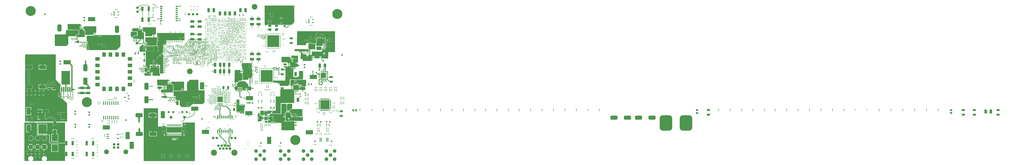
<source format=gbr>
%TF.GenerationSoftware,Altium Limited,Altium Designer,23.11.1 (41)*%
G04 Layer_Physical_Order=1*
G04 Layer_Color=255*
%FSLAX45Y45*%
%MOMM*%
%TF.SameCoordinates,1BD89016-B4D8-4A99-B54A-05B805E6E99A*%
%TF.FilePolarity,Positive*%
%TF.FileFunction,Copper,L1,Top,Signal*%
%TF.Part,Single*%
G01*
G75*
%TA.AperFunction,Conductor*%
%ADD10C,0.23844*%
%ADD11C,0.12246*%
%TA.AperFunction,SMDPad,CuDef*%
G04:AMPARAMS|DCode=12|XSize=4.4mm|YSize=2.5mm|CornerRadius=0.625mm|HoleSize=0mm|Usage=FLASHONLY|Rotation=0.000|XOffset=0mm|YOffset=0mm|HoleType=Round|Shape=RoundedRectangle|*
%AMROUNDEDRECTD12*
21,1,4.40000,1.25000,0,0,0.0*
21,1,3.15000,2.50000,0,0,0.0*
1,1,1.25000,1.57500,-0.62500*
1,1,1.25000,-1.57500,-0.62500*
1,1,1.25000,-1.57500,0.62500*
1,1,1.25000,1.57500,0.62500*
%
%ADD12ROUNDEDRECTD12*%
%ADD13R,0.76200X1.70180*%
G04:AMPARAMS|DCode=14|XSize=1.7018mm|YSize=0.762mm|CornerRadius=0.1905mm|HoleSize=0mm|Usage=FLASHONLY|Rotation=270.000|XOffset=0mm|YOffset=0mm|HoleType=Round|Shape=RoundedRectangle|*
%AMROUNDEDRECTD14*
21,1,1.70180,0.38100,0,0,270.0*
21,1,1.32080,0.76200,0,0,270.0*
1,1,0.38100,-0.19050,-0.66040*
1,1,0.38100,-0.19050,0.66040*
1,1,0.38100,0.19050,0.66040*
1,1,0.38100,0.19050,-0.66040*
%
%ADD14ROUNDEDRECTD14*%
%TA.AperFunction,ConnectorPad*%
G04:AMPARAMS|DCode=15|XSize=1.8034mm|YSize=1.1938mm|CornerRadius=0.20295mm|HoleSize=0mm|Usage=FLASHONLY|Rotation=180.000|XOffset=0mm|YOffset=0mm|HoleType=Round|Shape=RoundedRectangle|*
%AMROUNDEDRECTD15*
21,1,1.80340,0.78791,0,0,180.0*
21,1,1.39751,1.19380,0,0,180.0*
1,1,0.40589,-0.69875,0.39395*
1,1,0.40589,0.69875,0.39395*
1,1,0.40589,0.69875,-0.39395*
1,1,0.40589,-0.69875,-0.39395*
%
%ADD15ROUNDEDRECTD15*%
%TA.AperFunction,SMDPad,CuDef*%
G04:AMPARAMS|DCode=16|XSize=2.5mm|YSize=1.5mm|CornerRadius=0.3mm|HoleSize=0mm|Usage=FLASHONLY|Rotation=90.000|XOffset=0mm|YOffset=0mm|HoleType=Round|Shape=RoundedRectangle|*
%AMROUNDEDRECTD16*
21,1,2.50000,0.90000,0,0,90.0*
21,1,1.90000,1.50000,0,0,90.0*
1,1,0.60000,0.45000,0.95000*
1,1,0.60000,0.45000,-0.95000*
1,1,0.60000,-0.45000,-0.95000*
1,1,0.60000,-0.45000,0.95000*
%
%ADD16ROUNDEDRECTD16*%
G04:AMPARAMS|DCode=17|XSize=1.8034mm|YSize=1.1938mm|CornerRadius=0.20295mm|HoleSize=0mm|Usage=FLASHONLY|Rotation=180.000|XOffset=0mm|YOffset=0mm|HoleType=Round|Shape=RoundedRectangle|*
%AMROUNDEDRECTD17*
21,1,1.80340,0.78791,0,0,180.0*
21,1,1.39751,1.19380,0,0,180.0*
1,1,0.40589,-0.69875,0.39395*
1,1,0.40589,0.69875,0.39395*
1,1,0.40589,0.69875,-0.39395*
1,1,0.40589,-0.69875,-0.39395*
%
%ADD17ROUNDEDRECTD17*%
G04:AMPARAMS|DCode=18|XSize=1.397mm|YSize=1.0922mm|CornerRadius=0.20206mm|HoleSize=0mm|Usage=FLASHONLY|Rotation=180.000|XOffset=0mm|YOffset=0mm|HoleType=Round|Shape=RoundedRectangle|*
%AMROUNDEDRECTD18*
21,1,1.39700,0.68809,0,0,180.0*
21,1,0.99289,1.09220,0,0,180.0*
1,1,0.40411,-0.49644,0.34404*
1,1,0.40411,0.49644,0.34404*
1,1,0.40411,0.49644,-0.34404*
1,1,0.40411,-0.49644,-0.34404*
%
%ADD18ROUNDEDRECTD18*%
G04:AMPARAMS|DCode=19|XSize=0.508mm|YSize=0.508mm|CornerRadius=0.1524mm|HoleSize=0mm|Usage=FLASHONLY|Rotation=180.000|XOffset=0mm|YOffset=0mm|HoleType=Round|Shape=RoundedRectangle|*
%AMROUNDEDRECTD19*
21,1,0.50800,0.20320,0,0,180.0*
21,1,0.20320,0.50800,0,0,180.0*
1,1,0.30480,-0.10160,0.10160*
1,1,0.30480,0.10160,0.10160*
1,1,0.30480,0.10160,-0.10160*
1,1,0.30480,-0.10160,-0.10160*
%
%ADD19ROUNDEDRECTD19*%
%ADD20R,0.45720X0.30480*%
G04:AMPARAMS|DCode=21|XSize=7.8mm|YSize=9.6mm|CornerRadius=1.95mm|HoleSize=0mm|Usage=FLASHONLY|Rotation=0.000|XOffset=0mm|YOffset=0mm|HoleType=Round|Shape=RoundedRectangle|*
%AMROUNDEDRECTD21*
21,1,7.80000,5.70000,0,0,0.0*
21,1,3.90000,9.60000,0,0,0.0*
1,1,3.90000,1.95000,-2.85000*
1,1,3.90000,-1.95000,-2.85000*
1,1,3.90000,-1.95000,2.85000*
1,1,3.90000,1.95000,2.85000*
%
%ADD21ROUNDEDRECTD21*%
G04:AMPARAMS|DCode=22|XSize=1.397mm|YSize=1.0922mm|CornerRadius=0.20206mm|HoleSize=0mm|Usage=FLASHONLY|Rotation=90.000|XOffset=0mm|YOffset=0mm|HoleType=Round|Shape=RoundedRectangle|*
%AMROUNDEDRECTD22*
21,1,1.39700,0.68809,0,0,90.0*
21,1,0.99289,1.09220,0,0,90.0*
1,1,0.40411,0.34404,0.49644*
1,1,0.40411,0.34404,-0.49644*
1,1,0.40411,-0.34404,-0.49644*
1,1,0.40411,-0.34404,0.49644*
%
%ADD22ROUNDEDRECTD22*%
%ADD23R,3.10000X2.20000*%
%ADD24R,0.95000X0.60000*%
%ADD25R,1.60000X1.70000*%
%ADD26R,0.60000X0.95000*%
%ADD27R,1.10000X2.25000*%
%ADD28R,1.40000X1.24000*%
%ADD29R,2.04000X3.05000*%
%TA.AperFunction,SMDPad,SMDef*%
%ADD30C,1.00000*%
%TA.AperFunction,SMDPad,CuDef*%
G04:AMPARAMS|DCode=31|XSize=2.5mm|YSize=1.5mm|CornerRadius=0.3mm|HoleSize=0mm|Usage=FLASHONLY|Rotation=180.000|XOffset=0mm|YOffset=0mm|HoleType=Round|Shape=RoundedRectangle|*
%AMROUNDEDRECTD31*
21,1,2.50000,0.90000,0,0,180.0*
21,1,1.90000,1.50000,0,0,180.0*
1,1,0.60000,-0.95000,0.45000*
1,1,0.60000,0.95000,0.45000*
1,1,0.60000,0.95000,-0.45000*
1,1,0.60000,-0.95000,-0.45000*
%
%ADD31ROUNDEDRECTD31*%
G04:AMPARAMS|DCode=32|XSize=2.4mm|YSize=1.65mm|CornerRadius=0.04125mm|HoleSize=0mm|Usage=FLASHONLY|Rotation=270.000|XOffset=0mm|YOffset=0mm|HoleType=Round|Shape=RoundedRectangle|*
%AMROUNDEDRECTD32*
21,1,2.40000,1.56750,0,0,270.0*
21,1,2.31750,1.65000,0,0,270.0*
1,1,0.08250,-0.78375,-1.15875*
1,1,0.08250,-0.78375,1.15875*
1,1,0.08250,0.78375,1.15875*
1,1,0.08250,0.78375,-1.15875*
%
%ADD32ROUNDEDRECTD32*%
G04:AMPARAMS|DCode=33|XSize=0.24mm|YSize=0.6mm|CornerRadius=0.0492mm|HoleSize=0mm|Usage=FLASHONLY|Rotation=270.000|XOffset=0mm|YOffset=0mm|HoleType=Round|Shape=RoundedRectangle|*
%AMROUNDEDRECTD33*
21,1,0.24000,0.50160,0,0,270.0*
21,1,0.14160,0.60000,0,0,270.0*
1,1,0.09840,-0.25080,-0.07080*
1,1,0.09840,-0.25080,0.07080*
1,1,0.09840,0.25080,0.07080*
1,1,0.09840,0.25080,-0.07080*
%
%ADD33ROUNDEDRECTD33*%
G04:AMPARAMS|DCode=34|XSize=1.6mm|YSize=1.7mm|CornerRadius=0.4mm|HoleSize=0mm|Usage=FLASHONLY|Rotation=270.000|XOffset=0mm|YOffset=0mm|HoleType=Round|Shape=RoundedRectangle|*
%AMROUNDEDRECTD34*
21,1,1.60000,0.90000,0,0,270.0*
21,1,0.80000,1.70000,0,0,270.0*
1,1,0.80000,-0.45000,-0.40000*
1,1,0.80000,-0.45000,0.40000*
1,1,0.80000,0.45000,0.40000*
1,1,0.80000,0.45000,-0.40000*
%
%ADD34ROUNDEDRECTD34*%
%ADD35R,2.80000X2.80000*%
%ADD36R,1.70000X1.60000*%
%ADD37R,3.10000X2.35000*%
G04:AMPARAMS|DCode=38|XSize=0.508mm|YSize=0.508mm|CornerRadius=0.1524mm|HoleSize=0mm|Usage=FLASHONLY|Rotation=90.000|XOffset=0mm|YOffset=0mm|HoleType=Round|Shape=RoundedRectangle|*
%AMROUNDEDRECTD38*
21,1,0.50800,0.20320,0,0,90.0*
21,1,0.20320,0.50800,0,0,90.0*
1,1,0.30480,0.10160,0.10160*
1,1,0.30480,0.10160,-0.10160*
1,1,0.30480,-0.10160,-0.10160*
1,1,0.30480,-0.10160,0.10160*
%
%ADD38ROUNDEDRECTD38*%
%TA.AperFunction,BGAPad,CuDef*%
%ADD39C,0.45000*%
%TA.AperFunction,SMDPad,CuDef*%
G04:AMPARAMS|DCode=40|XSize=1mm|YSize=0.8mm|CornerRadius=0.2mm|HoleSize=0mm|Usage=FLASHONLY|Rotation=180.000|XOffset=0mm|YOffset=0mm|HoleType=Round|Shape=RoundedRectangle|*
%AMROUNDEDRECTD40*
21,1,1.00000,0.40000,0,0,180.0*
21,1,0.60000,0.80000,0,0,180.0*
1,1,0.40000,-0.30000,0.20000*
1,1,0.40000,0.30000,0.20000*
1,1,0.40000,0.30000,-0.20000*
1,1,0.40000,-0.30000,-0.20000*
%
%ADD40ROUNDEDRECTD40*%
%ADD41R,0.71120X1.01600*%
%ADD42R,4.50000X2.53000*%
%ADD43R,2.53000X4.50000*%
%ADD44R,2.35000X3.10000*%
%ADD45R,1.60000X1.70000*%
%ADD46R,2.80000X2.80000*%
G04:AMPARAMS|DCode=47|XSize=1.6mm|YSize=1.7mm|CornerRadius=0.4mm|HoleSize=0mm|Usage=FLASHONLY|Rotation=0.000|XOffset=0mm|YOffset=0mm|HoleType=Round|Shape=RoundedRectangle|*
%AMROUNDEDRECTD47*
21,1,1.60000,0.90000,0,0,0.0*
21,1,0.80000,1.70000,0,0,0.0*
1,1,0.80000,0.40000,-0.45000*
1,1,0.80000,-0.40000,-0.45000*
1,1,0.80000,-0.40000,0.45000*
1,1,0.80000,0.40000,0.45000*
%
%ADD47ROUNDEDRECTD47*%
G04:AMPARAMS|DCode=48|XSize=4.4mm|YSize=2.5mm|CornerRadius=0.625mm|HoleSize=0mm|Usage=FLASHONLY|Rotation=270.000|XOffset=0mm|YOffset=0mm|HoleType=Round|Shape=RoundedRectangle|*
%AMROUNDEDRECTD48*
21,1,4.40000,1.25000,0,0,270.0*
21,1,3.15000,2.50000,0,0,270.0*
1,1,1.25000,-0.62500,-1.57500*
1,1,1.25000,-0.62500,1.57500*
1,1,1.25000,0.62500,1.57500*
1,1,1.25000,0.62500,-1.57500*
%
%ADD48ROUNDEDRECTD48*%
%ADD49O,0.23000X0.80000*%
%ADD50O,0.80000X0.23000*%
%ADD51R,7.40000X7.40000*%
%ADD52R,0.30480X0.45720*%
G04:AMPARAMS|DCode=53|XSize=1.8034mm|YSize=1.1938mm|CornerRadius=0.20295mm|HoleSize=0mm|Usage=FLASHONLY|Rotation=90.000|XOffset=0mm|YOffset=0mm|HoleType=Round|Shape=RoundedRectangle|*
%AMROUNDEDRECTD53*
21,1,1.80340,0.78791,0,0,90.0*
21,1,1.39751,1.19380,0,0,90.0*
1,1,0.40589,0.39395,0.69875*
1,1,0.40589,0.39395,-0.69875*
1,1,0.40589,-0.39395,-0.69875*
1,1,0.40589,-0.39395,0.69875*
%
%ADD53ROUNDEDRECTD53*%
%ADD54R,1.95000X1.55000*%
%ADD55R,2.80000X2.30000*%
%ADD56R,2.30000X2.80000*%
G04:AMPARAMS|DCode=57|XSize=0.95mm|YSize=0.3mm|CornerRadius=0.075mm|HoleSize=0mm|Usage=FLASHONLY|Rotation=0.000|XOffset=0mm|YOffset=0mm|HoleType=Round|Shape=RoundedRectangle|*
%AMROUNDEDRECTD57*
21,1,0.95000,0.15000,0,0,0.0*
21,1,0.80000,0.30000,0,0,0.0*
1,1,0.15000,0.40000,-0.07500*
1,1,0.15000,-0.40000,-0.07500*
1,1,0.15000,-0.40000,0.07500*
1,1,0.15000,0.40000,0.07500*
%
%ADD57ROUNDEDRECTD57*%
G04:AMPARAMS|DCode=58|XSize=0.35mm|YSize=1mm|CornerRadius=0.0875mm|HoleSize=0mm|Usage=FLASHONLY|Rotation=0.000|XOffset=0mm|YOffset=0mm|HoleType=Round|Shape=RoundedRectangle|*
%AMROUNDEDRECTD58*
21,1,0.35000,0.82500,0,0,0.0*
21,1,0.17500,1.00000,0,0,0.0*
1,1,0.17500,0.08750,-0.41250*
1,1,0.17500,-0.08750,-0.41250*
1,1,0.17500,-0.08750,0.41250*
1,1,0.17500,0.08750,0.41250*
%
%ADD58ROUNDEDRECTD58*%
%ADD59R,3.15000X3.15000*%
G04:AMPARAMS|DCode=60|XSize=0.35mm|YSize=1mm|CornerRadius=0.0875mm|HoleSize=0mm|Usage=FLASHONLY|Rotation=270.000|XOffset=0mm|YOffset=0mm|HoleType=Round|Shape=RoundedRectangle|*
%AMROUNDEDRECTD60*
21,1,0.35000,0.82500,0,0,270.0*
21,1,0.17500,1.00000,0,0,270.0*
1,1,0.17500,-0.41250,-0.08750*
1,1,0.17500,-0.41250,0.08750*
1,1,0.17500,0.41250,0.08750*
1,1,0.17500,0.41250,-0.08750*
%
%ADD60ROUNDEDRECTD60*%
G04:AMPARAMS|DCode=61|XSize=3.15mm|YSize=3.15mm|CornerRadius=0.1575mm|HoleSize=0mm|Usage=FLASHONLY|Rotation=270.000|XOffset=0mm|YOffset=0mm|HoleType=Round|Shape=RoundedRectangle|*
%AMROUNDEDRECTD61*
21,1,3.15000,2.83500,0,0,270.0*
21,1,2.83500,3.15000,0,0,270.0*
1,1,0.31500,-1.41750,-1.41750*
1,1,0.31500,-1.41750,1.41750*
1,1,0.31500,1.41750,1.41750*
1,1,0.31500,1.41750,-1.41750*
%
%ADD61ROUNDEDRECTD61*%
%ADD62R,1.40000X2.75000*%
%ADD63R,1.01600X0.71120*%
%ADD64C,1.00000*%
G04:AMPARAMS|DCode=65|XSize=2.26mm|YSize=2.16mm|CornerRadius=0.54mm|HoleSize=0mm|Usage=FLASHONLY|Rotation=180.000|XOffset=0mm|YOffset=0mm|HoleType=Round|Shape=RoundedRectangle|*
%AMROUNDEDRECTD65*
21,1,2.26000,1.08000,0,0,180.0*
21,1,1.18000,2.16000,0,0,180.0*
1,1,1.08000,-0.59000,0.54000*
1,1,1.08000,0.59000,0.54000*
1,1,1.08000,0.59000,-0.54000*
1,1,1.08000,-0.59000,-0.54000*
%
%ADD65ROUNDEDRECTD65*%
%ADD66R,2.50000X1.70000*%
%ADD67R,0.95000X2.00000*%
%ADD68R,5.15000X6.00000*%
%ADD69R,3.81000X4.24180*%
G04:AMPARAMS|DCode=70|XSize=3.15mm|YSize=3.15mm|CornerRadius=0.1575mm|HoleSize=0mm|Usage=FLASHONLY|Rotation=0.000|XOffset=0mm|YOffset=0mm|HoleType=Round|Shape=RoundedRectangle|*
%AMROUNDEDRECTD70*
21,1,3.15000,2.83500,0,0,0.0*
21,1,2.83500,3.15000,0,0,0.0*
1,1,0.31500,1.41750,-1.41750*
1,1,0.31500,-1.41750,-1.41750*
1,1,0.31500,-1.41750,1.41750*
1,1,0.31500,1.41750,1.41750*
%
%ADD70ROUNDEDRECTD70*%
%ADD71R,2.10000X2.10000*%
%ADD72O,0.80000X0.20000*%
%ADD73O,0.20000X0.80000*%
G04:AMPARAMS|DCode=74|XSize=0.3mm|YSize=0.45mm|CornerRadius=0.075mm|HoleSize=0mm|Usage=FLASHONLY|Rotation=90.000|XOffset=0mm|YOffset=0mm|HoleType=Round|Shape=RoundedRectangle|*
%AMROUNDEDRECTD74*
21,1,0.30000,0.30000,0,0,90.0*
21,1,0.15000,0.45000,0,0,90.0*
1,1,0.15000,0.15000,0.07500*
1,1,0.15000,0.15000,-0.07500*
1,1,0.15000,-0.15000,-0.07500*
1,1,0.15000,-0.15000,0.07500*
%
%ADD74ROUNDEDRECTD74*%
%ADD75R,1.65000X0.60000*%
%ADD76R,0.55900X2.29900*%
G04:AMPARAMS|DCode=77|XSize=0.65mm|YSize=0.85mm|CornerRadius=0.1625mm|HoleSize=0mm|Usage=FLASHONLY|Rotation=180.000|XOffset=0mm|YOffset=0mm|HoleType=Round|Shape=RoundedRectangle|*
%AMROUNDEDRECTD77*
21,1,0.65000,0.52500,0,0,180.0*
21,1,0.32500,0.85000,0,0,180.0*
1,1,0.32500,-0.16250,0.26250*
1,1,0.32500,0.16250,0.26250*
1,1,0.32500,0.16250,-0.26250*
1,1,0.32500,-0.16250,-0.26250*
%
%ADD77ROUNDEDRECTD77*%
%ADD78R,0.80000X0.25000*%
%ADD79R,0.25000X0.80000*%
G04:AMPARAMS|DCode=80|XSize=3.4mm|YSize=3.4mm|CornerRadius=0mm|HoleSize=0mm|Usage=FLASHONLY|Rotation=90.000|XOffset=0mm|YOffset=0mm|HoleType=Round|Shape=RoundedRectangle|*
%AMROUNDEDRECTD80*
21,1,3.40000,3.40000,0,0,90.0*
21,1,3.40000,3.40000,0,0,90.0*
1,1,0.00000,1.70000,1.70000*
1,1,0.00000,1.70000,-1.70000*
1,1,0.00000,-1.70000,-1.70000*
1,1,0.00000,-1.70000,1.70000*
%
%ADD80ROUNDEDRECTD80*%
%ADD81O,0.28000X0.85000*%
%ADD82O,0.85000X0.28000*%
%ADD83R,5.60000X5.60000*%
%ADD84R,0.64000X0.61000*%
%ADD85O,1.80000X0.40000*%
G04:AMPARAMS|DCode=86|XSize=0.59mm|YSize=0.45mm|CornerRadius=0.1125mm|HoleSize=0mm|Usage=FLASHONLY|Rotation=90.000|XOffset=0mm|YOffset=0mm|HoleType=Round|Shape=RoundedRectangle|*
%AMROUNDEDRECTD86*
21,1,0.59000,0.22500,0,0,90.0*
21,1,0.36500,0.45000,0,0,90.0*
1,1,0.22500,0.11250,0.18250*
1,1,0.22500,0.11250,-0.18250*
1,1,0.22500,-0.11250,-0.18250*
1,1,0.22500,-0.11250,0.18250*
%
%ADD86ROUNDEDRECTD86*%
%ADD87R,0.45000X0.59000*%
%TA.AperFunction,SMDPad,SMDef*%
%ADD88R,9.70000X3.40000*%
%TA.AperFunction,SMDPad,CuDef*%
%ADD89O,0.30000X1.60000*%
%ADD90R,1.60000X1.50000*%
G04:AMPARAMS|DCode=91|XSize=1.2mm|YSize=1.2mm|CornerRadius=0.3mm|HoleSize=0mm|Usage=FLASHONLY|Rotation=180.000|XOffset=0mm|YOffset=0mm|HoleType=Round|Shape=RoundedRectangle|*
%AMROUNDEDRECTD91*
21,1,1.20000,0.60000,0,0,180.0*
21,1,0.60000,1.20000,0,0,180.0*
1,1,0.60000,-0.30000,0.30000*
1,1,0.60000,0.30000,0.30000*
1,1,0.60000,0.30000,-0.30000*
1,1,0.60000,-0.30000,-0.30000*
%
%ADD91ROUNDEDRECTD91*%
%ADD92R,1.20000X1.20000*%
%ADD93R,1.05000X0.60000*%
G04:AMPARAMS|DCode=94|XSize=1mm|YSize=0.8mm|CornerRadius=0.2mm|HoleSize=0mm|Usage=FLASHONLY|Rotation=90.000|XOffset=0mm|YOffset=0mm|HoleType=Round|Shape=RoundedRectangle|*
%AMROUNDEDRECTD94*
21,1,1.00000,0.40000,0,0,90.0*
21,1,0.60000,0.80000,0,0,90.0*
1,1,0.40000,0.20000,0.30000*
1,1,0.40000,0.20000,-0.30000*
1,1,0.40000,-0.20000,-0.30000*
1,1,0.40000,-0.20000,0.30000*
%
%ADD94ROUNDEDRECTD94*%
%ADD95R,1.39700X0.63500*%
G04:AMPARAMS|DCode=96|XSize=3.06mm|YSize=0.89mm|CornerRadius=0.2225mm|HoleSize=0mm|Usage=FLASHONLY|Rotation=90.000|XOffset=0mm|YOffset=0mm|HoleType=Round|Shape=RoundedRectangle|*
%AMROUNDEDRECTD96*
21,1,3.06000,0.44500,0,0,90.0*
21,1,2.61500,0.89000,0,0,90.0*
1,1,0.44500,0.22250,1.30750*
1,1,0.44500,0.22250,-1.30750*
1,1,0.44500,-0.22250,-1.30750*
1,1,0.44500,-0.22250,1.30750*
%
%ADD96ROUNDEDRECTD96*%
%ADD97R,5.35000X8.53999*%
%TA.AperFunction,Conductor*%
%ADD98C,0.50800*%
%ADD99C,1.01600*%
%ADD100C,1.27000*%
%ADD101C,0.38100*%
%ADD102C,0.25400*%
%ADD103C,0.23978*%
%ADD104C,0.76200*%
%ADD105C,0.22860*%
%ADD106C,0.16164*%
%ADD107C,0.21716*%
%ADD108C,0.21907*%
%ADD109R,2.30000X2.25000*%
%TA.AperFunction,ComponentPad*%
%ADD110C,6.20000*%
%ADD111C,3.50000*%
%ADD112C,2.20000*%
%ADD113C,3.00000*%
%ADD114R,3.00000X3.00000*%
%ADD115R,1.90500X1.90500*%
%ADD116C,1.90500*%
%ADD117C,1.60000*%
%ADD118C,0.60000*%
%ADD119C,1.52400*%
G04:AMPARAMS|DCode=120|XSize=1.524mm|YSize=1.524mm|CornerRadius=0mm|HoleSize=0mm|Usage=FLASHONLY|Rotation=0.000|XOffset=0mm|YOffset=0mm|HoleType=Round|Shape=Octagon|*
%AMOCTAGOND120*
4,1,8,0.76200,-0.38100,0.76200,0.38100,0.38100,0.76200,-0.38100,0.76200,-0.76200,0.38100,-0.76200,-0.38100,-0.38100,-0.76200,0.38100,-0.76200,0.76200,-0.38100,0.0*
%
%ADD120OCTAGOND120*%

%ADD121C,3.81000*%
%TA.AperFunction,ViaPad*%
%ADD122C,0.76200*%
%ADD123C,0.50000*%
%ADD124C,0.30480*%
%ADD125C,0.50800*%
%ADD126C,0.71120*%
%ADD127C,0.55880*%
G36*
X16903700Y8801100D02*
X16738600Y8636000D01*
X15909920D01*
Y8678720D01*
X15699680D01*
Y8636000D01*
X15489920D01*
Y8678720D01*
X15279680D01*
Y8636000D01*
X15062199D01*
Y9842500D01*
X16903700D01*
Y8801100D01*
D02*
G37*
G36*
X3632200Y8674100D02*
Y8572500D01*
X3581401Y8521701D01*
X3581400Y8521701D01*
X3568699Y8509000D01*
X3568700Y8496300D01*
X3577215Y8474427D01*
Y8377219D01*
X3641815D01*
X3667215Y8377219D01*
X3677855Y8377219D01*
X3759200Y8377219D01*
X3784600Y8358756D01*
Y8343900D01*
X3898900Y8229600D01*
Y7874000D01*
X3345103D01*
X3342602Y7899400D01*
X3350011Y7900874D01*
X3358412Y7906488D01*
X3364026Y7914889D01*
X3365998Y7924800D01*
X3365997Y8013202D01*
X3517900D01*
X3527811Y8015174D01*
X3536212Y8020788D01*
X3541826Y8029189D01*
X3543798Y8039100D01*
Y8292413D01*
X3543310Y8294862D01*
X3543321Y8297359D01*
X3542334Y8299770D01*
X3541826Y8302324D01*
X3540439Y8304400D01*
X3539493Y8306711D01*
X3537659Y8308560D01*
X3536212Y8310725D01*
X3534136Y8312112D01*
X3532378Y8313886D01*
X3528194Y8316707D01*
Y8319839D01*
X3523548D01*
X3512523Y8327273D01*
X3510120Y8328280D01*
X3507955Y8329726D01*
X3505506Y8330213D01*
X3503203Y8331179D01*
X3500599Y8331190D01*
X3498045Y8331698D01*
X3346020D01*
X3340759Y8344398D01*
X3327898Y8357259D01*
X3311094Y8364220D01*
X3292906D01*
X3276102Y8357259D01*
X3263241Y8344398D01*
X3257980Y8331698D01*
X2834745D01*
X2832100Y8334342D01*
Y8686800D01*
X3626939D01*
X3632200Y8674100D01*
D02*
G37*
G36*
X8305800Y8470900D02*
Y8039100D01*
X8240020D01*
Y8039430D01*
X8129780D01*
Y8039100D01*
X8115300D01*
X8077200Y8001000D01*
Y7924800D01*
X7670800D01*
X7658100Y7937500D01*
Y8204200D01*
X7518400D01*
X7505700Y8216900D01*
Y8483600D01*
X8293100D01*
X8305800Y8470900D01*
D02*
G37*
G36*
X4610100Y8140700D02*
X4457700D01*
X4432300Y8115300D01*
Y8013700D01*
X3924798D01*
Y8229600D01*
X3922826Y8239511D01*
X3917212Y8247912D01*
X3911600Y8253525D01*
Y8280400D01*
X3835400Y8356600D01*
Y8547100D01*
X4610100D01*
Y8140700D01*
D02*
G37*
G36*
X6108700Y7975600D02*
Y7302500D01*
X5867400Y7061200D01*
X4013200D01*
Y7456679D01*
X4037367Y7475601D01*
X4044842Y7473203D01*
Y7403265D01*
X4046364Y7395614D01*
X4050698Y7389128D01*
X4079853Y7359973D01*
X4082715Y7353064D01*
Y7328320D01*
X4080455D01*
Y7267360D01*
X4083322D01*
Y7226720D01*
X4080455D01*
Y7165760D01*
X4080455D01*
X4079240Y7141947D01*
X4079240Y7140863D01*
Y7132853D01*
X4082720Y7124451D01*
X4089151Y7118020D01*
X4097553Y7114540D01*
X4106647D01*
X4115049Y7118020D01*
X4121480Y7124451D01*
X4124960Y7132853D01*
Y7140863D01*
X4126175Y7165760D01*
X4126175D01*
Y7226720D01*
X4123308D01*
Y7267360D01*
X4126175D01*
Y7328320D01*
X4122700D01*
Y7355998D01*
X4124960Y7361453D01*
Y7370547D01*
X4121480Y7378949D01*
X4115049Y7385380D01*
X4108127Y7388247D01*
X4084828Y7411546D01*
Y7492219D01*
X4102455D01*
Y7602460D01*
X4027215Y7602460D01*
X4013200Y7622054D01*
Y7962900D01*
X4437895D01*
X4441002Y7966006D01*
X4462215Y7957220D01*
Y7957220D01*
X4572455D01*
Y8001000D01*
X6083300D01*
X6108700Y7975600D01*
D02*
G37*
G36*
X6839688Y8211288D02*
X6848089Y8205674D01*
X6858000Y8203702D01*
X7144651D01*
Y7973351D01*
X6982952D01*
X6973041Y7971380D01*
X6964640Y7965766D01*
X6915888Y7917014D01*
X6911421Y7910330D01*
X6870700Y7912100D01*
X6859158D01*
X6858498Y7912759D01*
X6841694Y7919720D01*
X6823506D01*
X6806702Y7912759D01*
X6806042Y7912100D01*
X6756400D01*
Y8216900D01*
X6835938D01*
X6839688Y8211288D01*
D02*
G37*
G36*
X18808202Y7795585D02*
Y7690725D01*
X18810175Y7680814D01*
X18815788Y7672413D01*
Y7669187D01*
X18810175Y7660786D01*
X18808202Y7650875D01*
Y7552567D01*
X18810175Y7542656D01*
X18815788Y7534254D01*
X18824190Y7528641D01*
X18834100Y7526669D01*
X18846800D01*
Y7480300D01*
X18669000D01*
Y7327900D01*
X18288000D01*
X18262601Y7353300D01*
Y7457529D01*
X18272511Y7461634D01*
X18280911Y7467248D01*
X18286526Y7475650D01*
X18288498Y7485561D01*
Y7663497D01*
X18288081Y7665594D01*
X18288148Y7667731D01*
X18287103Y7670503D01*
X18286526Y7673408D01*
X18285339Y7675186D01*
X18284584Y7677186D01*
X18282558Y7679347D01*
X18280911Y7681810D01*
X18279135Y7682998D01*
X18277673Y7684557D01*
X18273067Y7687853D01*
X18272881Y7688282D01*
X18271207Y7694733D01*
X18270836Y7701903D01*
X18271207Y7709062D01*
X18272881Y7715517D01*
X18273067Y7715947D01*
X18277673Y7719243D01*
X18279135Y7720802D01*
X18280911Y7721990D01*
X18282558Y7724453D01*
X18284584Y7726614D01*
X18285339Y7728614D01*
X18286526Y7730392D01*
X18287103Y7733297D01*
X18288148Y7736069D01*
X18288081Y7738206D01*
X18288498Y7740303D01*
Y7771902D01*
X18386823D01*
X18396733Y7773874D01*
X18405135Y7779488D01*
X18423447Y7797800D01*
X18511243D01*
X18511816Y7797284D01*
X18515070Y7794107D01*
X18515556Y7793912D01*
X18515947Y7793560D01*
X18520229Y7792042D01*
X18524451Y7790352D01*
X18531194Y7789095D01*
X18533591Y7789124D01*
X18535941Y7788656D01*
X18538593Y7789184D01*
X18541296Y7789216D01*
X18543501Y7790160D01*
X18545853Y7790627D01*
X18548100Y7792129D01*
X18550586Y7793194D01*
X18552260Y7794909D01*
X18554253Y7796241D01*
X18555812Y7797800D01*
X18612192D01*
X18620544Y7785332D01*
X18620882Y7784995D01*
X18621082Y7784561D01*
X18624448Y7781438D01*
X18627698Y7778195D01*
X18628139Y7778013D01*
X18628490Y7777689D01*
X18631651Y7775743D01*
X18633591Y7775024D01*
X18635310Y7773874D01*
X18638284Y7773282D01*
X18641125Y7772229D01*
X18643193Y7772306D01*
X18645222Y7771902D01*
X18739333D01*
X18749245Y7773874D01*
X18757645Y7779488D01*
X18763258Y7787889D01*
X18765231Y7797800D01*
X18807822D01*
X18808202Y7795585D01*
D02*
G37*
G36*
X7244780Y8404430D02*
Y8294190D01*
X7309380D01*
X7334780Y8294190D01*
X7345420Y8294190D01*
X7424780Y8294190D01*
X7435420Y8294190D01*
X7462400D01*
Y8188141D01*
X7484441Y8166100D01*
X7569200Y8166100D01*
Y7772400D01*
X7543800Y7747000D01*
X7188200D01*
X7150100Y7785100D01*
X6950277D01*
X6945406Y7796859D01*
X6934200Y7808066D01*
Y7898702D01*
X6982952Y7947454D01*
X7170549D01*
Y8221851D01*
X7162800Y8229600D01*
X6858000D01*
Y8420100D01*
X6862283Y8424383D01*
X7231631D01*
X7244780Y8404430D01*
D02*
G37*
G36*
X10083800Y7670800D02*
X9870200D01*
X9866947Y7672725D01*
X9850568Y7692390D01*
Y7712710D01*
X9848794Y7721629D01*
X9843741Y7729191D01*
X9837093Y7733633D01*
Y7773631D01*
X9839960Y7780553D01*
Y7789647D01*
X9836480Y7798049D01*
X9830049Y7804480D01*
X9821647Y7807960D01*
X9812553D01*
X9804151Y7804480D01*
X9797720Y7798049D01*
X9794240Y7789647D01*
Y7780553D01*
X9797107Y7773631D01*
Y7733633D01*
X9790459Y7729191D01*
X9785406Y7721629D01*
X9783632Y7712710D01*
Y7692390D01*
X9767253Y7672725D01*
X9764000Y7670800D01*
X8953500D01*
Y7416800D01*
X8763000D01*
Y6951765D01*
X8761529Y6950416D01*
X8737629Y6940494D01*
X8728710Y6942268D01*
X8708390D01*
X8699471Y6940494D01*
X8691909Y6935441D01*
X8686856Y6927879D01*
X8685082Y6918960D01*
Y6898640D01*
X8686856Y6889721D01*
X8691909Y6882159D01*
X8698625Y6877671D01*
Y6825629D01*
X8691909Y6821141D01*
X8687421Y6814425D01*
X8593346D01*
X8585720Y6812908D01*
X8579749Y6808918D01*
X8562340D01*
X8553421Y6807144D01*
X8545859Y6802091D01*
X8540806Y6794529D01*
X8539032Y6785610D01*
Y6765290D01*
X8540806Y6756371D01*
X8545859Y6748809D01*
X8547826Y6721151D01*
X8533782Y6706543D01*
X8514119D01*
X8507197Y6709410D01*
X8498103D01*
X8489701Y6705930D01*
X8483270Y6699499D01*
X8479790Y6691097D01*
Y6682003D01*
X8483270Y6673601D01*
X8489701Y6667170D01*
X8498103Y6663690D01*
X8507197D01*
X8514119Y6666557D01*
X8541417D01*
X8545859Y6659909D01*
X8553421Y6654856D01*
X8562340Y6653082D01*
X8582660D01*
X8591579Y6654856D01*
X8599141Y6659909D01*
X8604194Y6667471D01*
X8605968Y6676390D01*
Y6696710D01*
X8604194Y6705629D01*
X8599141Y6713191D01*
X8592023Y6717947D01*
X8591580Y6720452D01*
Y6741548D01*
X8592023Y6744053D01*
X8599141Y6748809D01*
X8604194Y6756371D01*
X8605968Y6765290D01*
Y6774575D01*
X8687421D01*
X8691909Y6767859D01*
X8699471Y6762806D01*
X8708390Y6761032D01*
X8728710D01*
X8737629Y6762806D01*
X8761529Y6752884D01*
X8763000Y6751535D01*
Y6146800D01*
Y5613400D01*
X8750300Y5600700D01*
X8565061D01*
X8559800Y5613400D01*
Y6146800D01*
X8373611D01*
X8363891Y6170267D01*
X8383156Y6189532D01*
X8398510D01*
X8407429Y6191306D01*
X8414991Y6196359D01*
X8420044Y6203921D01*
X8421818Y6212840D01*
Y6233160D01*
X8420044Y6242079D01*
X8414991Y6249641D01*
X8407429Y6254694D01*
X8398510Y6256468D01*
X8378190D01*
X8369271Y6254694D01*
X8361709Y6249641D01*
X8356656Y6242079D01*
X8354882Y6233160D01*
Y6217806D01*
X8291496Y6154420D01*
X8280182D01*
X8268046Y6149393D01*
X8265453Y6146800D01*
X7924800D01*
Y5805813D01*
X7922887Y5803900D01*
X7788496D01*
Y5848854D01*
X7812329Y5859143D01*
X7862488D01*
X7872086Y5863118D01*
X7876061Y5872716D01*
Y5886876D01*
X7872086Y5896474D01*
X7862488Y5900449D01*
X7812329D01*
X7800629Y5905500D01*
X7788496D01*
Y5910737D01*
Y5945671D01*
X7784773Y5954660D01*
X7775783Y5958384D01*
X7760806D01*
Y5995791D01*
X7759872Y6000483D01*
X7758836Y6005699D01*
X7758075Y6007537D01*
X7758074Y6007538D01*
X7758074Y6007539D01*
X7755468Y6011438D01*
X7752462Y6015939D01*
X7752460Y6015940D01*
X7752460Y6015941D01*
X7751053Y6017347D01*
X7751052Y6017348D01*
X7751051Y6017349D01*
X7746551Y6020356D01*
X7742651Y6022961D01*
X7742650Y6022962D01*
X7742649Y6022962D01*
X7740811Y6023723D01*
X7735595Y6024760D01*
X7730903Y6025694D01*
X7713914D01*
X7709222Y6024760D01*
X7709222D01*
X7708683Y6024653D01*
X7689129Y6035208D01*
X7684676Y6039390D01*
X7683500Y6041038D01*
Y7188216D01*
X7684597Y7193730D01*
Y7281384D01*
X7718412Y7315200D01*
X7982475D01*
Y7271520D01*
X7717580D01*
Y7003280D01*
X8182820D01*
Y7271520D01*
X8022325D01*
Y7315200D01*
X8384764D01*
X8384765Y7315199D01*
Y7315200D01*
X8409116Y7312675D01*
X8418382Y7311052D01*
X8418382Y7309003D01*
Y7305040D01*
X8420156Y7296121D01*
X8425209Y7288559D01*
X8431857Y7284117D01*
Y7244119D01*
X8428990Y7237197D01*
Y7228103D01*
X8432470Y7219701D01*
X8438901Y7213270D01*
X8447303Y7209790D01*
X8456397D01*
X8464799Y7213270D01*
X8471230Y7219701D01*
X8474710Y7228103D01*
Y7237197D01*
X8471843Y7244119D01*
Y7284117D01*
X8478491Y7288559D01*
X8483544Y7296121D01*
X8485318Y7305040D01*
Y7325360D01*
X8483544Y7334279D01*
X8478491Y7341841D01*
X8470929Y7346894D01*
X8462010Y7348668D01*
X8441690D01*
X8432771Y7346894D01*
X8425209Y7341841D01*
X8421502Y7336293D01*
X8420156Y7334280D01*
X8419974Y7334009D01*
X8394701Y7336498D01*
X8394700Y7340600D01*
Y7416800D01*
Y7617910D01*
X8420100Y7618842D01*
X8432302Y7606641D01*
X8449106Y7599680D01*
X8467294D01*
X8484098Y7606641D01*
X8496959Y7619502D01*
X8503920Y7636306D01*
Y7654494D01*
X8496959Y7671298D01*
X8484098Y7684159D01*
X8467294Y7691120D01*
X8449106D01*
X8435075Y7685308D01*
X8428779Y7685672D01*
X8407169Y7694948D01*
X8405878Y7701241D01*
X8410549Y7705912D01*
X8417510Y7722716D01*
Y7740905D01*
X8410549Y7757709D01*
X8401953Y7766305D01*
X8402958Y7777864D01*
X8417146Y7785368D01*
X8430843Y7785900D01*
X8432302Y7784441D01*
X8449106Y7777480D01*
X8467294D01*
X8484098Y7784441D01*
X8496959Y7797302D01*
X8503920Y7814106D01*
Y7832294D01*
X8496959Y7849098D01*
X8484098Y7861959D01*
X8467294Y7868920D01*
X8449106D01*
X8432302Y7861959D01*
X8420100Y7849758D01*
X8416492Y7849890D01*
X8394700Y7855743D01*
Y8128000D01*
X10083800D01*
Y7670800D01*
D02*
G37*
G36*
X19418300Y8242300D02*
X19431000Y8237039D01*
Y7454900D01*
Y6934200D01*
X19011900D01*
Y6558556D01*
X18993845Y6540691D01*
X18626218Y6544573D01*
Y6572299D01*
X18626218Y6572300D01*
X18624641Y6580228D01*
X18620151Y6586950D01*
X18620149Y6586950D01*
X18616020Y6591080D01*
Y6672020D01*
X18551421D01*
X18526019Y6672020D01*
X18515379Y6672020D01*
X18450780D01*
Y6571827D01*
X18431656Y6546627D01*
X18169095Y6549400D01*
Y6688295D01*
X18161000Y6680200D01*
X17995900D01*
Y6470396D01*
X17994182Y6461760D01*
Y6441440D01*
X17995900Y6432804D01*
Y6426200D01*
X17957800Y6388100D01*
X17424400D01*
Y6502400D01*
X17317410D01*
X17297643Y6522640D01*
X17310100Y6908800D01*
X17411700D01*
X17424400Y6896100D01*
Y6807200D01*
X17614900D01*
X17627600Y6794500D01*
Y6718300D01*
X17695763D01*
X17706866Y6693750D01*
X17699725Y6684308D01*
X17695679Y6680502D01*
X17688560Y6681918D01*
X17668240D01*
X17659322Y6680144D01*
X17651759Y6675091D01*
X17646706Y6667529D01*
X17644933Y6658610D01*
Y6638290D01*
X17646706Y6629371D01*
X17651759Y6621809D01*
X17659322Y6616756D01*
X17668240Y6614982D01*
X17688560D01*
X17697479Y6616756D01*
X17705042Y6621809D01*
X17710094Y6629371D01*
X17711868Y6638290D01*
Y6639517D01*
X17716510Y6640441D01*
X17723232Y6644932D01*
X17754601Y6676300D01*
X17780000Y6665779D01*
Y6701700D01*
X17834700Y6756400D01*
X17995900D01*
Y6959600D01*
X18008600Y6972300D01*
X18618201D01*
X18630901Y6985000D01*
Y7112000D01*
X18835617D01*
X18828400Y7117235D01*
X18828400Y7128467D01*
Y7252801D01*
X18851868Y7262521D01*
X18924594Y7189794D01*
X18935516Y7182496D01*
X18948399Y7179933D01*
X18961284Y7182496D01*
X18972206Y7189794D01*
X18979504Y7200716D01*
X18982066Y7213600D01*
X18979504Y7226484D01*
X18972206Y7237406D01*
X18906479Y7303133D01*
X18917001Y7328533D01*
X19067133D01*
Y7213600D01*
X19069696Y7200716D01*
X19076994Y7189794D01*
X19087917Y7182496D01*
X19100800Y7179933D01*
X19113684Y7182496D01*
X19124606Y7189794D01*
X19131905Y7200716D01*
X19134467Y7213600D01*
Y7358400D01*
X19131905Y7371284D01*
X19124606Y7382206D01*
X19120805Y7386006D01*
X19109885Y7393304D01*
X19097000Y7395867D01*
X18915344D01*
X18868329Y7442883D01*
X18869798Y7464372D01*
X18873286Y7472018D01*
X18881995Y7475377D01*
X18888506Y7472680D01*
X18906694D01*
X18923499Y7479641D01*
X18924158Y7480300D01*
D01*
D01*
X18936359Y7492502D01*
X18943320Y7509306D01*
Y7527494D01*
X18936359Y7544298D01*
X18923499Y7557159D01*
X18906694Y7564120D01*
X18888506D01*
X18871703Y7557159D01*
X18867110Y7552567D01*
X18834100D01*
Y7650875D01*
X18881766D01*
X18884241Y7644902D01*
X18897102Y7632041D01*
X18913905Y7625080D01*
X18932094D01*
X18942738Y7629489D01*
X18965862Y7621514D01*
X18970250Y7618791D01*
X18970818Y7618039D01*
X18978677Y7606277D01*
X18991121Y7597963D01*
X19005800Y7595043D01*
X19195799D01*
X19210480Y7597963D01*
X19222923Y7606277D01*
X19231236Y7618721D01*
X19234157Y7633400D01*
Y7723400D01*
X19231236Y7738079D01*
X19222923Y7750522D01*
X19210480Y7758837D01*
X19195799Y7761757D01*
X19005800D01*
X18991121Y7758837D01*
X18978677Y7750522D01*
X18970363Y7738079D01*
X18968030Y7726349D01*
X18961966Y7721028D01*
X18942043Y7712399D01*
X18932094Y7716520D01*
X18913905D01*
X18897102Y7709559D01*
X18884241Y7696698D01*
X18881766Y7690725D01*
X18834100D01*
Y7797800D01*
X18834100D01*
X18829721Y7823200D01*
X18830495Y7828280D01*
X18847298Y7835241D01*
X18860159Y7848102D01*
X18867120Y7864906D01*
Y7883094D01*
X18860159Y7899898D01*
X18847298Y7912759D01*
X18830495Y7919720D01*
X18812306D01*
X18795502Y7912759D01*
X18782642Y7899898D01*
X18775681Y7883094D01*
Y7875892D01*
X18749194Y7849406D01*
X18741896Y7838484D01*
X18739333Y7825600D01*
Y7797800D01*
X18645222D01*
X18642059Y7799745D01*
X18626347Y7823200D01*
X18626466Y7823800D01*
Y7843009D01*
X18631560Y7848102D01*
X18638519Y7864906D01*
Y7883094D01*
X18631560Y7899898D01*
X18618698Y7912759D01*
X18601894Y7919720D01*
X18583707D01*
X18566902Y7912759D01*
X18554041Y7899898D01*
X18547079Y7883094D01*
Y7864906D01*
X18554041Y7848102D01*
X18544894Y7823507D01*
X18535941Y7814554D01*
X18529198Y7815811D01*
X18511520Y7839506D01*
Y7857694D01*
X18504559Y7874498D01*
X18491698Y7887359D01*
X18474895Y7894320D01*
X18456706D01*
X18439902Y7887359D01*
X18427042Y7874498D01*
X18420081Y7857694D01*
Y7839506D01*
X18422554Y7833532D01*
X18386823Y7797800D01*
X18262601D01*
Y7740303D01*
X18255144Y7734965D01*
X18237199Y7729051D01*
X18231284Y7733004D01*
X18226491Y7733958D01*
X18221458Y7740025D01*
X18216280Y7752055D01*
X18215134Y7760967D01*
X18217503Y7764516D01*
X18220067Y7777400D01*
Y7899400D01*
X18217503Y7912284D01*
X18210207Y7923206D01*
X18199284Y7930504D01*
X18186400Y7933067D01*
X18173515Y7930504D01*
X18162595Y7923206D01*
X18155296Y7912284D01*
X18152733Y7899400D01*
Y7791345D01*
X18104594Y7743206D01*
X18099490Y7735567D01*
X17935899D01*
X17932066Y7738713D01*
Y7895973D01*
X17977150D01*
X17990034Y7898536D01*
X18000957Y7905834D01*
X18050206Y7955083D01*
X18057504Y7966006D01*
X18060068Y7978890D01*
Y8026400D01*
X18057504Y8039284D01*
X18050206Y8050206D01*
X18039284Y8057504D01*
X18026401Y8060067D01*
X18013516Y8057504D01*
X18002594Y8050206D01*
X17995296Y8039284D01*
X17992732Y8026400D01*
Y7992835D01*
X17963205Y7963307D01*
X17886440D01*
X17873557Y7960744D01*
X17862634Y7953446D01*
X17857794Y7948606D01*
X17850496Y7937684D01*
X17847932Y7924800D01*
Y7917927D01*
X17850496Y7905043D01*
X17857794Y7894121D01*
X17864732Y7887181D01*
Y7704467D01*
X17373599D01*
X17360716Y7701904D01*
X17349794Y7694606D01*
X17342496Y7683684D01*
X17339932Y7670800D01*
X17342496Y7657916D01*
X17349794Y7646994D01*
X17360716Y7639696D01*
X17373599Y7637133D01*
X17879773D01*
X17885516Y7633296D01*
X17898399Y7630733D01*
X17911284Y7633296D01*
X17922206Y7640594D01*
X17949844Y7668233D01*
X18218401D01*
X18231284Y7670796D01*
X18237199Y7674749D01*
X18255144Y7668835D01*
X18262601Y7663497D01*
Y7485561D01*
X18249899Y7480300D01*
X18065834D01*
X18055312Y7505700D01*
X18082822Y7533209D01*
X18088284Y7534296D01*
X18099207Y7541594D01*
X18106503Y7552516D01*
X18109067Y7565400D01*
X18106503Y7578284D01*
X18099207Y7589206D01*
X18088284Y7596504D01*
X18075400Y7599067D01*
X18067400D01*
X18054517Y7596504D01*
X18043594Y7589206D01*
X18007455Y7553067D01*
X17653999D01*
X17641116Y7550504D01*
X17630194Y7543206D01*
X17629195Y7542206D01*
X17621896Y7531284D01*
X17619333Y7518400D01*
X17621896Y7505516D01*
X17627034Y7497827D01*
X17627600Y7496979D01*
Y7472474D01*
X17627599D01*
X17627600Y7472473D01*
Y7366000D01*
X17088878D01*
X17068910Y7386185D01*
X17081500Y8242300D01*
X18249899D01*
X19418300D01*
D02*
G37*
G36*
X8369022Y7852377D02*
X8370111Y7849162D01*
X8370774Y7845832D01*
X8371719Y7844418D01*
X8372265Y7842807D01*
X8374502Y7840253D01*
X8376388Y7837430D01*
X8377802Y7836485D01*
X8378923Y7835206D01*
X8381967Y7833702D01*
X8382000Y7833680D01*
Y7792509D01*
X8381702Y7791958D01*
X8379979Y7789809D01*
X8379324Y7787554D01*
X8378208Y7785490D01*
X8377926Y7782750D01*
X8377157Y7780106D01*
X8376153Y7768547D01*
X8376277Y7767419D01*
X8376055Y7766305D01*
X8376826Y7762431D01*
X8377258Y7758503D01*
X8377805Y7757508D01*
X8378027Y7756394D01*
X8380221Y7753110D01*
X8382000Y7749872D01*
Y7711224D01*
X8381952Y7711151D01*
X8381439Y7708575D01*
X8380448Y7706142D01*
X8380463Y7703667D01*
X8379980Y7701241D01*
X8380493Y7698665D01*
X8380509Y7696037D01*
X8381799Y7689744D01*
X8382000Y7689268D01*
Y7640070D01*
X8380201Y7638770D01*
X8376388Y7636222D01*
X8376119Y7635821D01*
X8375728Y7635538D01*
X8373322Y7631634D01*
X8370774Y7627820D01*
X8370679Y7627346D01*
X8370426Y7626935D01*
X8369698Y7622410D01*
X8368802Y7617910D01*
Y7416800D01*
Y7341098D01*
X8022325D01*
X8012414Y7339126D01*
X8002400Y7334291D01*
X7992386Y7339126D01*
X7982475Y7341098D01*
X7772400D01*
Y7543800D01*
X7658100D01*
Y7861300D01*
X8346530D01*
X8369022Y7852377D01*
D02*
G37*
G36*
X3517900Y8292413D02*
Y8039100D01*
X3340100D01*
X3340100Y7924800D01*
X2870200D01*
X2870216Y7429516D01*
X2755900Y7315200D01*
X2082800D01*
X2032000Y7366000D01*
Y8039100D01*
X2667000D01*
X2730500Y8102600D01*
Y8305800D01*
X3498045D01*
X3517900Y8292413D01*
D02*
G37*
G36*
X7592634Y7342533D02*
X7537898Y7287798D01*
X7533736Y7281569D01*
X7519341Y7275606D01*
X7507194Y7263459D01*
X7500620Y7247589D01*
Y7230411D01*
X7507194Y7214541D01*
X7519341Y7202394D01*
X7535211Y7195820D01*
X7552389D01*
X7568259Y7202394D01*
X7580406Y7214541D01*
X7586980Y7230411D01*
Y7247589D01*
X7581839Y7260000D01*
X7588652Y7270978D01*
X7592705Y7274675D01*
X7617263Y7264286D01*
Y7207675D01*
X7567308Y7157720D01*
X7560106D01*
X7543302Y7150759D01*
X7530441Y7137898D01*
X7523480Y7121094D01*
Y7102906D01*
X7530441Y7086102D01*
X7543302Y7073241D01*
X7560106Y7066280D01*
X7578294D01*
X7595098Y7073241D01*
X7607959Y7086102D01*
X7614920Y7102906D01*
Y7110108D01*
X7634136Y7129324D01*
X7657602Y7119603D01*
Y6959600D01*
X7327900D01*
X7302500Y6985000D01*
Y7263894D01*
X7327900Y7268947D01*
X7329394Y7265341D01*
X7341541Y7253194D01*
X7357411Y7246620D01*
X7374589D01*
X7390459Y7253194D01*
X7402606Y7265341D01*
X7409180Y7281211D01*
Y7298389D01*
X7407630Y7302130D01*
X7471500Y7366000D01*
X7582913D01*
X7592634Y7342533D01*
D02*
G37*
G36*
X18047520Y7461988D02*
X18055923Y7456374D01*
X18065834Y7454402D01*
X18211800D01*
Y7124700D01*
X18199100Y7112000D01*
X17792700D01*
X17780000Y7124700D01*
Y7467600D01*
X18043771D01*
X18047520Y7461988D01*
D02*
G37*
G36*
X8012415Y7247594D02*
X8022325Y7245622D01*
X8156922D01*
Y7029178D01*
X7743478D01*
Y7245622D01*
X7982475D01*
X7992386Y7247594D01*
X8002400Y7252429D01*
X8012415Y7247594D01*
D02*
G37*
G36*
X17761688Y7106388D02*
X17774388Y7093688D01*
X17782790Y7088074D01*
X17792700Y7086102D01*
X17810780D01*
Y7034800D01*
X17792999D01*
Y6992103D01*
X17865897D01*
Y6966703D01*
X17792999D01*
Y6934200D01*
X17754126D01*
X17738567Y6939933D01*
X17729996Y6954669D01*
Y6963410D01*
X17726842Y6979267D01*
X17717860Y6992710D01*
X17704417Y7001692D01*
X17691100Y7004341D01*
Y6953254D01*
X17665700D01*
Y7004341D01*
X17652383Y7001692D01*
X17638940Y6992710D01*
X17616260D01*
X17602817Y7001692D01*
X17589500Y7004341D01*
Y6953254D01*
X17564101D01*
Y7004341D01*
X17550783Y7001692D01*
X17537340Y6992710D01*
X17514661D01*
X17501218Y7001692D01*
X17487900Y7004341D01*
Y6953254D01*
X17462500D01*
Y7004341D01*
X17449184Y7001692D01*
X17435741Y6992710D01*
X17413060D01*
X17399617Y7001692D01*
X17386301Y7004341D01*
Y6953254D01*
X17373599D01*
Y6940554D01*
X17316698D01*
X17308501Y6936635D01*
X17300189Y6932726D01*
X17296330Y6930147D01*
X17292387Y6927693D01*
X17292140Y6927348D01*
X17291788Y6927112D01*
X17289207Y6923252D01*
X17286507Y6919477D01*
X17286409Y6919063D01*
X17286174Y6918711D01*
X17285268Y6914157D01*
X17284216Y6909635D01*
X17284189Y6908800D01*
X17233900D01*
Y7112000D01*
X17757938D01*
X17761688Y7106388D01*
D02*
G37*
G36*
X17132300Y6300608D02*
X17127980Y6298938D01*
X17106900Y6296383D01*
X17106252Y6297352D01*
X17100838Y6300970D01*
X17094450Y6302241D01*
X17011951D01*
X17005563Y6300970D01*
X17000148Y6297352D01*
X16996530Y6291937D01*
X16995259Y6285550D01*
Y6268050D01*
X16996530Y6261663D01*
X16998149Y6259239D01*
X17000148Y6252966D01*
Y6235634D01*
X16998149Y6229360D01*
X16996530Y6226937D01*
X16995259Y6220550D01*
Y6203050D01*
X16996530Y6196662D01*
X17000148Y6191248D01*
X17005563Y6187630D01*
X17011951Y6186359D01*
X17094450D01*
X17100838Y6187630D01*
X17106252Y6191248D01*
X17106900Y6192217D01*
X17127980Y6189662D01*
X17132300Y6187992D01*
Y6040608D01*
X17127980Y6038938D01*
X17106900Y6036383D01*
X17106252Y6037352D01*
X17100838Y6040970D01*
X17094450Y6042241D01*
X17011951D01*
X17005563Y6040970D01*
X17000148Y6037352D01*
X16996530Y6031937D01*
X16995259Y6025550D01*
Y6008050D01*
X16995448Y6007100D01*
X16985196Y5988234D01*
X16979681Y5981700D01*
X16866003D01*
X16864127Y5991133D01*
X16858511Y5999535D01*
X16850111Y6005149D01*
X16840199Y6007120D01*
X16782487D01*
X16779764Y6006578D01*
X16776985Y6006528D01*
X16774855Y6005602D01*
X16772578Y6005149D01*
X16770267Y6003605D01*
X16767720Y6002496D01*
X16766107Y6000825D01*
X16764175Y5999535D01*
X16762633Y5997224D01*
X16748199Y5996153D01*
X16733768Y5997224D01*
X16732224Y5999535D01*
X16730292Y6000825D01*
X16728680Y6002496D01*
X16726132Y6003605D01*
X16723822Y6005149D01*
X16721544Y6005602D01*
X16719415Y6006528D01*
X16716637Y6006578D01*
X16713911Y6007120D01*
X16673616D01*
X16673520Y6007601D01*
Y6034578D01*
X16671548Y6044488D01*
X16665935Y6052890D01*
X16655312Y6063512D01*
X16649699Y6067262D01*
Y6222916D01*
X16657533Y6224474D01*
X16665935Y6230088D01*
X16671548Y6238489D01*
X16673520Y6248400D01*
Y6285999D01*
X16673616Y6286480D01*
X16713911D01*
X16716637Y6287022D01*
X16719415Y6287072D01*
X16721544Y6287998D01*
X16723822Y6288451D01*
X16726132Y6289995D01*
X16728680Y6291104D01*
X16730292Y6292775D01*
X16732224Y6294065D01*
X16733768Y6296376D01*
X16735696Y6298375D01*
X16742180Y6308462D01*
X16743515Y6311852D01*
X16745215Y6315074D01*
X16748051Y6324600D01*
X16852901D01*
Y6451244D01*
X16902263Y6500608D01*
X16955135D01*
X16966702Y6489041D01*
X16983505Y6482080D01*
X17001694D01*
X17018498Y6489041D01*
X17031358Y6501902D01*
X17038319Y6518706D01*
Y6536894D01*
X17031358Y6553698D01*
X17018498Y6566559D01*
X17001694Y6573520D01*
X16983505D01*
X16966702Y6566559D01*
X16955135Y6554992D01*
X16891000D01*
X16891000Y6554993D01*
X16880594Y6552923D01*
X16873668Y6548295D01*
X16866107Y6550020D01*
X16848268Y6559445D01*
Y6563360D01*
X16846494Y6572279D01*
X16841441Y6579841D01*
X16833879Y6584894D01*
X16824960Y6586668D01*
X16804640D01*
X16795721Y6584894D01*
X16788159Y6579841D01*
X16783105Y6572279D01*
X16782387Y6568660D01*
X16756422Y6568325D01*
X16751959Y6579098D01*
X16739098Y6591959D01*
X16725900Y6597426D01*
Y6705600D01*
X16731161Y6718300D01*
X17132300D01*
Y6300608D01*
D02*
G37*
G36*
X16649699Y6489700D02*
X16662399Y6477000D01*
X16727483D01*
Y6439604D01*
X16724030Y6434437D01*
X16722758Y6428050D01*
Y6345550D01*
X16724030Y6339163D01*
X16724956Y6337778D01*
X16720395Y6322465D01*
X16713911Y6312378D01*
X16671449D01*
X16669048Y6311900D01*
X16649699D01*
Y6298063D01*
X16649435Y6297668D01*
X16647623Y6288550D01*
Y6248400D01*
X16484599D01*
Y6273800D01*
X16459200Y6299200D01*
X16116299D01*
Y6642100D01*
X16649699D01*
Y6489700D01*
D02*
G37*
G36*
X14287500Y6153043D02*
X14262100Y6150541D01*
X14261237Y6154879D01*
X14252922Y6167323D01*
X14240479Y6175637D01*
X14225800Y6178557D01*
X14135800D01*
X14121121Y6175637D01*
X14108678Y6167323D01*
X14100363Y6154879D01*
X14097443Y6140200D01*
Y5950200D01*
X14100363Y5935521D01*
X14108678Y5923077D01*
X14121121Y5914763D01*
X14135800Y5911843D01*
X14225800D01*
X14240479Y5914763D01*
X14252922Y5923077D01*
X14261237Y5935521D01*
X14262100Y5939859D01*
X14287500Y5937357D01*
Y5384800D01*
X14224001Y5321300D01*
X14046201D01*
Y5219700D01*
X14040939Y5207000D01*
X13703798D01*
Y5613400D01*
X13701826Y5623311D01*
X13696211Y5631712D01*
X13690601Y5635462D01*
Y5677280D01*
X13742821D01*
Y5779920D01*
X13754100Y5791200D01*
X13716000Y5829300D01*
X13677901D01*
Y6007100D01*
X13639799Y6045200D01*
Y6235700D01*
X13652499Y6248400D01*
X14287500D01*
Y6153043D01*
D02*
G37*
G36*
X8253730Y6107723D02*
X8273073Y6088380D01*
X8280356D01*
X8289583Y6062980D01*
X8276764Y6050162D01*
Y6022807D01*
X8296107Y6003464D01*
X8323462D01*
X8330043Y6010045D01*
X8355443Y6002671D01*
Y6002080D01*
X8364264Y5980783D01*
X8385561Y5971962D01*
X8484850D01*
X8506147Y5980783D01*
X8506907Y5982619D01*
X8532307Y5977567D01*
Y5613400D01*
X8534400Y5608348D01*
Y5602879D01*
X8539661Y5590179D01*
X8543527Y5586312D01*
X8545620Y5581260D01*
X8550673Y5579167D01*
X8554539Y5575300D01*
X8560008D01*
X8565061Y5573207D01*
X8572500D01*
Y5461000D01*
X8142185D01*
X8136828Y5473931D01*
Y5501286D01*
X8125033Y5513081D01*
Y5551826D01*
X8131465Y5554490D01*
X8138712Y5571986D01*
Y5592306D01*
X8131465Y5609802D01*
X8124108Y5612850D01*
Y5640343D01*
X8131465Y5643390D01*
X8138712Y5660886D01*
Y5681206D01*
X8131465Y5698702D01*
X8113968Y5705949D01*
X8093648D01*
X8076152Y5698702D01*
X8073488Y5692271D01*
X8032529D01*
X8029865Y5698702D01*
X8012368Y5705949D01*
X7997321D01*
X7958466Y5744804D01*
X7943459Y5751021D01*
X7937223Y5754852D01*
X7939478Y5783279D01*
X7942182Y5784399D01*
X7942328Y5784459D01*
X7942329Y5784462D01*
X7944240Y5786372D01*
X7944241Y5786372D01*
X7952294Y5805813D01*
X7952293Y5805814D01*
Y5955598D01*
X7977693Y5972570D01*
X7979161Y5971962D01*
X8078450D01*
X8099747Y5980783D01*
X8108568Y6002080D01*
Y6015260D01*
X8157311D01*
X8169107Y6003464D01*
X8196462D01*
X8215804Y6022807D01*
Y6050162D01*
X8196462Y6069504D01*
X8169107D01*
X8157311Y6057709D01*
X8108568D01*
Y6070889D01*
X8099747Y6092185D01*
X8095590Y6093907D01*
X8100642Y6119307D01*
X8253730D01*
Y6107723D01*
D02*
G37*
G36*
X16647623Y6034578D02*
Y6005050D01*
X16649435Y5995932D01*
X16649699Y5995537D01*
Y5981700D01*
X16669048D01*
X16671449Y5981222D01*
X16713911D01*
X16720395Y5971135D01*
X16724956Y5955822D01*
X16724030Y5954437D01*
X16722758Y5948050D01*
Y5865550D01*
X16724030Y5859163D01*
X16727647Y5853748D01*
X16733063Y5850130D01*
X16739450Y5848859D01*
X16756950D01*
X16763338Y5850130D01*
X16768752Y5853748D01*
X16772369Y5859163D01*
X16773640Y5865550D01*
Y5948050D01*
X16772369Y5954437D01*
X16771445Y5955822D01*
X16776006Y5971135D01*
X16782487Y5981222D01*
X16840199D01*
Y5346700D01*
X16838190Y5344690D01*
X17441086D01*
X17441086Y5232898D01*
X17089120D01*
Y5233874D01*
X17082159Y5250678D01*
X17069298Y5263539D01*
X17052493Y5270500D01*
X17034306D01*
X17017502Y5263539D01*
X17004642Y5250678D01*
X16997649Y5233872D01*
X16986513Y5232898D01*
X16662399D01*
X16652489Y5230926D01*
X16651686Y5230390D01*
X16626311D01*
Y4938290D01*
X16512012Y4823990D01*
X16016711D01*
X16004012Y4829250D01*
Y4989090D01*
X15901491D01*
X15880081Y5010500D01*
X15880081Y5013960D01*
X15874472Y5029095D01*
X15860950Y5029095D01*
X15633806Y5029094D01*
X15582794Y5080106D01*
X15574953Y5135001D01*
X15591595Y5154190D01*
X15606268D01*
X15608200Y5153806D01*
X15665199D01*
X15667131Y5154190D01*
X16346912D01*
Y5344690D01*
X16357600D01*
Y5803034D01*
X16358098Y5803241D01*
X16370959Y5816102D01*
X16377921Y5832906D01*
Y5851094D01*
X16370959Y5867898D01*
X16358098Y5880759D01*
X16357600Y5880966D01*
Y5969000D01*
X16344901Y5981700D01*
X16256000D01*
Y6045200D01*
X16354546D01*
X16356303Y6036368D01*
X16362196Y6027546D01*
X16362680Y6027064D01*
Y6010706D01*
X16369641Y5993902D01*
X16382503Y5981041D01*
X16399306Y5974080D01*
X16417494D01*
X16434299Y5981041D01*
X16447159Y5993902D01*
X16454120Y6010706D01*
Y6028894D01*
X16465015Y6045200D01*
X16637000D01*
X16647623Y6034578D01*
D02*
G37*
G36*
X7732741Y5999035D02*
X7734147Y5997628D01*
X7734908Y5995791D01*
Y5994796D01*
Y5664796D01*
Y5663802D01*
X7734147Y5661964D01*
X7732741Y5660557D01*
X7730903Y5659796D01*
X7713914D01*
X7712076Y5660557D01*
X7710670Y5661964D01*
X7709908Y5663802D01*
Y5664796D01*
Y5994796D01*
Y5995791D01*
X7710670Y5997628D01*
X7712076Y5999035D01*
X7713914Y5999796D01*
X7730903D01*
X7732741Y5999035D01*
D02*
G37*
G36*
X7682741D02*
X7684147Y5997628D01*
X7684908Y5995791D01*
Y5994796D01*
Y5664796D01*
Y5663802D01*
X7684147Y5661964D01*
X7682741Y5660557D01*
X7680903Y5659796D01*
X7663914D01*
X7662076Y5660557D01*
X7660669Y5661964D01*
X7659908Y5663802D01*
Y5664796D01*
Y5994796D01*
Y5995791D01*
X7660669Y5997628D01*
X7662076Y5999035D01*
X7663914Y5999796D01*
X7680903D01*
X7682741Y5999035D01*
D02*
G37*
G36*
X7811977Y5709288D02*
X7812328Y5709143D01*
X7836029D01*
X7837408Y5708572D01*
X7934667D01*
X7956256Y5686982D01*
Y5655110D01*
X7907005Y5605859D01*
X7900998D01*
X7890510Y5610203D01*
X7870190D01*
X7852694Y5602956D01*
X7845447Y5585460D01*
Y5565140D01*
X7852694Y5547644D01*
X7870190Y5540397D01*
X7890510D01*
X7908006Y5547644D01*
X7915797Y5563410D01*
X7930805Y5569626D01*
X7941905Y5580726D01*
X7967305Y5571986D01*
X7974552Y5554490D01*
X7980984Y5551826D01*
Y5513081D01*
X7969188Y5501286D01*
Y5473931D01*
X7963832Y5461000D01*
X7607300D01*
Y5637190D01*
X7632700Y5654043D01*
X7634508Y5653280D01*
X7635270Y5651443D01*
X7639135Y5647577D01*
X7640467Y5644361D01*
X7640468Y5644361D01*
X7641229Y5642524D01*
X7641230Y5642523D01*
X7642635Y5641118D01*
X7642635Y5641116D01*
X7647690Y5639023D01*
X7651555Y5635158D01*
X7653392Y5634396D01*
X7658859Y5634396D01*
X7662076Y5633064D01*
X7662077Y5633064D01*
X7663914Y5632303D01*
X7680903D01*
X7682740Y5633064D01*
X7682741D01*
X7685956Y5634396D01*
X7691424Y5634396D01*
X7693262Y5635158D01*
X7701555D01*
X7703393Y5634396D01*
X7708861Y5634396D01*
X7712076Y5633064D01*
X7712077D01*
X7713914Y5632303D01*
X7730903D01*
X7732740Y5633064D01*
X7732741Y5633064D01*
X7735958Y5634396D01*
X7741425Y5634396D01*
X7741426Y5634397D01*
X7743262Y5635158D01*
X7744669Y5636565D01*
X7744671Y5636564D01*
X7747131Y5639024D01*
X7750344Y5640355D01*
Y5640355D01*
X7752181Y5641117D01*
X7752182Y5641118D01*
X7753586Y5642522D01*
X7753588Y5642523D01*
X7755681Y5647575D01*
X7758142Y5650036D01*
X7758141Y5650038D01*
X7759548Y5651445D01*
X7760309Y5653282D01*
X7760310Y5653283D01*
X7760309Y5654830D01*
X7760309Y5658748D01*
X7761641Y5661964D01*
X7761640Y5661965D01*
X7762401Y5663802D01*
Y5701208D01*
X7775783D01*
X7784773Y5704931D01*
X7811954Y5709293D01*
X7811977Y5709288D01*
D02*
G37*
G36*
X16991725Y5200650D02*
Y5161929D01*
X16985008Y5157441D01*
X16980254Y5150323D01*
X16977748Y5149880D01*
X16956651D01*
X16954147Y5150323D01*
X16949391Y5157441D01*
X16941829Y5162494D01*
X16932910Y5164268D01*
X16912590D01*
X16903671Y5162494D01*
X16896109Y5157441D01*
X16891055Y5149879D01*
X16889282Y5140960D01*
Y5120640D01*
X16891055Y5111721D01*
X16896109Y5104159D01*
X16902824Y5099671D01*
Y5009932D01*
X16904343Y5002307D01*
X16907098Y4998183D01*
Y4926394D01*
X16885854Y4911463D01*
X16839806Y4911048D01*
X16834966Y4910040D01*
X16830128Y4909078D01*
X16830029Y4909012D01*
X16829912Y4908988D01*
X16825829Y4906205D01*
X16821725Y4903464D01*
X16821660Y4903365D01*
X16821562Y4903299D01*
X16818854Y4899167D01*
X16816112Y4895062D01*
X16816089Y4894946D01*
X16816023Y4894846D01*
X16815102Y4889987D01*
X16814140Y4885152D01*
Y4826000D01*
X16662399D01*
Y5207000D01*
X16986514D01*
X16991725Y5200650D01*
D02*
G37*
G36*
X17640300Y4800600D02*
X17579301D01*
X17576801Y4801098D01*
X17348698D01*
Y4863022D01*
X17348430Y4864366D01*
X17348557Y4865729D01*
X17347452Y4869282D01*
X17346725Y4872933D01*
X17345966Y4874072D01*
X17345560Y4875380D01*
X17343179Y4878240D01*
X17341112Y4881335D01*
X17339973Y4882096D01*
X17339098Y4883148D01*
X17335805Y4884881D01*
X17335500Y4885085D01*
Y4902200D01*
X17185884D01*
X17184898Y4903526D01*
X17183401Y4904879D01*
X17182265Y4906547D01*
X17179688Y4908236D01*
X17177402Y4910302D01*
X17175500Y4910979D01*
X17173811Y4912085D01*
X17164024Y4918808D01*
X17158830Y4925692D01*
X17152979Y4939270D01*
Y5008894D01*
X17151707Y5015281D01*
X17148090Y5020696D01*
X17142676Y5024314D01*
X17136288Y5025584D01*
X17118788D01*
X17112401Y5024314D01*
X17109978Y5022695D01*
X17103703Y5020696D01*
X17086372D01*
X17080099Y5022695D01*
X17077676Y5024314D01*
X17071288Y5025584D01*
X17053789D01*
X17047401Y5024314D01*
X17041986Y5020696D01*
X17038368Y5015281D01*
X17037099Y5008894D01*
Y4926394D01*
X17015076Y4912627D01*
X16979788Y4912309D01*
X16975247Y4915242D01*
X16957979Y4937514D01*
Y5008894D01*
X16956708Y5015281D01*
X16953090Y5020696D01*
X16947676Y5024314D01*
X16942674Y5025308D01*
Y5099671D01*
X16949391Y5104159D01*
X16954147Y5111277D01*
X16956651Y5111720D01*
X16977748D01*
X16980254Y5111277D01*
X16985008Y5104159D01*
X16992570Y5099106D01*
X17001489Y5097332D01*
X17021809D01*
X17030730Y5099106D01*
X17038290Y5104159D01*
X17043344Y5111721D01*
X17045119Y5120640D01*
Y5140960D01*
X17043344Y5149879D01*
X17040817Y5153660D01*
X17045107Y5168466D01*
X17051656Y5179060D01*
X17052493D01*
X17069298Y5186021D01*
X17082159Y5198882D01*
X17085522Y5207000D01*
X17640300D01*
Y4800600D01*
D02*
G37*
G36*
X13563600Y5803900D02*
Y5651500D01*
X13601700Y5613400D01*
X13677901D01*
Y5156200D01*
X13487399D01*
X13385800Y5054600D01*
X13213412D01*
X13195602Y5072710D01*
X13208000Y5816600D01*
X13550900D01*
X13563600Y5803900D01*
D02*
G37*
G36*
X2095500Y5207000D02*
X2400300Y4902200D01*
Y4749819D01*
X2398942Y4756648D01*
X2388410Y4772410D01*
X2372649Y4782941D01*
X2354057Y4786639D01*
X2344507D01*
Y4607309D01*
Y4427973D01*
X2354057D01*
X2372649Y4431671D01*
X2388410Y4442202D01*
X2398942Y4457964D01*
X2400300Y4464793D01*
Y4140200D01*
X2418407Y4122093D01*
Y4105206D01*
X2412502Y4102759D01*
X2399641Y4089898D01*
X2392680Y4073094D01*
Y4054906D01*
X2399641Y4038102D01*
X2412502Y4025241D01*
X2429306Y4018280D01*
X2447494D01*
X2464298Y4025241D01*
X2477159Y4038102D01*
X2484120Y4054906D01*
Y4056380D01*
X2794000Y3746500D01*
Y2603500D01*
X2091565D01*
Y2730500D01*
X2087030Y2753294D01*
X2074119Y2772619D01*
X2054794Y2785530D01*
X2032000Y2790065D01*
X2022031Y2788082D01*
X1941506Y2868606D01*
X1930584Y2875904D01*
X1917700Y2878467D01*
X1873250D01*
X1872249Y2878268D01*
X1863090D01*
X1854171Y2876494D01*
X1846609Y2871441D01*
X1841556Y2863879D01*
X1839782Y2854960D01*
Y2845801D01*
X1839583Y2844800D01*
X1839782Y2843799D01*
Y2834640D01*
X1841556Y2825721D01*
X1846609Y2818159D01*
X1854171Y2813106D01*
X1863090Y2811332D01*
X1872249D01*
X1873250Y2811133D01*
X1903755D01*
X1974418Y2740469D01*
X1972435Y2730500D01*
Y2603500D01*
X746760D01*
Y2633980D01*
X660400D01*
Y2603500D01*
X558800D01*
Y2633980D01*
X472440D01*
Y2603500D01*
X190500D01*
Y6794500D01*
X2095500D01*
Y5207000D01*
D02*
G37*
G36*
X17180406Y4866171D02*
X17181165Y4862823D01*
Y4850152D01*
X17185732Y4839124D01*
X17185957Y4838579D01*
Y4811724D01*
X17185732Y4811180D01*
X17181165Y4800152D01*
Y4785152D01*
X17185732Y4774124D01*
X17185957Y4773579D01*
Y4746724D01*
X17185732Y4746180D01*
X17181165Y4735152D01*
Y4720152D01*
X17185957Y4708579D01*
X17197530Y4703786D01*
X17277530D01*
X17289104Y4708579D01*
X17293896Y4720152D01*
Y4735152D01*
X17289328Y4746180D01*
X17289104Y4746724D01*
Y4773579D01*
X17289328Y4774124D01*
X17293896Y4785152D01*
Y4800152D01*
X17289328Y4811180D01*
X17289104Y4811724D01*
Y4838579D01*
X17289328Y4839124D01*
X17293896Y4850152D01*
X17319296Y4864060D01*
X17322800Y4863022D01*
Y4775200D01*
X17576801D01*
X17592302Y4588842D01*
X17575102Y4570152D01*
X17313104D01*
X17293896Y4590152D01*
X17293896Y4595552D01*
Y4605152D01*
X17289104Y4616724D01*
X17277530Y4621518D01*
X17197530D01*
X17185957Y4616724D01*
X17181165Y4605152D01*
X17181165Y4591093D01*
X17170399Y4570152D01*
X17159547Y4559300D01*
X16902225D01*
X16880679Y4580844D01*
X16872279Y4586458D01*
X16862367Y4588429D01*
X16858316D01*
Y4592482D01*
X16856345Y4602392D01*
X16853398Y4606803D01*
Y4622800D01*
X16851427Y4632711D01*
X16845811Y4641112D01*
X16840038Y4644971D01*
Y4885152D01*
X17164117Y4888071D01*
X17180406Y4866171D01*
D02*
G37*
G36*
X14046201Y4914900D02*
Y4813300D01*
X14058900D01*
X14097000Y4775200D01*
X14224001D01*
Y4572000D01*
X14211301Y4559300D01*
X13995125D01*
Y4592280D01*
X14012820D01*
Y4702520D01*
X13937581D01*
Y4702520D01*
X13922820D01*
Y4702520D01*
X13847580D01*
Y4592280D01*
X13865276D01*
Y4559300D01*
X13665199D01*
Y4711700D01*
X13652499Y4724400D01*
X13385800D01*
Y4572000D01*
X13208000D01*
Y4787900D01*
X13347701D01*
Y4965700D01*
X13500101Y5118100D01*
X13842999D01*
X14046201Y4914900D01*
D02*
G37*
G36*
X10059300Y4538472D02*
X10035833Y4528752D01*
X10030685Y4533900D01*
X10011920D01*
X10011920Y4608380D01*
X10011920Y4619020D01*
Y4683620D01*
X9901680D01*
Y4619020D01*
X9901680Y4593620D01*
X9901680Y4582980D01*
Y4533900D01*
X9398498D01*
Y4876800D01*
X9396526Y4886711D01*
X9390912Y4895112D01*
X9340112Y4945912D01*
X9331711Y4951526D01*
X9321800Y4953498D01*
X9280036D01*
X9271725Y5069856D01*
X9291737Y5091000D01*
X10059300D01*
Y4538472D01*
D02*
G37*
G36*
X10947400Y4584700D02*
X10985500Y4546600D01*
X11328400D01*
Y3810000D01*
X11201400Y3683000D01*
X11188700Y3695700D01*
X10579100D01*
X10392221Y3508821D01*
X10365425Y3510573D01*
X10358120Y3521506D01*
Y3539694D01*
X10351159Y3556498D01*
X10338298Y3569359D01*
X10333118Y3571505D01*
Y3617443D01*
X10407400D01*
X10422079Y3620363D01*
X10434523Y3628678D01*
X10442837Y3641121D01*
X10445757Y3655800D01*
Y3745800D01*
X10442837Y3760479D01*
X10434523Y3772923D01*
X10422079Y3781237D01*
X10407400Y3784157D01*
X10217400D01*
X10202721Y3781237D01*
X10190277Y3772923D01*
X10181963Y3760479D01*
X10179043Y3745800D01*
Y3655800D01*
X10181963Y3641121D01*
X10190277Y3628678D01*
X10202721Y3620363D01*
X10217400Y3617443D01*
X10291682D01*
Y3571505D01*
X10286502Y3569359D01*
X10273641Y3556498D01*
X10266680Y3539694D01*
Y3521506D01*
X10255785Y3505200D01*
X9906000D01*
X9791700Y3619500D01*
Y3924300D01*
X9588500D01*
X9542658Y3970142D01*
Y4193483D01*
X9420917D01*
X9410700Y4203700D01*
Y4508002D01*
X9901680D01*
X9911591Y4509974D01*
X9919992Y4515588D01*
X9921858Y4518380D01*
X9991742D01*
X9993608Y4515588D01*
X10002009Y4509974D01*
X10011920Y4508002D01*
X10021168D01*
X10025923Y4504826D01*
X10035833Y4502854D01*
X10045744Y4504826D01*
X10045744Y4504826D01*
X10069211Y4514546D01*
X10077612Y4520160D01*
X10078307Y4521200D01*
X10236200D01*
Y5029200D01*
X10414000Y5207000D01*
X10947400D01*
Y4584700D01*
D02*
G37*
G36*
X9093200Y5165328D02*
X9040211Y5112339D01*
X9035892Y5105875D01*
X9035583Y5104324D01*
X9017000Y5085741D01*
Y5048620D01*
X9016680D01*
Y4938380D01*
X9017000D01*
Y4927600D01*
X9321800D01*
X9372600Y4876800D01*
Y4419600D01*
X8636000D01*
X8623300Y4432300D01*
Y4559300D01*
X8661400Y4597400D01*
X8966200D01*
Y4851400D01*
X8926920D01*
Y4863620D01*
X8816680D01*
Y4851400D01*
X8756357D01*
X8753764Y4853993D01*
X8741628Y4859020D01*
X8728492D01*
X8716356Y4853993D01*
X8713763Y4851400D01*
X8394700D01*
Y4889500D01*
X8382704Y5201398D01*
X8400316Y5219700D01*
X9093200D01*
Y5165328D01*
D02*
G37*
G36*
X13500101Y3606800D02*
X13855701D01*
Y3543300D01*
X13792200Y3479800D01*
Y3111500D01*
X13525500D01*
Y3213100D01*
X13309599D01*
Y3766235D01*
X13333067Y3775955D01*
X13351512Y3757510D01*
Y3708850D01*
X13353365Y3699536D01*
X13358641Y3691641D01*
X13366536Y3686365D01*
X13375850Y3684512D01*
X13408350D01*
X13417664Y3686365D01*
X13425558Y3691641D01*
X13430835Y3699536D01*
X13432687Y3708850D01*
Y3761350D01*
X13430835Y3770664D01*
X13425558Y3778559D01*
X13417664Y3783835D01*
X13408350Y3785688D01*
X13379691D01*
X13335875Y3829503D01*
Y3880471D01*
X13342590Y3884959D01*
X13347644Y3892521D01*
X13349419Y3901440D01*
Y3921760D01*
X13347644Y3930679D01*
X13342590Y3938241D01*
X13335030Y3943294D01*
X13326109Y3945068D01*
X13309599D01*
Y3975100D01*
X13500101D01*
Y3606800D01*
D02*
G37*
G36*
X16776700Y3429000D02*
X16751797Y3404098D01*
X16695323D01*
X16692821Y3403600D01*
X16690269Y3403600D01*
X16687914Y3402624D01*
X16685413Y3402126D01*
X16683292Y3400709D01*
X16680936Y3399733D01*
X16679131Y3397929D01*
X16677011Y3396512D01*
X16675594Y3394391D01*
X16673790Y3392587D01*
X16672385Y3390483D01*
X16671410Y3388128D01*
X16669992Y3386007D01*
X16669495Y3383505D01*
X16668518Y3381148D01*
X16646349Y3370798D01*
X16611514D01*
Y3330593D01*
X16598747Y3310139D01*
X16581248D01*
X16574861Y3308868D01*
X16572438Y3307249D01*
X16566164Y3305250D01*
X16548833D01*
X16542558Y3307249D01*
X16540135Y3308868D01*
X16533748Y3310139D01*
X16516248D01*
X16509862Y3308868D01*
X16507437Y3307249D01*
X16501164Y3305250D01*
X16483832D01*
X16477557Y3307249D01*
X16475134Y3308868D01*
X16468748Y3310139D01*
X16451248D01*
X16446999Y3313627D01*
Y3658098D01*
X16497301Y3708400D01*
X16776700D01*
Y3429000D01*
D02*
G37*
G36*
X15305296Y3276600D02*
X15502055D01*
Y3209031D01*
X15491933Y3198908D01*
X15491933Y3198907D01*
X15379124Y3086100D01*
X15205096D01*
X15189200Y3062143D01*
Y2946400D01*
X15088004D01*
X15081187Y2959343D01*
X15077975Y2971800D01*
X15079997Y2974825D01*
X15081364Y2981700D01*
Y3041700D01*
X15079997Y3048575D01*
X15079997Y3048575D01*
X15076103Y3054404D01*
X15076102Y3054404D01*
X15070274Y3058297D01*
X15063400Y3059665D01*
X15063400Y3059665D01*
X15056526Y3058298D01*
X15056525Y3058298D01*
X15053206Y3056080D01*
X15048021Y3054403D01*
X15028780D01*
X15023595Y3056080D01*
X15020274Y3058297D01*
X15013400Y3059665D01*
X15006525Y3058297D01*
X15000697Y3054403D01*
X14996802Y3048575D01*
X14995435Y3041700D01*
Y3021527D01*
X14972595Y3005019D01*
X14818596D01*
X14805563Y3018050D01*
X14805563Y3018051D01*
X14802614Y3021000D01*
Y3228015D01*
X14805791Y3231192D01*
X14809254Y3239555D01*
X14846848Y3277149D01*
X14979312D01*
X15003333Y3267710D01*
Y3247390D01*
X15005106Y3238471D01*
X15010159Y3230909D01*
X15017278Y3226153D01*
X15017720Y3223648D01*
Y3202552D01*
X15017278Y3200047D01*
X15010159Y3195291D01*
X15005106Y3187729D01*
X15003333Y3178810D01*
Y3158490D01*
X15005106Y3149571D01*
X15010159Y3142009D01*
X15017722Y3136956D01*
X15026640Y3135182D01*
X15046960D01*
X15055879Y3136956D01*
X15063441Y3142009D01*
X15068494Y3149571D01*
X15070268Y3158490D01*
Y3178810D01*
X15068494Y3187729D01*
X15063441Y3195291D01*
X15056323Y3200047D01*
X15055881Y3202552D01*
Y3223648D01*
X15056323Y3226153D01*
X15063441Y3230909D01*
X15068494Y3238471D01*
X15070268Y3247390D01*
Y3252554D01*
X15087601Y3262529D01*
X15104932Y3252554D01*
Y3247390D01*
X15106706Y3238471D01*
X15111758Y3230909D01*
X15119321Y3225856D01*
X15128239Y3224082D01*
X15148560D01*
X15157478Y3225856D01*
X15165041Y3230909D01*
X15170094Y3238471D01*
X15171867Y3247390D01*
Y3252554D01*
X15189200Y3262529D01*
X15206532Y3252554D01*
Y3247390D01*
X15208305Y3238471D01*
X15213359Y3230909D01*
X15220921Y3225856D01*
X15229840Y3224082D01*
X15250160D01*
X15259079Y3225856D01*
X15266641Y3230909D01*
X15271693Y3238471D01*
X15273468Y3247390D01*
Y3267710D01*
D01*
X15280763Y3276600D01*
X15296092D01*
X15297488Y3277149D01*
X15305000D01*
X15305296Y3276600D01*
D02*
G37*
G36*
X16827499Y4597400D02*
X16832417Y4592482D01*
Y4562532D01*
X16862367D01*
X16903700Y4521200D01*
Y3792733D01*
X16908582Y3787852D01*
X16879929Y3759200D01*
X16065500D01*
Y3099298D01*
X15502859D01*
X15493140Y3122764D01*
X15537914Y3167538D01*
X15537914Y3167539D01*
X15552394Y3182019D01*
X15556750Y3192537D01*
Y3276600D01*
X15748000D01*
Y4165600D01*
X16040100D01*
Y4612542D01*
X16088872Y4613363D01*
X16224275D01*
X16235167Y4615530D01*
X16235620Y4615833D01*
X16649699Y4622800D01*
X16827499D01*
Y4597400D01*
D02*
G37*
G36*
X17411700Y2921000D02*
X16967200D01*
X16954500Y2908300D01*
X16878300Y2984500D01*
X16700500D01*
Y3033745D01*
X16705460Y3039417D01*
X16723747Y3051757D01*
X16725900Y3051757D01*
X16806248D01*
X16812634Y3053028D01*
X16817802Y3056480D01*
X16843997D01*
X16843999Y3056480D01*
X16851927Y3058057D01*
X16858649Y3062548D01*
X16874182Y3078082D01*
X16961749D01*
X16962730Y3077427D01*
Y3074888D01*
X16964503Y3065968D01*
X16969557Y3058407D01*
X16976674Y3053651D01*
X16977118Y3051146D01*
Y3030050D01*
X16976674Y3027545D01*
X16969557Y3022789D01*
X16964503Y3015227D01*
X16962730Y3006308D01*
Y2985988D01*
X16964503Y2977068D01*
X16969557Y2969507D01*
X16977118Y2964454D01*
X16986038Y2962680D01*
X17006358D01*
X17015277Y2964454D01*
X17022839Y2969507D01*
X17027678Y2976749D01*
X17053185D01*
X17055441Y2971302D01*
X17068301Y2958441D01*
X17085106Y2951480D01*
X17103294D01*
X17120097Y2958441D01*
X17132959Y2971302D01*
X17139920Y2988106D01*
Y3006294D01*
X17132959Y3023098D01*
X17120097Y3035959D01*
X17103294Y3042920D01*
X17085106D01*
X17068301Y3035959D01*
X17055441Y3023098D01*
X17052748Y3016599D01*
X17026974D01*
X17022839Y3022789D01*
X17015721Y3027545D01*
X17015279Y3030050D01*
Y3051146D01*
X17015721Y3053651D01*
X17022839Y3058407D01*
X17027892Y3065968D01*
X17029666Y3074888D01*
Y3095208D01*
X17027892Y3104127D01*
X17022839Y3111689D01*
X17015277Y3116742D01*
X17006358Y3118516D01*
X16986038D01*
X16978062Y3116929D01*
X16976547Y3117941D01*
X16968619Y3119518D01*
X16968617Y3119518D01*
X16865601D01*
X16865601Y3119518D01*
X16857672Y3117941D01*
X16850951Y3113450D01*
X16850951Y3113449D01*
X16835416Y3097916D01*
X16817802D01*
X16812634Y3101368D01*
X16806248Y3102639D01*
X16725900D01*
X16723747Y3102639D01*
X16705460Y3114979D01*
X16700500Y3120651D01*
Y3187700D01*
X16624300D01*
Y3299921D01*
X16639104Y3321282D01*
X16647047Y3321282D01*
X16657292D01*
X16674097Y3328243D01*
X16686957Y3341104D01*
X16693918Y3357908D01*
Y3376096D01*
X16695323Y3378200D01*
X17411700D01*
Y2921000D01*
D02*
G37*
G36*
X16421100Y3200898D02*
X16370300D01*
X16360390Y3198926D01*
X16351988Y3193312D01*
X16346375Y3184911D01*
X16344402Y3175000D01*
Y3122954D01*
X16342838Y3120083D01*
X16326248Y3102639D01*
X16319002Y3102639D01*
X16243748D01*
X16237360Y3101368D01*
X16231946Y3097750D01*
X16228328Y3092335D01*
X16227057Y3085948D01*
Y3068448D01*
X16228328Y3062061D01*
X16231946Y3056646D01*
X16237360Y3053028D01*
X16243748Y3051757D01*
X16319002D01*
X16326248Y3051757D01*
X16342838Y3034313D01*
X16344402Y3031442D01*
Y2992954D01*
X16342838Y2990083D01*
X16326248Y2972639D01*
X16319002Y2972639D01*
X16243748D01*
X16237360Y2971368D01*
X16231946Y2967750D01*
X16228328Y2962335D01*
X16227057Y2955948D01*
Y2938448D01*
X16228328Y2932061D01*
X16229947Y2929638D01*
X16231944Y2923364D01*
Y2906032D01*
X16229947Y2899758D01*
X16228328Y2897335D01*
X16227057Y2890948D01*
Y2873448D01*
X16228328Y2867061D01*
X16231946Y2861646D01*
X16237360Y2858028D01*
X16243748Y2856757D01*
X16319002D01*
X16326248Y2856757D01*
X16342838Y2839313D01*
X16344402Y2836442D01*
Y2717280D01*
X16292711Y2665589D01*
X16288393Y2659125D01*
X16288161Y2657966D01*
X16280902Y2654959D01*
X16268040Y2642098D01*
X16261079Y2625294D01*
Y2607106D01*
X16268040Y2590302D01*
X16280902Y2577441D01*
X16297707Y2570480D01*
X16315894D01*
X16332698Y2577441D01*
X16345560Y2590302D01*
X16352521Y2607106D01*
Y2614786D01*
X16374521Y2622307D01*
X16377921Y2622932D01*
X16385789Y2617674D01*
X16395700Y2615702D01*
X16414278D01*
Y2607904D01*
X16421239Y2591099D01*
X16434099Y2578238D01*
X16450903Y2571278D01*
X16469092D01*
X16485896Y2578238D01*
X16498756Y2591099D01*
X16505717Y2607904D01*
Y2615702D01*
X16916400D01*
Y2057400D01*
X16103600D01*
Y2527300D01*
X15728899D01*
X15728894Y2527329D01*
X15723840Y2534891D01*
X15716724Y2539647D01*
X15716280Y2542152D01*
Y2563248D01*
X15716724Y2565753D01*
X15723840Y2570509D01*
X15728894Y2578071D01*
X15730669Y2586990D01*
Y2607310D01*
X15728894Y2616229D01*
X15723840Y2623791D01*
X15716280Y2628844D01*
X15707359Y2630618D01*
X15687041D01*
X15678120Y2628844D01*
X15670560Y2623791D01*
X15665506Y2616229D01*
X15663731Y2607310D01*
Y2586990D01*
X15665506Y2578071D01*
X15670560Y2570509D01*
X15671210Y2570075D01*
X15673521Y2542653D01*
X15658871Y2527300D01*
X15627299D01*
X15627293Y2527329D01*
X15622241Y2534891D01*
X15615123Y2539647D01*
X15614680Y2542152D01*
Y2563248D01*
X15615123Y2565753D01*
X15622241Y2570509D01*
X15627293Y2578071D01*
X15629068Y2586990D01*
Y2607310D01*
X15627293Y2616229D01*
X15622241Y2623791D01*
X15614679Y2628844D01*
X15605760Y2630618D01*
X15585440D01*
X15576521Y2628844D01*
X15568959Y2623791D01*
X15563905Y2616229D01*
X15562132Y2607310D01*
Y2586990D01*
X15563905Y2578071D01*
X15568959Y2570509D01*
X15569609Y2570075D01*
X15571922Y2542653D01*
X15557272Y2527300D01*
X15525699D01*
X15525694Y2527329D01*
X15520641Y2534891D01*
X15513522Y2539647D01*
X15513080Y2542152D01*
Y2563248D01*
X15513522Y2565753D01*
X15520641Y2570509D01*
X15525694Y2578071D01*
X15527467Y2586990D01*
Y2607310D01*
X15525694Y2616229D01*
X15520641Y2623791D01*
X15513078Y2628844D01*
X15504160Y2630618D01*
X15483839D01*
X15474921Y2628844D01*
X15467358Y2623791D01*
X15462306Y2616229D01*
X15460532Y2607310D01*
Y2586990D01*
X15462306Y2578071D01*
X15467358Y2570509D01*
X15468008Y2570075D01*
X15470322Y2542653D01*
X15455672Y2527300D01*
X15087601D01*
Y2667000D01*
X15188795D01*
X15195613Y2654056D01*
X15198824Y2641600D01*
X15196802Y2638575D01*
X15195435Y2631700D01*
Y2571700D01*
X15196802Y2564825D01*
X15196802Y2564824D01*
X15200696Y2558996D01*
X15200697Y2558996D01*
X15206525Y2555102D01*
X15213399Y2553735D01*
X15213400Y2553735D01*
X15220274Y2555102D01*
X15220274Y2555102D01*
X15223595Y2557320D01*
X15228780Y2558997D01*
X15248021D01*
X15253206Y2557320D01*
X15256525Y2555102D01*
X15263400Y2553735D01*
X15270274Y2555102D01*
X15276103Y2558997D01*
X15279997Y2564825D01*
X15281364Y2571700D01*
Y2631700D01*
X15279997Y2638575D01*
X15276103Y2644403D01*
X15274597Y2645409D01*
X15267644Y2661732D01*
X15265401Y2673193D01*
Y2933700D01*
X15238469D01*
X15215099Y2946400D01*
Y3035733D01*
X15220035Y3037823D01*
X15245435Y3020993D01*
Y2981700D01*
X15246802Y2974825D01*
X15250697Y2968997D01*
X15256525Y2965102D01*
X15259567Y2964497D01*
X15263989Y2960074D01*
X15274509Y2955717D01*
X15285139Y2953440D01*
X15287418Y2942808D01*
X15291774Y2932290D01*
X15296198Y2927866D01*
X15296802Y2924825D01*
X15299020Y2921506D01*
X15300697Y2916321D01*
Y2897079D01*
X15299020Y2891894D01*
X15296802Y2888575D01*
X15295435Y2881700D01*
X15296802Y2874825D01*
X15300697Y2868997D01*
X15306525Y2865102D01*
X15313400Y2863735D01*
X15373399D01*
X15380275Y2865102D01*
X15380275Y2865102D01*
X15386104Y2868996D01*
X15386104Y2868998D01*
X15389996Y2874825D01*
X15391365Y2881699D01*
X15391365Y2881700D01*
X15389998Y2888574D01*
X15389998Y2888575D01*
X15387779Y2891894D01*
X15386102Y2897079D01*
Y2916321D01*
X15387781Y2921506D01*
X15389996Y2924825D01*
X15391365Y2931700D01*
X15389996Y2938575D01*
X15386102Y2944403D01*
X15380275Y2948298D01*
X15373399Y2949665D01*
X15353229D01*
X15343507Y2973132D01*
X15443776Y3073400D01*
X16103600D01*
Y3708400D01*
X16421100D01*
Y3200898D01*
D02*
G37*
G36*
X14747919Y3145032D02*
Y3004506D01*
X14752277Y2993988D01*
X14759583Y2986682D01*
X14759583Y2986682D01*
X14791583Y2954680D01*
X14802101Y2950323D01*
X14865213D01*
X14867947Y2948835D01*
X14885435Y2931700D01*
X14886803Y2924825D01*
X14889020Y2921506D01*
X14890697Y2916321D01*
Y2897079D01*
X14889020Y2891894D01*
X14886803Y2888575D01*
X14886803Y2888574D01*
X14885435Y2881700D01*
X14885435Y2881699D01*
X14886803Y2874825D01*
X14890697Y2868998D01*
X14890697Y2868996D01*
X14896524Y2865102D01*
X14896526Y2865102D01*
X14903400Y2863735D01*
X14963400D01*
X14970274Y2865102D01*
X14973300Y2867124D01*
X14985756Y2863913D01*
X14998700Y2857096D01*
Y2768600D01*
X14986000Y2755900D01*
X14871700D01*
Y2616200D01*
X14630400D01*
Y2734602D01*
X14655800Y2737104D01*
X14655856Y2736821D01*
X14660909Y2729259D01*
X14668471Y2724206D01*
X14677390Y2722432D01*
X14697710D01*
X14706628Y2724206D01*
X14714191Y2729259D01*
X14719244Y2736821D01*
X14721017Y2745740D01*
Y2766060D01*
X14719244Y2774979D01*
X14714191Y2782541D01*
X14706628Y2787594D01*
X14697710Y2789368D01*
X14677390D01*
X14668471Y2787594D01*
X14660909Y2782541D01*
X14655856Y2774979D01*
X14655800Y2774696D01*
X14630400Y2777198D01*
Y2836202D01*
X14655800Y2838704D01*
X14655856Y2838421D01*
X14660909Y2830859D01*
X14668471Y2825806D01*
X14677390Y2824032D01*
X14697710D01*
X14706628Y2825806D01*
X14714191Y2830859D01*
X14719244Y2838421D01*
X14721017Y2847340D01*
Y2867660D01*
X14719244Y2876579D01*
X14714191Y2884141D01*
X14706628Y2889194D01*
X14697710Y2890968D01*
X14677390D01*
X14668471Y2889194D01*
X14660909Y2884141D01*
X14655856Y2876579D01*
X14655800Y2876296D01*
X14630400Y2878798D01*
Y3060699D01*
X14724452Y3154752D01*
X14747919Y3145032D01*
D02*
G37*
G36*
X16605988Y3169388D02*
X16614389Y3163774D01*
X16624300Y3161802D01*
X16674602D01*
Y3120651D01*
X16675423Y3116529D01*
X16675964Y3112362D01*
X16676402Y3111602D01*
X16676575Y3110740D01*
X16678909Y3107245D01*
X16681004Y3103604D01*
X16682498Y3101895D01*
Y3052501D01*
X16681004Y3050792D01*
X16678909Y3047151D01*
X16676575Y3043656D01*
X16676402Y3042795D01*
X16675964Y3042034D01*
X16675423Y3037867D01*
X16674602Y3033745D01*
Y2984500D01*
X16676575Y2974589D01*
X16682188Y2966188D01*
X16690588Y2960574D01*
X16707057Y2955948D01*
Y2938448D01*
X16708328Y2932060D01*
X16709947Y2929638D01*
X16711945Y2923364D01*
Y2906032D01*
X16709947Y2899758D01*
X16708328Y2897335D01*
X16707057Y2890948D01*
Y2873448D01*
X16708328Y2867061D01*
X16711946Y2861646D01*
X16717361Y2858028D01*
X16723747Y2856757D01*
X16806248D01*
X16812634Y2858028D01*
X16818050Y2861646D01*
X16821667Y2867061D01*
X16822939Y2873448D01*
Y2890948D01*
X16821667Y2897335D01*
X16820049Y2899758D01*
X16818050Y2906032D01*
Y2923364D01*
X16820049Y2929638D01*
X16821667Y2932060D01*
X16822939Y2938448D01*
Y2955948D01*
X16825117Y2958602D01*
X16866098D01*
X16888747Y2935953D01*
X16889464Y2934880D01*
X16973372Y2850972D01*
X16982195Y2845077D01*
X16992599Y2843008D01*
X17094200D01*
X17104607Y2845077D01*
X17113428Y2850972D01*
X17145357Y2882900D01*
X17437100D01*
Y2641600D01*
X16395700D01*
Y2667000D01*
X16370300Y2692400D01*
Y3175000D01*
X16602238D01*
X16605988Y3169388D01*
D02*
G37*
G36*
X925007Y1778000D02*
X933060Y1758560D01*
X952500Y1750507D01*
X1687007D01*
Y1270000D01*
X1695060Y1250560D01*
X1714500Y1242507D01*
X2667000D01*
Y145712D01*
X1499759D01*
X1490038Y169178D01*
X1542680Y221820D01*
Y352280D01*
X1450430Y444530D01*
X1319970D01*
X1227720Y352280D01*
Y221820D01*
X1280361Y169178D01*
X1270641Y145712D01*
X659759D01*
X650039Y169178D01*
X702680Y221820D01*
Y352280D01*
X610430Y444530D01*
X479970D01*
X387720Y352280D01*
Y221820D01*
X440362Y169178D01*
X430641Y145712D01*
X145712D01*
Y2540000D01*
X472440D01*
Y2517140D01*
X558800D01*
Y2540000D01*
X660400D01*
Y2517140D01*
X746760D01*
Y2540000D01*
X925007D01*
Y1778000D01*
D02*
G37*
G36*
X2667000Y1270000D02*
X1714500D01*
Y1778000D01*
X952500D01*
Y2540000D01*
X1905413D01*
X1910173Y2534200D01*
Y2426200D01*
X1914955Y2402157D01*
X1928574Y2381774D01*
X1948957Y2368155D01*
X1973000Y2363373D01*
X2091000D01*
X2115043Y2368155D01*
X2135426Y2381774D01*
X2149045Y2402157D01*
X2153827Y2426200D01*
Y2534200D01*
X2158587Y2540000D01*
X2667000D01*
Y1270000D01*
D02*
G37*
G36*
X8445500Y2286000D02*
X8690063D01*
Y2238985D01*
X8692230Y2228093D01*
X8698399Y2218859D01*
X8707633Y2212690D01*
X8718525Y2210523D01*
X8858275D01*
X8869167Y2212690D01*
X8878401Y2218859D01*
X8884570Y2228093D01*
X8886737Y2238985D01*
Y2286000D01*
X8980581D01*
X8980823Y2285820D01*
X8978103Y2272587D01*
X8968000Y2260420D01*
X8956180D01*
Y1905180D01*
X8972140D01*
X8982684Y1891026D01*
X8987492Y1879780D01*
X8985109Y1867800D01*
Y1815500D01*
X9026300D01*
Y1802800D01*
X9039000D01*
Y1699135D01*
X9042063Y1699744D01*
X9053755Y1707556D01*
X9055386Y1708646D01*
X9055429Y1708674D01*
X9082473Y1716492D01*
X9082474D01*
X9091300Y1714737D01*
X9100126Y1716493D01*
X9107608Y1721492D01*
X9109900Y1724923D01*
X9123800Y1727167D01*
X9137700Y1724923D01*
X9139992Y1721492D01*
X9147474Y1716493D01*
X9156300Y1714737D01*
X9165126Y1716493D01*
X9172608Y1721492D01*
X9174901Y1724923D01*
X9188800Y1727167D01*
X9202699Y1724923D01*
X9204992Y1721492D01*
X9212474Y1716493D01*
X9221300Y1714737D01*
X9230126Y1716493D01*
X9237608Y1721492D01*
X9239900Y1724923D01*
X9253800Y1727167D01*
X9267700Y1724923D01*
X9269992Y1721492D01*
X9277474Y1716493D01*
X9286300Y1714737D01*
X9295126Y1716493D01*
X9302608Y1721492D01*
X9304901Y1724923D01*
X9318800Y1727167D01*
X9332699Y1724923D01*
X9334992Y1721492D01*
X9342474Y1716493D01*
X9351300Y1714737D01*
X9360126Y1716493D01*
X9367608Y1721492D01*
X9369900Y1724923D01*
X9383800Y1727167D01*
X9397700Y1724923D01*
X9399992Y1721492D01*
X9407474Y1716493D01*
X9416300Y1714737D01*
X9425126Y1716493D01*
X9432608Y1721492D01*
X9434901Y1724923D01*
X9448800Y1727167D01*
X9462699Y1724923D01*
X9464992Y1721492D01*
X9472474Y1716493D01*
X9481300Y1714737D01*
X9490126Y1716493D01*
X9497608Y1721492D01*
X9499900Y1724923D01*
X9513800Y1727167D01*
X9527700Y1724923D01*
X9529992Y1721492D01*
X9537474Y1716493D01*
X9546300Y1714737D01*
X9555126Y1716493D01*
X9562608Y1721492D01*
X9564901Y1724923D01*
X9578800Y1727167D01*
X9592699Y1724923D01*
X9594992Y1721492D01*
X9602474Y1716493D01*
X9611300Y1714737D01*
X9620126Y1716493D01*
X9627608Y1721492D01*
X9629900Y1724923D01*
X9643800Y1727167D01*
X9657700Y1724923D01*
X9659992Y1721492D01*
X9667474Y1716493D01*
X9676300Y1714737D01*
X9685126Y1716493D01*
X9692608Y1721492D01*
X9694901Y1724923D01*
X9708800Y1727167D01*
X9722699Y1724923D01*
X9724992Y1721492D01*
X9732474Y1716493D01*
X9741300Y1714737D01*
X9750126Y1716493D01*
X9757608Y1721492D01*
X9759900Y1724923D01*
X9773800Y1727167D01*
X9787699Y1724923D01*
X9789992Y1721492D01*
X9797474Y1716493D01*
X9806300Y1714737D01*
X9815126Y1716492D01*
X9815127D01*
X9842171Y1708674D01*
X9842214Y1708646D01*
X9843845Y1707557D01*
X9855537Y1699744D01*
X9858600Y1699135D01*
Y1802800D01*
X9871300D01*
Y1815500D01*
X9912491D01*
Y1867800D01*
X9910108Y1879780D01*
X9914916Y1891026D01*
X9925460Y1905180D01*
X9941420D01*
Y2260420D01*
X9929600D01*
X9919497Y2272587D01*
X9916777Y2285820D01*
X9917019Y2286000D01*
X9969500D01*
Y2540000D01*
X10731500D01*
Y135782D01*
X7556500D01*
Y3429000D01*
X8445500D01*
Y2286000D01*
D02*
G37*
%LPC*%
G36*
X15366873Y9359900D02*
X15353737D01*
X15341602Y9354873D01*
X15332312Y9345584D01*
X15327284Y9333448D01*
Y9320312D01*
X15332312Y9308176D01*
X15341602Y9298887D01*
X15353737Y9293860D01*
X15366873D01*
X15379008Y9298887D01*
X15388298Y9308175D01*
X15388828Y9308281D01*
X15424347Y9272761D01*
X15424300Y9272524D01*
Y9132773D01*
X15426466Y9121881D01*
X15432635Y9112648D01*
X15441869Y9106478D01*
X15452760Y9104312D01*
X15531552D01*
X15542444Y9106478D01*
X15551677Y9112648D01*
X15557848Y9121881D01*
X15560013Y9132773D01*
Y9272524D01*
X15557848Y9283416D01*
X15551677Y9292649D01*
X15542444Y9298819D01*
X15531552Y9300985D01*
X15452760D01*
X15452524Y9300938D01*
X15410031Y9343431D01*
X15403568Y9347751D01*
X15395943Y9349267D01*
X15384615D01*
X15379008Y9354873D01*
X15366873Y9359900D01*
D02*
G37*
G36*
X16046667Y9126220D02*
X16033533D01*
X16021396Y9121193D01*
X16012106Y9111904D01*
X16007080Y9099768D01*
Y9086632D01*
X16012106Y9074496D01*
X16021396Y9065207D01*
X16033533Y9060180D01*
X16046667D01*
X16058804Y9065207D01*
X16063414Y9069817D01*
X16090840D01*
X16095287Y9065371D01*
X16095032Y9030597D01*
X16091005Y9026690D01*
X16073816Y9027389D01*
Y9027389D01*
X16012856D01*
Y8981669D01*
X16073816D01*
Y8984604D01*
X16105566D01*
X16113191Y8986120D01*
X16119655Y8990440D01*
X16139645Y9010431D01*
X16155096D01*
X16164017Y9012205D01*
X16171577Y9017258D01*
X16176630Y9024819D01*
X16178404Y9033739D01*
Y9054059D01*
X16176630Y9062978D01*
X16171577Y9070540D01*
X16164017Y9075592D01*
X16155096Y9077366D01*
X16139645D01*
X16109724Y9107289D01*
X16103259Y9111608D01*
X16095634Y9113125D01*
X16066873D01*
X16058804Y9121193D01*
X16046667Y9126220D01*
D02*
G37*
G36*
X16155096Y8791616D02*
X16134776D01*
X16125858Y8789842D01*
X16118484Y8784916D01*
X16073816D01*
Y8791169D01*
X16012856D01*
Y8745449D01*
X16016199D01*
X16020424Y8720049D01*
X16015343Y8714968D01*
X16010316Y8702832D01*
Y8689695D01*
X16015343Y8677559D01*
X16024632Y8668270D01*
X16036768Y8663244D01*
X16049905D01*
X16062041Y8668270D01*
X16071330Y8677559D01*
X16076357Y8689695D01*
Y8702832D01*
X16071330Y8714968D01*
X16066631Y8719666D01*
X16071397Y8745066D01*
X16112050D01*
X16113243Y8739069D01*
X16118295Y8731508D01*
X16125858Y8726455D01*
X16134776Y8724681D01*
X16155096D01*
X16164017Y8726455D01*
X16171577Y8731508D01*
X16176630Y8739069D01*
X16178404Y8747989D01*
Y8768309D01*
X16176630Y8777228D01*
X16171577Y8784790D01*
X16164017Y8789842D01*
X16155096Y8791616D01*
D02*
G37*
G36*
X15489920Y8932720D02*
X15279680D01*
Y8762480D01*
X15489920D01*
Y8932720D01*
D02*
G37*
G36*
X4754880Y7952740D02*
X4693920D01*
Y7907020D01*
X4754880D01*
Y7952740D01*
D02*
G37*
G36*
X4958080Y7947660D02*
X4897120D01*
Y7901940D01*
X4958080D01*
Y7947660D01*
D02*
G37*
G36*
X4856480D02*
X4795520D01*
Y7901940D01*
X4856480D01*
Y7947660D01*
D02*
G37*
G36*
X4738315Y7468020D02*
X4677355D01*
Y7422300D01*
X4738315D01*
Y7468020D01*
D02*
G37*
G36*
X4856480Y7434580D02*
X4795520D01*
Y7388860D01*
X4856480D01*
Y7434580D01*
D02*
G37*
G36*
X5175000Y7434157D02*
X4985000D01*
X4970321Y7431237D01*
X4957877Y7422923D01*
X4949563Y7410479D01*
X4946643Y7395800D01*
Y7305800D01*
X4949563Y7291122D01*
X4957877Y7278678D01*
X4970321Y7270363D01*
X4985000Y7267443D01*
X5175000D01*
X5189679Y7270363D01*
X5202123Y7278678D01*
X5210437Y7291122D01*
X5213357Y7305800D01*
Y7395800D01*
X5210437Y7410479D01*
X5202123Y7422923D01*
X5189679Y7431237D01*
X5175000Y7434157D01*
D02*
G37*
G36*
X10016189Y7868920D02*
X9999011D01*
X9983141Y7862346D01*
X9970994Y7850199D01*
X9964420Y7834329D01*
Y7817151D01*
X9970994Y7801281D01*
X9983141Y7789134D01*
X9999011Y7782560D01*
X10016189D01*
X10032059Y7789134D01*
X10044206Y7801281D01*
X10050780Y7817151D01*
Y7834329D01*
X10044206Y7850199D01*
X10032059Y7862346D01*
X10016189Y7868920D01*
D02*
G37*
G36*
X8462010Y7107368D02*
X8441690D01*
X8432771Y7105594D01*
X8425209Y7100541D01*
X8420156Y7092979D01*
X8418382Y7084060D01*
Y7063740D01*
X8420156Y7054821D01*
X8425209Y7047259D01*
X8431857Y7042817D01*
Y7015519D01*
X8428990Y7008597D01*
Y6999503D01*
X8432470Y6991101D01*
X8438901Y6984670D01*
X8447303Y6981190D01*
X8456397D01*
X8464799Y6984670D01*
X8471230Y6991101D01*
X8474710Y6999503D01*
Y7008597D01*
X8471843Y7015519D01*
Y7042817D01*
X8478491Y7047259D01*
X8483544Y7054821D01*
X8485318Y7063740D01*
Y7084060D01*
X8483544Y7092979D01*
X8478491Y7100541D01*
X8470929Y7105594D01*
X8462010Y7107368D01*
D02*
G37*
G36*
X8399247Y6652260D02*
X8390153D01*
X8381751Y6648780D01*
X8375320Y6642349D01*
X8371840Y6633947D01*
Y6631876D01*
X8369879Y6628942D01*
X8368357Y6621291D01*
Y6584283D01*
X8361709Y6579841D01*
X8356656Y6572279D01*
X8354882Y6563360D01*
Y6543040D01*
X8356656Y6534121D01*
X8361709Y6526559D01*
X8369271Y6521506D01*
X8378190Y6519732D01*
X8398510D01*
X8407429Y6521506D01*
X8414991Y6526559D01*
X8420044Y6534121D01*
X8421818Y6543040D01*
Y6563360D01*
X8420044Y6572279D01*
X8414991Y6579841D01*
X8408343Y6584283D01*
Y6610714D01*
X8414080Y6616451D01*
X8417560Y6624853D01*
Y6633947D01*
X8414080Y6642349D01*
X8407649Y6648780D01*
X8399247Y6652260D01*
D02*
G37*
G36*
X8195466Y6456618D02*
X8182330D01*
X8170194Y6451591D01*
X8160905Y6442303D01*
X8155878Y6430166D01*
Y6417030D01*
X8160905Y6404894D01*
X8168905Y6396894D01*
Y6365011D01*
X8154494D01*
X8143637Y6362852D01*
X8134433Y6356702D01*
X8128283Y6347497D01*
X8126123Y6336640D01*
Y6237352D01*
X8128283Y6226495D01*
X8134433Y6217291D01*
X8143637Y6211140D01*
X8154494Y6208981D01*
X8223303D01*
X8234160Y6211140D01*
X8243364Y6217291D01*
X8249514Y6226495D01*
X8251673Y6237352D01*
Y6336640D01*
X8249514Y6347497D01*
X8243364Y6356702D01*
X8234160Y6362852D01*
X8223303Y6365011D01*
X8208891D01*
Y6396894D01*
X8216891Y6404894D01*
X8221918Y6417030D01*
Y6430166D01*
X8216891Y6442303D01*
X8207603Y6451591D01*
X8195466Y6456618D01*
D02*
G37*
G36*
X18391400Y8159757D02*
X18301401D01*
X18286720Y8156837D01*
X18275301Y8149206D01*
X18269324Y8150399D01*
X18262601Y8152947D01*
Y7899853D01*
X18269324Y7902401D01*
X18275301Y7903594D01*
X18286720Y7895963D01*
X18301401Y7893043D01*
X18391400D01*
X18406079Y7895963D01*
X18418523Y7904277D01*
X18426837Y7916721D01*
X18429758Y7931400D01*
Y8006475D01*
X18627766D01*
X18630241Y8000502D01*
X18643102Y7987641D01*
X18659906Y7980680D01*
X18678094D01*
X18694897Y7987641D01*
X18707759Y8000502D01*
X18714720Y8017306D01*
Y8035494D01*
X18707759Y8052298D01*
X18694897Y8065159D01*
X18678094Y8072120D01*
X18659906D01*
X18643102Y8065159D01*
X18630241Y8052298D01*
X18627766Y8046325D01*
X18429758D01*
Y8121400D01*
X18426837Y8136079D01*
X18418523Y8148523D01*
X18406079Y8156837D01*
X18391400Y8159757D01*
D02*
G37*
G36*
X18806020Y6927020D02*
X18695779D01*
Y6862420D01*
X18695779Y6837020D01*
X18695779Y6826380D01*
Y6761780D01*
X18806020D01*
Y6826380D01*
X18806020Y6851780D01*
X18806020Y6862420D01*
Y6927020D01*
D02*
G37*
G36*
X17360899Y7004341D02*
X17347583Y7001692D01*
X17334140Y6992710D01*
X17325159Y6979267D01*
X17322510Y6965954D01*
X17360899D01*
Y7004341D01*
D02*
G37*
G36*
X1427500Y6145558D02*
X1282700D01*
Y6007100D01*
X1516158D01*
Y6056900D01*
X1513137Y6079847D01*
X1504280Y6101229D01*
X1490191Y6119591D01*
X1471829Y6133680D01*
X1450446Y6142537D01*
X1427500Y6145558D01*
D02*
G37*
G36*
X1257300D02*
X1112500D01*
X1089554Y6142537D01*
X1068171Y6133680D01*
X1049809Y6119591D01*
X1035720Y6101229D01*
X1026863Y6079847D01*
X1023842Y6056900D01*
Y6007100D01*
X1257300D01*
Y6145558D01*
D02*
G37*
G36*
X1516158Y5981700D02*
X1282700D01*
Y5843242D01*
X1427500D01*
X1450446Y5846263D01*
X1471829Y5855120D01*
X1490191Y5869209D01*
X1504280Y5887571D01*
X1513137Y5908953D01*
X1516158Y5931900D01*
Y5981700D01*
D02*
G37*
G36*
X1257300D02*
X1023842D01*
Y5931900D01*
X1026863Y5908953D01*
X1035720Y5887571D01*
X1049809Y5869209D01*
X1068171Y5855120D01*
X1089554Y5846263D01*
X1112500Y5843242D01*
X1257300D01*
Y5981700D01*
D02*
G37*
G36*
X1905000Y5139565D02*
X1882206Y5135030D01*
X1862881Y5122119D01*
X1849970Y5102794D01*
X1845435Y5080000D01*
X1849970Y5057206D01*
X1862881Y5037881D01*
X1884172Y5016591D01*
Y4952760D01*
X1884769Y4949755D01*
Y4904475D01*
X1886936Y4893583D01*
X1893106Y4884349D01*
X1902339Y4878180D01*
X1913231Y4876013D01*
X2052982D01*
X2063873Y4878180D01*
X2073107Y4884349D01*
X2079277Y4893583D01*
X2081443Y4904475D01*
Y4983265D01*
X2079277Y4994157D01*
X2073107Y5003391D01*
X2063873Y5009560D01*
X2052982Y5011727D01*
X2003301D01*
Y5041262D01*
X2003301Y5041264D01*
X1998767Y5064058D01*
X1985855Y5083382D01*
X1947119Y5122119D01*
X1927794Y5135030D01*
X1905000Y5139565D01*
D02*
G37*
G36*
X1651000D02*
X1628206Y5135030D01*
X1608881Y5122119D01*
X1595970Y5102794D01*
X1591435Y5080000D01*
X1595970Y5057206D01*
X1597872Y5054359D01*
Y4952760D01*
X1598469Y4949755D01*
Y4904475D01*
X1600636Y4893583D01*
X1606806Y4884349D01*
X1616039Y4878180D01*
X1626931Y4876013D01*
X1766682D01*
X1777574Y4878180D01*
X1786807Y4884349D01*
X1792977Y4893583D01*
X1795143Y4904475D01*
Y4983265D01*
X1792977Y4994157D01*
X1786807Y5003391D01*
X1777574Y5009560D01*
X1766682Y5011727D01*
X1717001D01*
Y5073564D01*
X1712467Y5096358D01*
X1699555Y5115682D01*
X1693119Y5122119D01*
X1673794Y5135030D01*
X1651000Y5139565D01*
D02*
G37*
G36*
X1427500Y4926358D02*
X1282700D01*
Y4787900D01*
X1516158D01*
Y4837700D01*
X1513137Y4860647D01*
X1504280Y4882029D01*
X1490191Y4900391D01*
X1471829Y4914480D01*
X1450446Y4923337D01*
X1427500Y4926358D01*
D02*
G37*
G36*
X1257300D02*
X1112500D01*
X1089554Y4923337D01*
X1068171Y4914480D01*
X1049809Y4900391D01*
X1035720Y4882029D01*
X1026863Y4860647D01*
X1023842Y4837700D01*
Y4787900D01*
X1257300D01*
Y4926358D01*
D02*
G37*
G36*
X2052982Y4740295D02*
X1995806D01*
Y4667010D01*
X2099571D01*
Y4693705D01*
X2096025Y4711534D01*
X2085925Y4726649D01*
X2070811Y4736749D01*
X2052982Y4740295D01*
D02*
G37*
G36*
X1970406D02*
X1913231D01*
X1895402Y4736749D01*
X1880287Y4726649D01*
X1870188Y4711534D01*
X1866641Y4693705D01*
Y4667010D01*
X1970406D01*
Y4740295D01*
D02*
G37*
G36*
X1766682D02*
X1709506D01*
Y4667010D01*
X1813271D01*
Y4693705D01*
X1809725Y4711534D01*
X1799626Y4726649D01*
X1784511Y4736749D01*
X1766682Y4740295D01*
D02*
G37*
G36*
X1684106D02*
X1626931D01*
X1609102Y4736749D01*
X1593987Y4726649D01*
X1583888Y4711534D01*
X1580341Y4693705D01*
Y4667010D01*
X1684106D01*
Y4740295D01*
D02*
G37*
G36*
X587500Y6127625D02*
X272500D01*
X254195Y6125215D01*
X237137Y6118150D01*
X222490Y6106910D01*
X211251Y6092263D01*
X204185Y6075205D01*
X201775Y6056900D01*
Y5931900D01*
X204185Y5913595D01*
X211251Y5896537D01*
X222490Y5881890D01*
X237137Y5870650D01*
X254195Y5863585D01*
X272500Y5861175D01*
X370435D01*
Y4908425D01*
X272500D01*
X254195Y4906015D01*
X237137Y4898950D01*
X222490Y4887710D01*
X211251Y4873063D01*
X204185Y4856005D01*
X201775Y4837700D01*
Y4712700D01*
X204185Y4694395D01*
X211251Y4677337D01*
X222490Y4662690D01*
X237137Y4651450D01*
X254195Y4644385D01*
X272500Y4641975D01*
X587500D01*
X605805Y4644385D01*
X622862Y4651450D01*
X637510Y4662690D01*
X648749Y4677337D01*
X655815Y4694395D01*
X658225Y4712700D01*
Y4837700D01*
X655815Y4856005D01*
X648749Y4873063D01*
X637510Y4887710D01*
X622862Y4898950D01*
X605805Y4906015D01*
X587500Y4908425D01*
X489564D01*
Y5861175D01*
X587500D01*
X605805Y5863585D01*
X622862Y5870650D01*
X637510Y5881890D01*
X648749Y5896537D01*
X655815Y5913595D01*
X658225Y5931900D01*
Y6056900D01*
X655815Y6075205D01*
X648749Y6092263D01*
X637510Y6106910D01*
X622862Y6118150D01*
X605805Y6125215D01*
X587500Y6127625D01*
D02*
G37*
G36*
X1516158Y4762500D02*
X1282700D01*
Y4624042D01*
X1427500D01*
X1450446Y4627063D01*
X1471829Y4635920D01*
X1490191Y4650009D01*
X1504280Y4668371D01*
X1513137Y4689753D01*
X1516158Y4712700D01*
Y4762500D01*
D02*
G37*
G36*
X1257300D02*
X1023842D01*
Y4712700D01*
X1026863Y4689753D01*
X1035720Y4668371D01*
X1049809Y4650009D01*
X1068171Y4635920D01*
X1089554Y4627063D01*
X1112500Y4624042D01*
X1257300D01*
Y4762500D01*
D02*
G37*
G36*
X2319107Y4786639D02*
X2309556D01*
X2290964Y4782941D01*
X2275203Y4772410D01*
X2264671Y4756648D01*
X2260973Y4738056D01*
Y4620009D01*
X2319107D01*
Y4786639D01*
D02*
G37*
G36*
X2099571Y4641610D02*
X1995806D01*
Y4568325D01*
X2052982D01*
X2070811Y4571871D01*
X2085925Y4581971D01*
X2096025Y4597086D01*
X2099571Y4614915D01*
Y4641610D01*
D02*
G37*
G36*
X1970406D02*
X1866641D01*
Y4614915D01*
X1870188Y4597086D01*
X1880287Y4581971D01*
X1895402Y4571871D01*
X1913231Y4568325D01*
X1970406D01*
Y4641610D01*
D02*
G37*
G36*
X1813271D02*
X1709506D01*
Y4568325D01*
X1766682D01*
X1784511Y4571871D01*
X1799626Y4581971D01*
X1809725Y4597086D01*
X1813271Y4614915D01*
Y4641610D01*
D02*
G37*
G36*
X1684106D02*
X1580341D01*
Y4614915D01*
X1583888Y4597086D01*
X1593987Y4581971D01*
X1609102Y4571871D01*
X1626931Y4568325D01*
X1684106D01*
Y4641610D01*
D02*
G37*
G36*
X1334885Y4563520D02*
X1316696D01*
X1299892Y4556559D01*
X1287031Y4543698D01*
X1280071Y4526894D01*
Y4508706D01*
X1287031Y4491902D01*
X1299892Y4479041D01*
X1316696Y4472080D01*
X1334885D01*
X1351689Y4479041D01*
X1364550Y4491902D01*
X1371511Y4508706D01*
Y4526894D01*
X1364550Y4543698D01*
X1351689Y4556559D01*
X1334885Y4563520D01*
D02*
G37*
G36*
X1080885D02*
X1062696D01*
X1045892Y4556559D01*
X1033031Y4543698D01*
X1026071Y4526894D01*
Y4508706D01*
X1033031Y4491902D01*
X1045892Y4479041D01*
X1062696Y4472080D01*
X1080885D01*
X1097689Y4479041D01*
X1110550Y4491902D01*
X1117511Y4508706D01*
Y4526894D01*
X1110550Y4543698D01*
X1097689Y4556559D01*
X1080885Y4563520D01*
D02*
G37*
G36*
X826885D02*
X808696D01*
X791892Y4556559D01*
X779031Y4543698D01*
X772071Y4526894D01*
Y4508706D01*
X779031Y4491902D01*
X791892Y4479041D01*
X808696Y4472080D01*
X826885D01*
X843689Y4479041D01*
X856550Y4491902D01*
X863511Y4508706D01*
Y4526894D01*
X856550Y4543698D01*
X843689Y4556559D01*
X826885Y4563520D01*
D02*
G37*
G36*
X580594Y4554220D02*
X562406D01*
X545602Y4547259D01*
X532741Y4534398D01*
X525780Y4517594D01*
Y4499406D01*
X532741Y4482602D01*
X545602Y4469741D01*
X562406Y4462780D01*
X580594D01*
X597398Y4469741D01*
X610259Y4482602D01*
X617220Y4499406D01*
Y4517594D01*
X610259Y4534398D01*
X597398Y4547259D01*
X580594Y4554220D01*
D02*
G37*
G36*
X326594D02*
X308406D01*
X291602Y4547259D01*
X278741Y4534398D01*
X271780Y4517594D01*
Y4499406D01*
X278741Y4482602D01*
X291602Y4469741D01*
X308406Y4462780D01*
X326594D01*
X343398Y4469741D01*
X356259Y4482602D01*
X363220Y4499406D01*
Y4517594D01*
X356259Y4534398D01*
X343398Y4547259D01*
X326594Y4554220D01*
D02*
G37*
G36*
X2319107Y4594609D02*
X2260973D01*
Y4476556D01*
X2264671Y4457964D01*
X2275203Y4442202D01*
X2290964Y4431671D01*
X2309556Y4427973D01*
X2319107D01*
Y4594609D01*
D02*
G37*
G36*
X2294589Y4411980D02*
X2277411D01*
X2261541Y4405406D01*
X2249394Y4393259D01*
X2242820Y4377389D01*
Y4360211D01*
X2249394Y4344341D01*
X2261541Y4332194D01*
X2266007Y4330344D01*
Y4291933D01*
X2259359Y4287491D01*
X2254306Y4279929D01*
X2252532Y4271010D01*
Y4250690D01*
X2254306Y4241771D01*
X2259359Y4234209D01*
X2266921Y4229156D01*
X2275840Y4227382D01*
X2296160D01*
X2305079Y4229156D01*
X2312641Y4234209D01*
X2317694Y4241771D01*
X2319468Y4250690D01*
Y4271010D01*
X2317694Y4279929D01*
X2312641Y4287491D01*
X2305993Y4291933D01*
Y4330344D01*
X2310459Y4332194D01*
X2322606Y4344341D01*
X2329180Y4360211D01*
Y4377389D01*
X2322606Y4393259D01*
X2310459Y4405406D01*
X2294589Y4411980D01*
D02*
G37*
G36*
X1334885Y4309520D02*
X1316696D01*
X1299892Y4302559D01*
X1287031Y4289698D01*
X1280071Y4272894D01*
Y4254706D01*
X1287031Y4237902D01*
X1299892Y4225041D01*
X1316696Y4218080D01*
X1334885D01*
X1351689Y4225041D01*
X1364550Y4237902D01*
X1371511Y4254706D01*
Y4272894D01*
X1364550Y4289698D01*
X1351689Y4302559D01*
X1334885Y4309520D01*
D02*
G37*
G36*
X1080885D02*
X1062696D01*
X1045892Y4302559D01*
X1033031Y4289698D01*
X1026071Y4272894D01*
Y4254706D01*
X1033031Y4237902D01*
X1045892Y4225041D01*
X1062696Y4218080D01*
X1080885D01*
X1097689Y4225041D01*
X1110550Y4237902D01*
X1117511Y4254706D01*
Y4272894D01*
X1110550Y4289698D01*
X1097689Y4302559D01*
X1080885Y4309520D01*
D02*
G37*
G36*
X826885D02*
X808696D01*
X791892Y4302559D01*
X779031Y4289698D01*
X772071Y4272894D01*
Y4254706D01*
X779031Y4237902D01*
X791892Y4225041D01*
X808696Y4218080D01*
X826885D01*
X843689Y4225041D01*
X856550Y4237902D01*
X863511Y4254706D01*
Y4272894D01*
X856550Y4289698D01*
X843689Y4302559D01*
X826885Y4309520D01*
D02*
G37*
G36*
X580594Y4300220D02*
X562406D01*
X545602Y4293259D01*
X532741Y4280398D01*
X525780Y4263594D01*
Y4245406D01*
X532741Y4228602D01*
X545602Y4215741D01*
X562406Y4208780D01*
X580594D01*
X597398Y4215741D01*
X610259Y4228602D01*
X617220Y4245406D01*
Y4263594D01*
X610259Y4280398D01*
X597398Y4293259D01*
X580594Y4300220D01*
D02*
G37*
G36*
X326594D02*
X308406D01*
X291602Y4293259D01*
X278741Y4280398D01*
X271780Y4263594D01*
Y4245406D01*
X278741Y4228602D01*
X291602Y4215741D01*
X308406Y4208780D01*
X326594D01*
X343398Y4215741D01*
X356259Y4228602D01*
X363220Y4245406D01*
Y4263594D01*
X356259Y4280398D01*
X343398Y4293259D01*
X326594Y4300220D01*
D02*
G37*
G36*
X2298700Y4223041D02*
Y4184650D01*
X2337091D01*
X2334442Y4197967D01*
X2325460Y4211410D01*
X2312017Y4220392D01*
X2298700Y4223041D01*
D02*
G37*
G36*
X2273300D02*
X2259983Y4220392D01*
X2246540Y4211410D01*
X2237558Y4197967D01*
X2234909Y4184650D01*
X2273300D01*
Y4223041D01*
D02*
G37*
G36*
X2337091Y4159250D02*
X2298700D01*
Y4120859D01*
X2312017Y4123508D01*
X2325460Y4132490D01*
X2334442Y4145933D01*
X2337091Y4159250D01*
D02*
G37*
G36*
X2273300D02*
X2234909D01*
X2237558Y4145933D01*
X2246540Y4132490D01*
X2259983Y4123508D01*
X2273300Y4120859D01*
Y4159250D01*
D02*
G37*
G36*
X712100Y3728461D02*
X672100D01*
X661323Y3726317D01*
X652187Y3720213D01*
X646083Y3711077D01*
X643939Y3700300D01*
Y3640300D01*
X646083Y3629523D01*
X652187Y3620387D01*
X661323Y3614283D01*
X672100Y3612139D01*
X712100D01*
X722877Y3614283D01*
X732013Y3620387D01*
X738117Y3629523D01*
X740261Y3640300D01*
Y3700300D01*
X738117Y3711077D01*
X732013Y3720213D01*
X722877Y3726317D01*
X712100Y3728461D01*
D02*
G37*
G36*
X547100D02*
X507100D01*
X496323Y3726317D01*
X487187Y3720213D01*
X481083Y3711077D01*
X478939Y3700300D01*
Y3640300D01*
X481083Y3629523D01*
X487187Y3620387D01*
X496323Y3614283D01*
X507100Y3612139D01*
X547100D01*
X557877Y3614283D01*
X567013Y3620387D01*
X573117Y3629523D01*
X575261Y3640300D01*
Y3700300D01*
X573117Y3711077D01*
X567013Y3720213D01*
X557877Y3726317D01*
X547100Y3728461D01*
D02*
G37*
G36*
X558300Y3501600D02*
X419100D01*
Y3263900D01*
X558300D01*
Y3501600D01*
D02*
G37*
G36*
X1271200Y3361600D02*
X1133500D01*
Y3263900D01*
X1271200D01*
Y3361600D01*
D02*
G37*
G36*
X1108100D02*
X970400D01*
Y3263900D01*
X1108100D01*
Y3361600D01*
D02*
G37*
G36*
X393700Y3501600D02*
X254500D01*
Y3263900D01*
X393700D01*
Y3501600D01*
D02*
G37*
G36*
X1271200Y3238500D02*
X1133500D01*
Y3140800D01*
X1271200D01*
Y3238500D01*
D02*
G37*
G36*
X1108100D02*
X970400D01*
Y3140800D01*
X1108100D01*
Y3238500D01*
D02*
G37*
G36*
X558300D02*
X419100D01*
Y3000800D01*
X558300D01*
Y3238500D01*
D02*
G37*
G36*
X393700D02*
X254500D01*
Y3000800D01*
X393700D01*
Y3238500D01*
D02*
G37*
G36*
X1114900Y2968000D02*
X1054700D01*
Y2855300D01*
X1114900D01*
Y2968000D01*
D02*
G37*
G36*
X1029300D02*
X969100D01*
Y2855300D01*
X1029300D01*
Y2968000D01*
D02*
G37*
G36*
X347500Y2873861D02*
X287500D01*
X276723Y2871717D01*
X267587Y2865613D01*
X261483Y2856477D01*
X259339Y2845700D01*
Y2805700D01*
X261483Y2794923D01*
X267587Y2785787D01*
X276723Y2779683D01*
X287500Y2777539D01*
X347500D01*
X358277Y2779683D01*
X367413Y2785787D01*
X373517Y2794923D01*
X375661Y2805700D01*
Y2845700D01*
X373517Y2856477D01*
X367413Y2865613D01*
X358277Y2871717D01*
X347500Y2873861D01*
D02*
G37*
G36*
X652780Y2867660D02*
X566420D01*
Y2750820D01*
X652780D01*
Y2867660D01*
D02*
G37*
G36*
X1653420Y3343820D02*
X1388180D01*
Y3158580D01*
X1426266D01*
Y2842600D01*
X1428711Y2824034D01*
X1435877Y2806733D01*
X1442880Y2797607D01*
Y2734980D01*
X1553120D01*
Y2797607D01*
X1560123Y2806733D01*
X1561946Y2811133D01*
X1784350D01*
X1785351Y2811332D01*
X1794510D01*
X1803429Y2813106D01*
X1810991Y2818159D01*
X1816044Y2825721D01*
X1817818Y2834640D01*
Y2843799D01*
X1818017Y2844800D01*
X1817818Y2845801D01*
Y2854960D01*
X1816044Y2863879D01*
X1810991Y2871441D01*
X1803429Y2876494D01*
X1794510Y2878268D01*
X1785351D01*
X1784350Y2878467D01*
X1569734D01*
Y3158580D01*
X1653420D01*
Y3343820D01*
D02*
G37*
G36*
X1114900Y2829900D02*
X1054700D01*
Y2717200D01*
X1114900D01*
Y2829900D01*
D02*
G37*
G36*
X1029300D02*
X969100D01*
Y2717200D01*
X1029300D01*
Y2829900D01*
D02*
G37*
G36*
X2674120Y3179020D02*
X2405880D01*
Y3171065D01*
X2222500D01*
X2199706Y3166530D01*
X2180381Y3153619D01*
X2167470Y3134294D01*
X2162935Y3111500D01*
X2167470Y3088706D01*
X2180381Y3069381D01*
X2199706Y3056470D01*
X2222500Y3051935D01*
X2405880D01*
Y2713780D01*
X2674120D01*
Y3179020D01*
D02*
G37*
G36*
X347500Y2708861D02*
X287500D01*
X276723Y2706717D01*
X267587Y2700613D01*
X261483Y2691477D01*
X259339Y2680700D01*
Y2640700D01*
X261483Y2629923D01*
X267587Y2620787D01*
X276723Y2614683D01*
X287500Y2612539D01*
X347500D01*
X358277Y2614683D01*
X367413Y2620787D01*
X373517Y2629923D01*
X375661Y2640700D01*
Y2680700D01*
X373517Y2691477D01*
X367413Y2700613D01*
X358277Y2706717D01*
X347500Y2708861D01*
D02*
G37*
G36*
X11037788Y4290060D02*
X11024652D01*
X11012516Y4285033D01*
X11003227Y4275744D01*
X10998200Y4263608D01*
Y4252198D01*
X10990411Y4244409D01*
X10986092Y4237945D01*
X10984575Y4230320D01*
Y4172961D01*
X10984500D01*
X10973723Y4170817D01*
X10964587Y4164713D01*
X10958483Y4155577D01*
X10956339Y4144800D01*
Y4084800D01*
X10958483Y4074023D01*
X10964587Y4064887D01*
X10973723Y4058783D01*
X10984500Y4056639D01*
X11024500D01*
X11035277Y4058783D01*
X11044413Y4064887D01*
X11050517Y4074023D01*
X11052661Y4084800D01*
Y4144800D01*
X11050517Y4155577D01*
X11044413Y4164713D01*
X11035277Y4170817D01*
X11024500Y4172961D01*
X11024425D01*
Y4222067D01*
X11026378Y4224020D01*
X11037788D01*
X11049924Y4229047D01*
X11059213Y4238336D01*
X11064240Y4250472D01*
Y4263608D01*
X11059213Y4275744D01*
X11049924Y4285033D01*
X11037788Y4290060D01*
D02*
G37*
G36*
X10641548Y4180840D02*
X10628412D01*
X10616276Y4175813D01*
X10606987Y4166524D01*
X10601960Y4154388D01*
Y4141252D01*
X10606987Y4129116D01*
X10616276Y4119827D01*
X10628412Y4114800D01*
X10639822D01*
X10653911Y4100711D01*
X10660375Y4096392D01*
X10668000Y4094875D01*
X10791339D01*
Y4084800D01*
X10793483Y4074023D01*
X10799587Y4064887D01*
X10808723Y4058783D01*
X10819500Y4056639D01*
X10859500D01*
X10870277Y4058783D01*
X10879413Y4064887D01*
X10885517Y4074023D01*
X10887661Y4084800D01*
Y4144800D01*
X10885517Y4155577D01*
X10879413Y4164713D01*
X10870277Y4170817D01*
X10859500Y4172961D01*
X10819500D01*
X10808723Y4170817D01*
X10799587Y4164713D01*
X10793483Y4155577D01*
X10791339Y4144800D01*
Y4134725D01*
X10676253D01*
X10668000Y4142978D01*
Y4154388D01*
X10662973Y4166524D01*
X10653684Y4175813D01*
X10641548Y4180840D01*
D02*
G37*
G36*
X10682188Y3812540D02*
X10669052D01*
X10656916Y3807513D01*
X10647627Y3798224D01*
X10642600Y3786088D01*
Y3772952D01*
X10647627Y3760816D01*
X10656916Y3751527D01*
X10669052Y3746500D01*
X10682188D01*
X10694324Y3751527D01*
X10703613Y3760816D01*
X10708640Y3772952D01*
Y3786088D01*
X10703613Y3798224D01*
X10694324Y3807513D01*
X10682188Y3812540D01*
D02*
G37*
G36*
X13714844Y3279685D02*
X13615556D01*
X13604700Y3277526D01*
X13595496Y3271375D01*
X13589343Y3262171D01*
X13587186Y3251314D01*
Y3182506D01*
X13589343Y3171649D01*
X13595496Y3162445D01*
X13604700Y3156294D01*
X13615556Y3154135D01*
X13714844D01*
X13725700Y3156294D01*
X13734904Y3162445D01*
X13741055Y3171649D01*
X13743214Y3182506D01*
Y3251314D01*
X13741055Y3262171D01*
X13734904Y3271375D01*
X13725700Y3277526D01*
X13714844Y3279685D01*
D02*
G37*
G36*
X15599409Y2941768D02*
X15579089D01*
X15570171Y2939994D01*
X15562608Y2934941D01*
X15557854Y2927823D01*
X15555348Y2927380D01*
X15534251D01*
X15531747Y2927823D01*
X15526991Y2934941D01*
X15519429Y2939994D01*
X15510510Y2941768D01*
X15490190D01*
X15481271Y2939994D01*
X15473709Y2934941D01*
X15468655Y2927379D01*
X15466882Y2918460D01*
Y2898140D01*
X15468655Y2889221D01*
X15473709Y2881659D01*
X15481271Y2876606D01*
X15490190Y2874832D01*
X15510510D01*
X15519429Y2876606D01*
X15526991Y2881659D01*
X15531747Y2888777D01*
X15534251Y2889220D01*
X15555348D01*
X15557854Y2888777D01*
X15562608Y2881659D01*
X15570171Y2876606D01*
X15579089Y2874832D01*
X15599409D01*
X15608328Y2876606D01*
X15615891Y2881659D01*
X15620944Y2889221D01*
X15622717Y2898140D01*
Y2918460D01*
X15620944Y2927379D01*
X15615891Y2934941D01*
X15608328Y2939994D01*
X15599409Y2941768D01*
D02*
G37*
G36*
Y2840168D02*
X15579089D01*
X15570171Y2838394D01*
X15562608Y2833341D01*
X15557556Y2825779D01*
X15555782Y2816860D01*
Y2796540D01*
X15557556Y2787621D01*
X15562608Y2780059D01*
X15570171Y2775006D01*
X15579089Y2773232D01*
X15599409D01*
X15608328Y2775006D01*
X15615891Y2780059D01*
X15620944Y2787621D01*
X15622717Y2796540D01*
Y2816860D01*
X15620944Y2825779D01*
X15615891Y2833341D01*
X15608328Y2838394D01*
X15599409Y2840168D01*
D02*
G37*
G36*
Y2738568D02*
X15579089D01*
X15570171Y2736794D01*
X15562608Y2731741D01*
X15557556Y2724179D01*
X15555782Y2715260D01*
Y2694940D01*
X15557556Y2686021D01*
X15562608Y2678459D01*
X15570171Y2673406D01*
X15579089Y2671632D01*
X15599409D01*
X15608328Y2673406D01*
X15615891Y2678459D01*
X15620944Y2686021D01*
X15622717Y2694940D01*
Y2715260D01*
X15620944Y2724179D01*
X15615891Y2731741D01*
X15608328Y2736794D01*
X15599409Y2738568D01*
D02*
G37*
G36*
X15373399Y2749665D02*
X15313400D01*
X15306525Y2748298D01*
X15300697Y2744403D01*
X15296802Y2738575D01*
X15295435Y2731700D01*
X15296802Y2724825D01*
X15299020Y2721506D01*
X15300697Y2716321D01*
Y2697079D01*
X15299020Y2691894D01*
X15296802Y2688575D01*
X15295435Y2681700D01*
X15296802Y2674825D01*
X15300697Y2668997D01*
X15306525Y2665102D01*
X15313400Y2663735D01*
X15373399D01*
X15380275Y2665102D01*
X15386102Y2668997D01*
X15389996Y2674825D01*
X15391365Y2681700D01*
X15389996Y2688575D01*
X15387781Y2691894D01*
X15386102Y2697079D01*
Y2716321D01*
X15387781Y2721506D01*
X15389996Y2724825D01*
X15391365Y2731700D01*
X15389996Y2738575D01*
X15386102Y2744403D01*
X15380275Y2748298D01*
X15373399Y2749665D01*
D02*
G37*
G36*
X16598747Y2830139D02*
X16581248D01*
X16574860Y2828868D01*
X16572438Y2827249D01*
X16566164Y2825250D01*
X16548833D01*
X16542558Y2827249D01*
X16540135Y2828868D01*
X16533748Y2830139D01*
X16516248D01*
X16509862Y2828868D01*
X16504446Y2825250D01*
X16500829Y2819835D01*
X16499557Y2813448D01*
Y2730948D01*
X16500829Y2724560D01*
X16504446Y2719146D01*
X16509862Y2715528D01*
X16516248Y2714257D01*
X16533748D01*
X16540135Y2715528D01*
X16542558Y2717147D01*
X16548833Y2719145D01*
X16566164D01*
X16572438Y2717147D01*
X16574860Y2715528D01*
X16581248Y2714257D01*
X16598747D01*
X16605135Y2715528D01*
X16610550Y2719146D01*
X16614168Y2724560D01*
X16615437Y2730948D01*
Y2813448D01*
X16614168Y2819835D01*
X16610550Y2825250D01*
X16605135Y2828868D01*
X16598747Y2830139D01*
D02*
G37*
G36*
X558300Y2434800D02*
X419100D01*
Y2197100D01*
X558300D01*
Y2434800D01*
D02*
G37*
G36*
X393700D02*
X254500D01*
Y2197100D01*
X393700D01*
Y2434800D01*
D02*
G37*
G36*
X558300Y2171700D02*
X419100D01*
Y1934000D01*
X558300D01*
Y2171700D01*
D02*
G37*
G36*
X393700D02*
X254500D01*
Y1934000D01*
X393700D01*
Y2171700D01*
D02*
G37*
G36*
X1450488Y1724670D02*
X1319912D01*
X1227580Y1632338D01*
Y1501762D01*
X1319912Y1409430D01*
X1450488D01*
X1542820Y1501762D01*
Y1632338D01*
X1450488Y1724670D01*
D02*
G37*
G36*
X1030488D02*
X899912D01*
X807580Y1632338D01*
Y1501762D01*
X899912Y1409430D01*
X1030488D01*
X1122820Y1501762D01*
Y1632338D01*
X1030488Y1724670D01*
D02*
G37*
G36*
X610488D02*
X479912D01*
X387580Y1632338D01*
Y1501762D01*
X479912Y1409430D01*
X610488D01*
X702820Y1501762D01*
Y1632338D01*
X610488Y1724670D01*
D02*
G37*
G36*
X1524678Y1192450D02*
X1245714D01*
X1385196Y1052968D01*
X1524678Y1192450D01*
D02*
G37*
G36*
X617853D02*
X472547D01*
X439134Y1159037D01*
X545204Y1052968D01*
X651269Y1159034D01*
X617853Y1192450D01*
D02*
G37*
G36*
X1037853D02*
X892547D01*
X859132Y1159036D01*
X965200Y1052968D01*
X1071267Y1159036D01*
X1037853Y1192450D01*
D02*
G37*
G36*
X2247900Y1188990D02*
X2044700D01*
Y964200D01*
X2247900D01*
Y1188990D01*
D02*
G37*
G36*
X2019300D02*
X1816100D01*
Y964200D01*
X2019300D01*
Y1188990D01*
D02*
G37*
G36*
X687190Y1123113D02*
X581125Y1017047D01*
X687187Y910984D01*
X720600Y944397D01*
Y1089703D01*
X687190Y1123113D01*
D02*
G37*
G36*
X823211Y1123114D02*
X789800Y1089703D01*
Y944397D01*
X823215Y910982D01*
X929279Y1017047D01*
X823211Y1123114D01*
D02*
G37*
G36*
X1107189Y1123115D02*
X1001121Y1017047D01*
X1107185Y910982D01*
X1140600Y944397D01*
Y1089703D01*
X1107189Y1123115D01*
D02*
G37*
G36*
X403213Y1123116D02*
X369800Y1089703D01*
Y944397D01*
X403216Y910981D01*
X509282Y1017047D01*
X403213Y1123116D01*
D02*
G37*
G36*
X1209800Y1156522D02*
Y877572D01*
X1349275Y1017047D01*
X1209800Y1156522D01*
D02*
G37*
G36*
X1560600Y1156529D02*
X1421118Y1017047D01*
X1560600Y877564D01*
Y1156529D01*
D02*
G37*
G36*
X1385196Y981126D02*
X1245721Y841650D01*
X1524672D01*
X1385196Y981126D01*
D02*
G37*
G36*
X965200D02*
X859136Y875061D01*
X892547Y841650D01*
X1037853D01*
X1071264Y875061D01*
X965200Y981126D01*
D02*
G37*
G36*
X545204D02*
X439138Y875059D01*
X472547Y841650D01*
X617853D01*
X651266Y875063D01*
X545204Y981126D01*
D02*
G37*
G36*
X1352438Y807720D02*
X1314562D01*
X1287780Y780938D01*
Y743062D01*
X1314562Y716280D01*
X1352438D01*
X1379220Y743062D01*
Y780938D01*
X1352438Y807720D01*
D02*
G37*
G36*
X1098438D02*
X1060562D01*
X1033780Y780938D01*
Y743062D01*
X1060562Y716280D01*
X1098438D01*
X1125220Y743062D01*
Y780938D01*
X1098438Y807720D01*
D02*
G37*
G36*
X844438D02*
X806562D01*
X779780Y780938D01*
Y743062D01*
X806562Y716280D01*
X844438D01*
X871220Y743062D01*
Y780938D01*
X844438Y807720D01*
D02*
G37*
G36*
X590438D02*
X552562D01*
X525780Y780938D01*
Y743062D01*
X552562Y716280D01*
X590438D01*
X617220Y743062D01*
Y780938D01*
X590438Y807720D01*
D02*
G37*
G36*
X336438D02*
X298562D01*
X271780Y780938D01*
Y743062D01*
X298562Y716280D01*
X336438D01*
X363220Y743062D01*
Y780938D01*
X336438Y807720D01*
D02*
G37*
G36*
X2247900Y938800D02*
X2044700D01*
Y714010D01*
X2247900D01*
Y938800D01*
D02*
G37*
G36*
X2019300D02*
X1816100D01*
Y714010D01*
X2019300D01*
Y938800D01*
D02*
G37*
G36*
X1352438Y617220D02*
X1314562D01*
X1287780Y590438D01*
Y552562D01*
X1314562Y525780D01*
X1352438D01*
X1379220Y552562D01*
Y590438D01*
X1352438Y617220D01*
D02*
G37*
G36*
X1098438D02*
X1060562D01*
X1033780Y590438D01*
Y552562D01*
X1060562Y525780D01*
X1098438D01*
X1125220Y552562D01*
Y590438D01*
X1098438Y617220D01*
D02*
G37*
G36*
X844438D02*
X806562D01*
X779780Y590438D01*
Y552562D01*
X806562Y525780D01*
X844438D01*
X871220Y552562D01*
Y590438D01*
X844438Y617220D01*
D02*
G37*
G36*
X590438D02*
X552562D01*
X525780Y590438D01*
Y552562D01*
X552562Y525780D01*
X590438D01*
X617220Y552562D01*
Y590438D01*
X590438Y617220D01*
D02*
G37*
G36*
X336438D02*
X298562D01*
X271780Y590438D01*
Y552562D01*
X298562Y525780D01*
X336438D01*
X363220Y552562D01*
Y590438D01*
X336438Y617220D01*
D02*
G37*
G36*
X1098438Y426720D02*
X1060562D01*
X1033780Y399938D01*
Y362062D01*
X1060562Y335280D01*
X1098438D01*
X1125220Y362062D01*
Y399938D01*
X1098438Y426720D01*
D02*
G37*
G36*
X844438D02*
X806562D01*
X779780Y399938D01*
Y362062D01*
X806562Y335280D01*
X844438D01*
X871220Y362062D01*
Y399938D01*
X844438Y426720D01*
D02*
G37*
G36*
X1552900Y2458000D02*
X1282700D01*
Y2145300D01*
X1552900D01*
Y2458000D01*
D02*
G37*
G36*
X1257300D02*
X987100D01*
Y2145300D01*
X1257300D01*
Y2458000D01*
D02*
G37*
G36*
X2091000Y2124285D02*
X2044700D01*
Y2002904D01*
X2171085D01*
Y2044200D01*
X2168356Y2064928D01*
X2160356Y2084243D01*
X2147629Y2100829D01*
X2131043Y2113556D01*
X2111728Y2121556D01*
X2091000Y2124285D01*
D02*
G37*
G36*
X2019300D02*
X1973000D01*
X1952272Y2121556D01*
X1932957Y2113556D01*
X1916371Y2100829D01*
X1903644Y2084243D01*
X1895644Y2064928D01*
X1892915Y2044200D01*
Y2002904D01*
X2019300D01*
Y2124285D01*
D02*
G37*
G36*
X2171085Y1977504D02*
X2044700D01*
Y1856115D01*
X2091000D01*
X2111728Y1858844D01*
X2131043Y1866844D01*
X2147629Y1879571D01*
X2160356Y1896157D01*
X2168356Y1915472D01*
X2171085Y1936200D01*
Y1977504D01*
D02*
G37*
G36*
X2019300D02*
X1892915D01*
Y1936200D01*
X1895644Y1915472D01*
X1903644Y1896157D01*
X1916371Y1879571D01*
X1932957Y1866844D01*
X1952272Y1858844D01*
X1973000Y1856115D01*
X2019300D01*
Y1977504D01*
D02*
G37*
G36*
X1552900Y2119900D02*
X1282700D01*
Y1807200D01*
X1552900D01*
Y2119900D01*
D02*
G37*
G36*
X1257300D02*
X987100D01*
Y1807200D01*
X1257300D01*
Y2119900D01*
D02*
G37*
G36*
X2247900Y1825990D02*
X2044700D01*
Y1601200D01*
X2247900D01*
Y1825990D01*
D02*
G37*
G36*
X2019300D02*
X1816100D01*
Y1601200D01*
X2019300D01*
Y1825990D01*
D02*
G37*
G36*
X2247900Y1575800D02*
X2044700D01*
Y1351010D01*
X2247900D01*
Y1575800D01*
D02*
G37*
G36*
X2019300D02*
X1816100D01*
Y1351010D01*
X2019300D01*
Y1575800D01*
D02*
G37*
G36*
X8261900Y3148358D02*
X8117100D01*
Y3009900D01*
X8350558D01*
Y3059700D01*
X8347537Y3082647D01*
X8338680Y3104029D01*
X8324591Y3122391D01*
X8306229Y3136480D01*
X8284847Y3145337D01*
X8261900Y3148358D01*
D02*
G37*
G36*
X8091700D02*
X7946900D01*
X7923954Y3145337D01*
X7902571Y3136480D01*
X7884209Y3122391D01*
X7870120Y3104029D01*
X7861263Y3082647D01*
X7858242Y3059700D01*
Y3009900D01*
X8091700D01*
Y3148358D01*
D02*
G37*
G36*
X8350558Y2984500D02*
X8117100D01*
Y2846042D01*
X8261900D01*
X8284847Y2849063D01*
X8306229Y2857920D01*
X8324591Y2872009D01*
X8338680Y2890371D01*
X8347537Y2911753D01*
X8350558Y2934700D01*
Y2984500D01*
D02*
G37*
G36*
X8091700D02*
X7858242D01*
Y2934700D01*
X7861263Y2911753D01*
X7870120Y2890371D01*
X7884209Y2872009D01*
X7902571Y2857920D01*
X7923954Y2849063D01*
X7946900Y2846042D01*
X8091700D01*
Y2984500D01*
D02*
G37*
G36*
X10163810Y2471868D02*
X10143490D01*
X10134571Y2470094D01*
X10127009Y2465041D01*
X10122253Y2457923D01*
X10119748Y2457480D01*
X10098652D01*
X10096147Y2457923D01*
X10091391Y2465041D01*
X10083829Y2470094D01*
X10074910Y2471868D01*
X10054590D01*
X10045671Y2470094D01*
X10038109Y2465041D01*
X10033056Y2457479D01*
X10031282Y2448560D01*
Y2428240D01*
X10033056Y2419321D01*
X10038109Y2411759D01*
X10045671Y2406706D01*
X10054590Y2404932D01*
X10074910D01*
X10083829Y2406706D01*
X10091391Y2411759D01*
X10096147Y2418877D01*
X10098652Y2419320D01*
X10119748D01*
X10122253Y2418877D01*
X10127009Y2411759D01*
X10134571Y2406706D01*
X10143490Y2404932D01*
X10163810D01*
X10172729Y2406706D01*
X10180291Y2411759D01*
X10185344Y2419321D01*
X10187118Y2428240D01*
Y2448560D01*
X10185344Y2457479D01*
X10180291Y2465041D01*
X10172729Y2470094D01*
X10163810Y2471868D01*
D02*
G37*
G36*
X10179075Y2346237D02*
X10039325D01*
X10028433Y2344070D01*
X10019199Y2337901D01*
X10013030Y2328667D01*
X10010863Y2317775D01*
Y2238985D01*
X10013030Y2228093D01*
X10019199Y2218859D01*
X10028433Y2212690D01*
X10039325Y2210523D01*
X10179075D01*
X10189967Y2212690D01*
X10199201Y2218859D01*
X10205370Y2228093D01*
X10207537Y2238985D01*
Y2317775D01*
X10205370Y2328667D01*
X10199201Y2337901D01*
X10189967Y2344070D01*
X10179075Y2346237D01*
D02*
G37*
G36*
Y2056677D02*
X10039325D01*
X10028433Y2054510D01*
X10019199Y2048341D01*
X10013030Y2039107D01*
X10010863Y2028215D01*
Y1949425D01*
X10013030Y1938533D01*
X10019199Y1929299D01*
X10028433Y1923130D01*
X10039325Y1920963D01*
X10179075D01*
X10189967Y1923130D01*
X10199201Y1929299D01*
X10205370Y1938533D01*
X10207537Y1949425D01*
Y2028215D01*
X10205370Y2039107D01*
X10199201Y2048341D01*
X10189967Y2054510D01*
X10179075Y2056677D01*
D02*
G37*
G36*
X8858275D02*
X8718525D01*
X8707633Y2054510D01*
X8698399Y2048341D01*
X8692230Y2039107D01*
X8690063Y2028215D01*
Y1949425D01*
X8692230Y1938533D01*
X8698399Y1929299D01*
X8707633Y1923130D01*
X8718525Y1920963D01*
X8858275D01*
X8869167Y1923130D01*
X8878401Y1929299D01*
X8884570Y1938533D01*
X8886737Y1949425D01*
Y2028215D01*
X8884570Y2039107D01*
X8878401Y2048341D01*
X8869167Y2054510D01*
X8858275Y2056677D01*
D02*
G37*
G36*
X8285500Y1979958D02*
X8140700D01*
Y1841500D01*
X8374158D01*
Y1891300D01*
X8371137Y1914247D01*
X8362280Y1935629D01*
X8348191Y1953991D01*
X8329829Y1968080D01*
X8308446Y1976937D01*
X8285500Y1979958D01*
D02*
G37*
G36*
X8115300D02*
X7970500D01*
X7947554Y1976937D01*
X7926171Y1968080D01*
X7907809Y1953991D01*
X7893720Y1935629D01*
X7884863Y1914247D01*
X7881842Y1891300D01*
Y1841500D01*
X8115300D01*
Y1979958D01*
D02*
G37*
G36*
X10068560Y1855918D02*
X10048240D01*
X10039321Y1854144D01*
X10031759Y1849091D01*
X10026706Y1841529D01*
X10024932Y1832610D01*
Y1812290D01*
X10026170Y1806064D01*
X10026706Y1803370D01*
X10021873Y1777678D01*
X10019551Y1773418D01*
X10018940Y1773010D01*
X10009958Y1759567D01*
X10007309Y1746250D01*
X10109491D01*
X10106842Y1759567D01*
X10097860Y1773010D01*
X10097249Y1773418D01*
X10094927Y1777678D01*
X10090094Y1803370D01*
X10090629Y1806064D01*
X10091868Y1812290D01*
Y1832610D01*
X10090094Y1841529D01*
X10085041Y1849091D01*
X10077479Y1854144D01*
X10068560Y1855918D01*
D02*
G37*
G36*
X8849360D02*
X8829040D01*
X8820121Y1854144D01*
X8812559Y1849091D01*
X8807506Y1841529D01*
X8805732Y1832610D01*
Y1812290D01*
X8806970Y1806064D01*
X8807506Y1803370D01*
X8802673Y1777678D01*
X8800351Y1773418D01*
X8799740Y1773010D01*
X8790758Y1759567D01*
X8788109Y1746250D01*
X8890291D01*
X8887642Y1759567D01*
X8878660Y1773010D01*
X8878049Y1773418D01*
X8875727Y1777678D01*
X8870894Y1803370D01*
X8871429Y1806064D01*
X8872668Y1812290D01*
Y1832610D01*
X8870894Y1841529D01*
X8865841Y1849091D01*
X8858279Y1854144D01*
X8849360Y1855918D01*
D02*
G37*
G36*
X9912491Y1790100D02*
X9884000D01*
Y1699135D01*
X9887063Y1699744D01*
X9900427Y1708673D01*
X9909356Y1722037D01*
X9912491Y1737800D01*
Y1790100D01*
D02*
G37*
G36*
X9013600D02*
X8985109D01*
Y1737800D01*
X8988244Y1722037D01*
X8997173Y1708673D01*
X9010537Y1699744D01*
X9013600Y1699135D01*
Y1790100D01*
D02*
G37*
G36*
X10109491Y1720850D02*
X10071100D01*
Y1682459D01*
X10084417Y1685108D01*
X10097860Y1694090D01*
X10106842Y1707533D01*
X10109491Y1720850D01*
D02*
G37*
G36*
X10045700D02*
X10007309D01*
X10009958Y1707533D01*
X10018940Y1694090D01*
X10032383Y1685108D01*
X10045700Y1682459D01*
Y1720850D01*
D02*
G37*
G36*
X8890291D02*
X8851900D01*
Y1682459D01*
X8865217Y1685108D01*
X8878660Y1694090D01*
X8887642Y1707533D01*
X8890291Y1720850D01*
D02*
G37*
G36*
X8826500D02*
X8788109D01*
X8790758Y1707533D01*
X8799740Y1694090D01*
X8813183Y1685108D01*
X8826500Y1682459D01*
Y1720850D01*
D02*
G37*
G36*
X8374158Y1816100D02*
X8140700D01*
Y1677642D01*
X8285500D01*
X8308446Y1680663D01*
X8329829Y1689520D01*
X8348191Y1703609D01*
X8362280Y1721971D01*
X8371137Y1743353D01*
X8374158Y1766300D01*
Y1816100D01*
D02*
G37*
G36*
X8115300D02*
X7881842D01*
Y1766300D01*
X7884863Y1743353D01*
X7893720Y1721971D01*
X7907809Y1703609D01*
X7926171Y1689520D01*
X7947554Y1680663D01*
X7970500Y1677642D01*
X8115300D01*
Y1816100D01*
D02*
G37*
G36*
X9560560Y1601918D02*
X9540240D01*
X9531321Y1600144D01*
X9523759Y1595091D01*
X9518706Y1587529D01*
X9516932Y1578610D01*
Y1558290D01*
X9518706Y1549371D01*
X9523759Y1541809D01*
X9519283Y1515433D01*
X9518596Y1514751D01*
X9489000Y1517902D01*
X9488260Y1519010D01*
X9487649Y1519418D01*
X9485327Y1523678D01*
X9480494Y1549370D01*
X9481029Y1552064D01*
X9482268Y1558290D01*
Y1578610D01*
X9480494Y1587529D01*
X9475441Y1595091D01*
X9467879Y1600144D01*
X9458960Y1601918D01*
X9438640D01*
X9429721Y1600144D01*
X9422159Y1595091D01*
X9417106Y1587529D01*
X9415332Y1578610D01*
Y1558290D01*
X9416570Y1552064D01*
X9417106Y1549370D01*
X9412273Y1523678D01*
X9409951Y1519418D01*
X9409340Y1519010D01*
X9408600Y1517902D01*
X9379004Y1514751D01*
X9378317Y1515433D01*
X9373841Y1541809D01*
X9378894Y1549371D01*
X9380668Y1558290D01*
Y1578610D01*
X9378894Y1587529D01*
X9373841Y1595091D01*
X9366279Y1600144D01*
X9357360Y1601918D01*
X9337040D01*
X9328121Y1600144D01*
X9320559Y1595091D01*
X9315506Y1587529D01*
X9313732Y1578610D01*
Y1558290D01*
X9315506Y1549371D01*
X9320559Y1541809D01*
X9327677Y1537053D01*
X9328120Y1534548D01*
Y1513452D01*
X9327677Y1510947D01*
X9320559Y1506191D01*
X9315506Y1498629D01*
X9313732Y1489710D01*
Y1469390D01*
X9315506Y1460471D01*
X9320559Y1452909D01*
X9328121Y1447856D01*
X9337040Y1446082D01*
X9357360D01*
X9366279Y1447856D01*
X9373841Y1452909D01*
X9374414Y1453766D01*
X9392310Y1453605D01*
X9400084Y1452450D01*
X9401420Y1451944D01*
X9409340Y1440090D01*
X9422783Y1431108D01*
X9436100Y1428459D01*
Y1479550D01*
X9461500D01*
Y1428459D01*
X9474817Y1431108D01*
X9488260Y1440090D01*
X9496180Y1451944D01*
X9497516Y1452450D01*
X9505290Y1453605D01*
X9523186Y1453766D01*
X9523759Y1452909D01*
X9531321Y1447856D01*
X9540240Y1446082D01*
X9560560D01*
X9569479Y1447856D01*
X9577041Y1452909D01*
X9582094Y1460471D01*
X9583868Y1469390D01*
Y1489710D01*
X9582094Y1498629D01*
X9577041Y1506191D01*
X9569923Y1510947D01*
X9569480Y1513452D01*
Y1534548D01*
X9569923Y1537053D01*
X9577041Y1541809D01*
X9582094Y1549371D01*
X9583868Y1558290D01*
Y1578610D01*
X9582094Y1587529D01*
X9577041Y1595091D01*
X9569479Y1600144D01*
X9560560Y1601918D01*
D02*
G37*
G36*
X9662160D02*
X9641840D01*
X9632921Y1600144D01*
X9625359Y1595091D01*
X9620306Y1587529D01*
X9618532Y1578610D01*
Y1558290D01*
X9620306Y1549371D01*
X9625359Y1541809D01*
X9632477Y1537053D01*
X9632920Y1534548D01*
Y1513452D01*
X9632477Y1510947D01*
X9625359Y1506191D01*
X9620306Y1498629D01*
X9618532Y1489710D01*
Y1469390D01*
X9620306Y1460471D01*
X9625359Y1452909D01*
X9632921Y1447856D01*
X9641840Y1446082D01*
X9662160D01*
X9671079Y1447856D01*
X9678641Y1452909D01*
X9683694Y1460471D01*
X9685468Y1469390D01*
Y1489710D01*
X9683694Y1498629D01*
X9678641Y1506191D01*
X9671523Y1510947D01*
X9671080Y1513452D01*
Y1534548D01*
X9671523Y1537053D01*
X9678641Y1541809D01*
X9683694Y1549371D01*
X9685468Y1558290D01*
Y1578610D01*
X9683694Y1587529D01*
X9678641Y1595091D01*
X9671079Y1600144D01*
X9662160Y1601918D01*
D02*
G37*
G36*
X10263143Y560070D02*
X10236057D01*
X10209894Y553060D01*
X10186436Y539517D01*
X10167283Y520364D01*
X10153740Y496906D01*
X10146730Y470743D01*
Y443657D01*
X10153740Y417494D01*
X10167283Y394036D01*
X10186436Y374883D01*
X10209894Y361340D01*
X10236057Y354330D01*
X10263143D01*
X10289306Y361340D01*
X10312764Y374883D01*
X10331917Y394036D01*
X10345460Y417494D01*
X10352470Y443657D01*
Y470743D01*
X10345460Y496906D01*
X10331917Y520364D01*
X10312764Y539517D01*
X10289306Y553060D01*
X10263143Y560070D01*
D02*
G37*
G36*
X9763143D02*
X9736057D01*
X9709894Y553060D01*
X9686436Y539517D01*
X9667283Y520364D01*
X9653740Y496906D01*
X9646730Y470743D01*
Y443657D01*
X9653740Y417494D01*
X9667283Y394036D01*
X9686436Y374883D01*
X9709894Y361340D01*
X9736057Y354330D01*
X9763143D01*
X9789306Y361340D01*
X9812764Y374883D01*
X9831917Y394036D01*
X9845460Y417494D01*
X9852470Y443657D01*
Y470743D01*
X9845460Y496906D01*
X9831917Y520364D01*
X9812764Y539517D01*
X9789306Y553060D01*
X9763143Y560070D01*
D02*
G37*
G36*
X9263143D02*
X9236057D01*
X9209894Y553060D01*
X9186436Y539517D01*
X9167283Y520364D01*
X9153740Y496906D01*
X9146730Y470743D01*
Y443657D01*
X9153740Y417494D01*
X9167283Y394036D01*
X9186436Y374883D01*
X9209894Y361340D01*
X9236057Y354330D01*
X9263143D01*
X9289306Y361340D01*
X9312764Y374883D01*
X9331917Y394036D01*
X9345460Y417494D01*
X9352470Y443657D01*
Y470743D01*
X9345460Y496906D01*
X9331917Y520364D01*
X9312764Y539517D01*
X9289306Y553060D01*
X9263143Y560070D01*
D02*
G37*
G36*
X8852470D02*
X8646730D01*
Y354330D01*
X8852470D01*
Y560070D01*
D02*
G37*
%LPD*%
D10*
X10199656Y7486001D02*
G03*
X10223500Y7509845I0J23844D01*
G01*
X10165683Y7486001D02*
G03*
X10151114Y7471432I0J-14568D01*
G01*
Y7458945D02*
G03*
X10165683Y7444376I14568J0D01*
G01*
X10223500Y7420532D02*
G03*
X10199656Y7444376I-23844J0D01*
G01*
X10791546Y7631144D02*
G03*
X10815391Y7607300I23844J0D01*
G01*
X10791546Y7664465D02*
G03*
X10776978Y7679034I-14568J0D01*
G01*
X10764491D02*
G03*
X10749922Y7664465I0J-14568D01*
G01*
X10735354Y7562846D02*
G03*
X10749922Y7577414I0J14568D01*
G01*
X10708298D02*
G03*
X10722866Y7562846I14568J0D01*
G01*
X10708298Y7583456D02*
G03*
X10684454Y7607300I-23844J0D01*
G01*
X10524021D02*
G03*
X10500177Y7583456I0J-23844D01*
G01*
X10485608Y7562845D02*
G03*
X10500177Y7577414I0J14568D01*
G01*
X10458552D02*
G03*
X10473121Y7562845I14568J0D01*
G01*
X10458552Y7624384D02*
G03*
X10443984Y7638952I-14568J0D01*
G01*
X10431497D02*
G03*
X10416928Y7624384I0J-14568D01*
G01*
X10402360Y7517670D02*
G03*
X10416928Y7532238I0J14568D01*
G01*
X10375304D02*
G03*
X10389872Y7517670I14568J0D01*
G01*
X10375304Y7664465D02*
G03*
X10360735Y7679034I-14568J0D01*
G01*
X10348248D02*
G03*
X10333680Y7664465I0J-14568D01*
G01*
X10309835Y7607300D02*
G03*
X10333680Y7631144I0J23844D01*
G01*
X11039305Y6588996D02*
G03*
X11039305Y6555275I16860J-16861D01*
G01*
X11104152Y6653842D02*
G03*
X11104152Y6674446I-10301J10301D01*
G01*
X11095322Y6683275D02*
G03*
X11074719Y6683275I-10301J-10301D01*
G01*
X10976151Y6618429D02*
G03*
X11009872Y6618429I16861J16860D01*
G01*
X10918776Y6170644D02*
G03*
X10942620Y6146800I23844J0D01*
G01*
X10918776Y6333935D02*
G03*
X10904208Y6348503I-14568J0D01*
G01*
X10891720D02*
G03*
X10877152Y6333935I0J-14568D01*
G01*
X10862583Y6122944D02*
G03*
X10877152Y6137513I0J14568D01*
G01*
X10835527D02*
G03*
X10850096Y6122944I14568J0D01*
G01*
X10835527Y6347433D02*
G03*
X10820959Y6362001I-14568J0D01*
G01*
X10808472D02*
G03*
X10793903Y6347433I0J-14568D01*
G01*
X10770059Y6146800D02*
G03*
X10793903Y6170644I0J23844D01*
G01*
X10741331Y7090749D02*
G03*
X10741331Y7057028I16860J-16861D01*
G01*
X10765403Y7012352D02*
G03*
X10765403Y7032955I-10301J10301D01*
G01*
X10735970Y7003522D02*
G03*
X10756573Y7003522I10301J10301D01*
G01*
X10681932Y7057560D02*
G03*
X10661329Y7057560I-10301J-10301D01*
G01*
X10652500Y7048731D02*
G03*
X10652499Y7028127I10301J-10302D01*
G01*
X10707318Y6952706D02*
G03*
X10707318Y6973309I-10301J10301D01*
G01*
X10677885Y6943876D02*
G03*
X10698488Y6943877I10301J10301D01*
G01*
X10653033Y6968729D02*
G03*
X10619312Y6968729I-16861J-16860D01*
G01*
X10719583Y7525476D02*
G03*
X10695739Y7501631I0J-23844D01*
G01*
X10681170Y7289721D02*
G03*
X10695739Y7304290I0J14568D01*
G01*
X10654114D02*
G03*
X10668683Y7289721I14568J0D01*
G01*
X10654114Y7555362D02*
G03*
X10639546Y7569930I-14568J0D01*
G01*
X10627059D02*
G03*
X10612490Y7555362I0J-14568D01*
G01*
X10597922Y7312089D02*
G03*
X10612490Y7326657I0J14568D01*
G01*
X10570866D02*
G03*
X10585434Y7312089I14568J0D01*
G01*
X10570866Y7501631D02*
G03*
X10547022Y7525476I-23844J0D01*
G01*
X10951859Y7316756D02*
G03*
X10928015Y7340600I-23844J0D01*
G01*
X10951859Y7214697D02*
G03*
X10966428Y7200129I14568J0D01*
G01*
X10978915D02*
G03*
X10993484Y7214697I0J14568D01*
G01*
X11008052Y7340624D02*
G03*
X10993484Y7326056I0J-14568D01*
G01*
X11035108D02*
G03*
X11020540Y7340624I-14568J0D01*
G01*
X11035108Y7203191D02*
G03*
X11049676Y7188623I14568J0D01*
G01*
X11062164D02*
G03*
X11076732Y7203191I0J14568D01*
G01*
X11100576Y7340600D02*
G03*
X11076732Y7316756I0J-23844D01*
G01*
X11083372Y7505700D02*
G03*
X11059527Y7481856I0J-23844D01*
G01*
X11044959Y7403523D02*
G03*
X11059527Y7418091I0J14568D01*
G01*
X11017903D02*
G03*
X11032471Y7403523I14568J0D01*
G01*
X11017903Y7495174D02*
G03*
X11003335Y7509743I-14568J0D01*
G01*
X10990847D02*
G03*
X10976279Y7495174I0J-14568D01*
G01*
X10961710Y7403523D02*
G03*
X10976279Y7418091I0J14568D01*
G01*
X10934655D02*
G03*
X10949223Y7403523I14568J0D01*
G01*
X10934655Y7481856D02*
G03*
X10910810Y7505700I-23844J0D01*
G01*
X10350125Y7264400D02*
G03*
X10373969Y7288244I0J23844D01*
G01*
X10388538Y7368933D02*
G03*
X10373969Y7354365I0J-14568D01*
G01*
X10415594D02*
G03*
X10401025Y7368933I-14568J0D01*
G01*
X10415594Y7259633D02*
G03*
X10430162Y7245064I14568J0D01*
G01*
X10442649D02*
G03*
X10457218Y7259633I0J14568D01*
G01*
X10471786Y7432887D02*
G03*
X10457218Y7418318I0J-14568D01*
G01*
X10498842D02*
G03*
X10484274Y7432887I-14568J0D01*
G01*
X10498842Y7288244D02*
G03*
X10522686Y7264400I23844J0D01*
G01*
X15636700Y5823300D02*
X15748000D01*
X15636700Y5865244D02*
X15661127Y5889671D01*
X15636700Y5823300D02*
Y5865244D01*
X15838519Y5823300D02*
X15896021Y5765800D01*
X15759081Y5823300D02*
X15838519D01*
X15755620Y5826760D02*
X15759081Y5823300D01*
X15748000Y5826760D02*
X15755620D01*
X15896021Y5765800D02*
X15951199D01*
X15925800Y5537200D02*
X15946120Y5557520D01*
X16154401D01*
X15951199Y5638800D02*
Y5765800D01*
X18398399Y7781200D02*
X18465800Y7848600D01*
X18398399Y7701900D02*
Y7781200D01*
X18488400Y7701900D02*
X18578400D01*
X18398399D02*
X18488400D01*
X18308400D02*
X18398399D01*
X18578400Y7684400D02*
X18598399Y7664400D01*
X18718401D01*
X18578400Y7684400D02*
Y7701900D01*
X18724800Y7670800D02*
X18923000D01*
X18930600Y7678400D01*
X19100800D01*
X18346400Y8026400D02*
X18669000D01*
X17272000Y5029200D02*
X17330420Y4970780D01*
X17475200D01*
X17003116Y4973221D02*
Y5014316D01*
X17133418Y5093818D02*
X17136404Y5096805D01*
X17003116Y5014316D02*
X17082619Y5093818D01*
X16997539Y4967644D02*
X17003116Y4973221D01*
X17082619Y5093818D02*
X17133418D01*
X17011650Y5200650D02*
X17035780Y5224780D01*
X17043401D01*
X17011650Y5130800D02*
Y5200650D01*
X16922749Y5009932D02*
X16932538Y5000144D01*
X16922749Y5009932D02*
Y5130800D01*
X16932538Y4967644D02*
Y5000144D01*
X16861960Y4953000D02*
X16867538Y4958578D01*
Y4967644D01*
X16764000Y4953000D02*
X16861960D01*
X16757530Y4946530D02*
X16764000Y4953000D01*
X16757530Y4857652D02*
Y4946530D01*
X17576801Y4419600D02*
X17585201Y4411200D01*
Y4311650D02*
Y4411200D01*
X17424400Y4521200D02*
X17475200Y4572000D01*
Y4681220D01*
X17270030Y4662652D02*
X17288599Y4681220D01*
X17475200D01*
X17237531Y4662652D02*
X17270030D01*
X17268748Y4321252D02*
X17272000Y4318000D01*
X17168988Y4321252D02*
X17268748D01*
X17297400Y4180913D02*
Y4191000D01*
X17132138Y4015652D02*
X17297400Y4180913D01*
X17132138Y3965652D02*
Y4015652D01*
X16648198Y3367002D02*
Y3548598D01*
X16306799Y2616200D02*
Y2651500D01*
X16394998Y2739698D01*
Y2772198D01*
X16459998Y2616998D02*
Y2772198D01*
X16996198Y2996148D02*
X16996724Y2996674D01*
X17093674D02*
X17094200Y2997200D01*
X16996724Y2996674D02*
X17093674D01*
X16660576Y2784135D02*
X17240115D01*
X16654997Y2772198D02*
Y2778558D01*
X17240115Y2784135D02*
X17250198Y2794218D01*
X16654997Y2778558D02*
X16660576Y2784135D01*
X10153650Y7315200D02*
Y7385020D01*
X10117598Y7421072D02*
Y7421102D01*
Y7421072D02*
X10153650Y7385020D01*
X8534400Y4521200D02*
Y4716800D01*
X8553600Y4736000D01*
X8534400Y5036800D02*
Y5181600D01*
X8567478Y5003722D02*
X8861578D01*
X13569949Y6360366D02*
X13604160Y6394575D01*
X13569949Y6299200D02*
Y6360366D01*
X13604160Y6394575D02*
Y6399987D01*
X13499977Y6383143D02*
Y6499987D01*
Y6383143D02*
X13500101Y6383020D01*
X13792200Y4064000D02*
X14122400D01*
X14579601Y5664200D02*
Y5826760D01*
X14478000D02*
X14579601D01*
X14478000Y5740400D02*
Y5826760D01*
X14287500Y5549900D02*
X14325600Y5511800D01*
X14152699Y5549900D02*
X14287500D01*
X13297701Y4687400D02*
X13368279Y4757978D01*
X6908800Y7772400D02*
X6949390Y7731810D01*
X7099900D01*
X6937790Y7641810D02*
X7099900D01*
X8454610D02*
X8458200Y7645400D01*
X8184900Y7641810D02*
X8454610D01*
X8456810Y7821810D02*
X8458200Y7823200D01*
X8184900Y7821810D02*
X8456810D01*
X8184900Y7731810D02*
X8371790D01*
X8002400Y7189600D02*
Y7464310D01*
X7950200Y7137400D02*
X8002400Y7189600D01*
Y7464310D02*
X8114900D01*
X7912400D02*
X8002400D01*
X7822400D02*
X7912400D01*
X8114900D02*
X8147400Y7496810D01*
X8184900Y7731810D02*
Y7821810D01*
Y7641810D02*
Y7731810D01*
Y7534310D02*
Y7641810D01*
X8147400Y7496810D02*
X8184900Y7534310D01*
X7876400Y7731810D02*
X8184900D01*
X7867400Y7722810D02*
X7876400Y7731810D01*
X7837408Y6016679D02*
Y6135608D01*
Y5929796D02*
Y6016679D01*
X3093806Y4493217D02*
X3149600Y4437423D01*
Y4260850D02*
Y4437423D01*
X3093806Y4493217D02*
Y4607306D01*
X2807140Y8103040D02*
X2832540D01*
X3082235D01*
X3302000Y8064500D02*
X3322340Y8084840D01*
X3432335D01*
X3302000Y8318500D02*
X3355660Y8264840D01*
X3432335D01*
X3302000Y8191500D02*
X3318660Y8174840D01*
X3432335D01*
Y8264840D01*
Y8084840D02*
Y8174840D01*
X15360304Y9326880D02*
X15362769Y9329343D01*
X15395943D01*
X8226200Y9909400D02*
X8432800Y9702800D01*
X8128000Y9909400D02*
X8226200D01*
X16357600Y3962400D02*
Y4196406D01*
X16319501Y4234506D02*
Y4241800D01*
Y4234506D02*
X16357600Y4196406D01*
X8742546Y4736000D02*
X8871800D01*
X8553600D02*
X8742546D01*
X8884921Y6945629D02*
X8891318D01*
X8807450Y5778500D02*
X8892588D01*
X8891318Y6945629D02*
X8892588Y6944360D01*
X8623300Y5664200D02*
X8718550D01*
X8534400Y5036800D02*
X8567478Y5003722D01*
X14254700Y5694900D02*
X14350999Y5791200D01*
X14120200Y5694900D02*
X14254700D01*
X13315950Y3821250D02*
X13392101Y3745100D01*
X13315950Y3821250D02*
Y3911600D01*
X13392101Y3735100D02*
Y3745100D01*
X13982700Y4508500D02*
X14122400Y4368800D01*
Y4064000D02*
Y4368800D01*
X7213329Y6870921D02*
Y6997479D01*
Y6870921D02*
X7213550Y6870700D01*
X7213108Y6997700D02*
X7213329Y6997479D01*
X14943782Y7771493D02*
X14950418Y7764857D01*
X14943782Y7771493D02*
Y7808268D01*
X12945721Y8750200D02*
X12949756D01*
X12540000Y5943600D02*
Y6146800D01*
Y5740400D02*
Y5943600D01*
X12301200D02*
Y6146800D01*
Y5740400D02*
Y5943600D01*
X12468788Y4233789D02*
Y4358994D01*
X7389433Y5928221D02*
X7392112Y5930900D01*
X7389433Y5826621D02*
X7392112Y5829300D01*
X9443877Y3868263D02*
X9547601Y3764539D01*
X9899650Y7315200D02*
X9954225D01*
X9830678Y7142347D02*
X9835933Y7137091D01*
X9830678Y7142347D02*
Y7144142D01*
X9391565Y7315115D02*
X9391650Y7315200D01*
X9391480Y7243216D02*
X9391565Y7243301D01*
Y7315115D01*
X9093200Y6156960D02*
Y6197600D01*
X8818879Y5891529D02*
X8827769D01*
X8807450Y5880100D02*
X8818879Y5891529D01*
X8827769D02*
X9093200Y6156960D01*
X8985250Y6172200D02*
X8986520D01*
X8807450Y5994400D02*
X8985250Y6172200D01*
X9023351Y6438901D02*
Y6455411D01*
X8807450Y6223000D02*
X9023351Y6438901D01*
Y6455411D02*
X9024620Y6456680D01*
X8807450Y7023100D02*
X8884921Y6945629D01*
X9835933Y7083699D02*
Y7137091D01*
X9392919Y7207048D02*
X9519981Y7079986D01*
X9392919Y7207048D02*
Y7241541D01*
X9519981Y7077415D02*
Y7079986D01*
X9391650Y7242810D02*
X9392919Y7241541D01*
X9645650Y7263130D02*
Y7315200D01*
X9086850Y7240270D02*
X9123680Y7203440D01*
X9086850Y7240270D02*
Y7315200D01*
X9999981Y6519986D02*
X10039980Y6479987D01*
X10718800Y3121660D02*
Y3403600D01*
X10502900Y2905760D02*
X10718800Y3121660D01*
X10414000Y2905760D02*
X10502900D01*
X10061800Y2715794D02*
X10089386Y2743381D01*
X10061800Y2708500D02*
Y2715794D01*
X10089386Y2743381D02*
Y2870201D01*
X10012679Y2640329D02*
Y2659379D01*
X10001250Y2628900D02*
X10012679Y2640329D01*
Y2659379D02*
X10061800Y2708500D01*
X10370821Y2870201D02*
X10406380Y2905760D01*
X10089386Y2870201D02*
X10370821D01*
X10406380Y2905760D02*
X10414000D01*
X10634980Y4147820D02*
X10668000Y4114800D01*
X10839500D01*
X11004500Y4230320D02*
X11031220Y4257040D01*
X11004500Y4114800D02*
Y4230320D01*
X11478260Y4826000D02*
X11480800Y4823460D01*
X11176000Y4826000D02*
X11478260D01*
X9639300Y4734000D02*
X9641300Y4736000D01*
X9956800D01*
X9443877Y3868263D02*
Y3910173D01*
X9442450Y3911600D02*
X9443877Y3910173D01*
X9442450Y3911600D02*
X9504300Y3973450D01*
X9639061Y3764539D02*
X9644400Y3759200D01*
X9547601Y3764539D02*
X9639061D01*
X9188450Y3911600D02*
X9260840Y3839210D01*
X9504300Y3973450D02*
Y4108500D01*
X9316051Y4100251D02*
X9324300Y4108500D01*
X9188450Y3911600D02*
X9316051Y4039201D01*
Y4100251D01*
X9227151Y4039201D02*
Y4101351D01*
X9099550Y3911600D02*
X9227151Y4039201D01*
Y4101351D02*
X9234300Y4108500D01*
X8735060Y4826000D02*
X8871800D01*
X8737940Y4646000D02*
X8871800D01*
Y4736000D02*
Y4826000D01*
Y4646000D02*
Y4736000D01*
X9025800Y4556000D02*
X9029300Y4559500D01*
X8871800Y4556000D02*
X9025800D01*
X8687775Y4465025D02*
X8870825D01*
X8686800Y4464050D02*
X8687775Y4465025D01*
X8870825D02*
X8871800Y4466000D01*
Y4556000D01*
X8687225Y4375575D02*
X8871375D01*
X8871800Y4376000D01*
X8686800Y4375150D02*
X8687225Y4375575D01*
X9414300Y4006640D02*
Y4108500D01*
X9358787Y3916837D02*
Y3951127D01*
X9353550Y3911600D02*
X9358787Y3916837D01*
Y3951127D02*
X9414300Y4006640D01*
X9956800Y4826000D02*
Y4923500D01*
Y4736000D02*
Y4826000D01*
X9919300Y4961000D02*
X9956800Y4923500D01*
X9774300Y4993500D02*
X9886800D01*
X9684300D02*
X9774300D01*
X9594300D02*
X9684300D01*
X9504300D02*
X9594300D01*
X9414300D02*
X9504300D01*
X9324300D02*
X9414300D01*
X9886800D02*
X9919300Y4961000D01*
X9054300Y5098250D02*
X9137650Y5181600D01*
X9054300Y4993500D02*
Y5098250D01*
X8916670Y4968370D02*
Y5049520D01*
X8909300Y4961000D02*
X8916670Y4968370D01*
Y5049520D02*
X9048750Y5181600D01*
X8636000Y9662160D02*
Y9789160D01*
X9775190D02*
X9804400Y9759950D01*
X9601200Y9789160D02*
X9775190D01*
X9603740Y9029700D02*
X9758154D01*
X9601200Y9027160D02*
X9603740Y9029700D01*
X9758154D02*
X9802604Y8985250D01*
X9804400D01*
X9603105Y8898255D02*
X9802495D01*
X9804400Y8896350D01*
X9601200Y8900160D02*
X9603105Y8898255D01*
X8591550Y8686800D02*
Y8880332D01*
X8611378Y8900160D02*
X8636000D01*
X8591550Y8880332D02*
X8611378Y8900160D01*
X8437245Y9031605D02*
X8631555D01*
X8636000Y9027160D01*
X8432800Y9036050D02*
X8437245Y9031605D01*
X8128000Y9699400D02*
X8276180D01*
X8128000Y9503000D02*
Y9699400D01*
Y8886600D02*
X8269380D01*
X7470800Y8958900D02*
Y9633900D01*
X7347900D02*
X7470800D01*
X7162800Y9448800D02*
X7347900Y9633900D01*
X13099977Y6599987D02*
Y6602227D01*
X13137086Y6639337D01*
Y6641132D01*
X12848703Y5729103D02*
X12860001Y5740400D01*
X12848703Y5751697D02*
X12860001Y5740400D01*
X12848703Y5504200D02*
Y5729103D01*
Y5751697D02*
Y5943600D01*
X12458700Y6654800D02*
X12459969Y6653531D01*
Y6642380D02*
Y6653531D01*
Y6642380D02*
X12499977Y6602372D01*
Y6599987D02*
Y6602372D01*
X12744351Y6944361D02*
X12754611D01*
X12699977Y6899987D02*
X12744351Y6944361D01*
X12754611D02*
X12755880Y6945630D01*
X12299977Y6599987D02*
X12336831Y6636841D01*
Y6640831D01*
X12338100Y6642100D01*
X12052300Y6375400D02*
Y6947664D01*
X12748260Y7147560D02*
X12750055D01*
X12791893Y7105723D01*
Y7100988D02*
Y7105723D01*
X12790205Y7099300D02*
X12791893Y7100988D01*
X12549760Y6750205D02*
X12599977Y6699987D01*
X12544454Y6751474D02*
X12545724Y6750205D01*
X12549760D01*
Y6850205D02*
X12599977Y6799987D01*
X12544454Y6851474D02*
X12545724Y6850205D01*
X12549760D01*
X13199977Y6699987D02*
X13250195Y6750205D01*
Y6754240D02*
X13251463Y6755510D01*
X13250195Y6750205D02*
Y6754240D01*
X13049760Y6849769D02*
X13099977Y6899987D01*
X13048489Y6844464D02*
X13049760Y6845734D01*
Y6849769D01*
X13199977Y6899987D02*
X13250195Y6950205D01*
Y6954240D02*
X13251463Y6955510D01*
X13250195Y6950205D02*
Y6954240D01*
X13199977Y6799987D02*
X13250195Y6850205D01*
Y6854241D02*
X13251463Y6855510D01*
X13250195Y6850205D02*
Y6854241D01*
X13399977Y6699987D02*
X13450195Y6750205D01*
Y6754240D02*
X13451463Y6755510D01*
X13450195Y6750205D02*
Y6754240D01*
X13499977Y6699987D02*
X13550195Y6750205D01*
Y6754240D02*
X13551463Y6755510D01*
X13550195Y6750205D02*
Y6754240D01*
X13449760Y6850205D02*
X13499977Y6799987D01*
X13444453Y6851474D02*
X13445724Y6850205D01*
X13449760D01*
X13299977Y6799987D02*
X13350195Y6850205D01*
Y6854241D02*
X13351463Y6855510D01*
X13350195Y6850205D02*
Y6854241D01*
X13299977Y6599987D02*
X13350195Y6650205D01*
Y6654240D02*
X13351463Y6655510D01*
X13350195Y6650205D02*
Y6654240D01*
X13299977Y6359623D02*
X13345160Y6314440D01*
X13299977Y6359623D02*
Y6499987D01*
X13449300Y6390640D02*
Y6550664D01*
X13399977Y6599987D02*
X13449300Y6550664D01*
X13395959Y6365240D02*
X13399977Y6369257D01*
Y6499987D01*
X13099977Y6999987D02*
X13150195Y6949769D01*
X13154231D02*
X13155499Y6948500D01*
X13150195Y6949769D02*
X13154231D01*
X13299977Y6999987D02*
X13350195Y7050205D01*
Y7054240D02*
X13351463Y7055510D01*
X13350195Y7050205D02*
Y7054240D01*
X13199977Y7099987D02*
X13250195Y7150205D01*
Y7154240D02*
X13251463Y7155510D01*
X13250195Y7150205D02*
Y7154240D01*
X13598541Y8699987D02*
X13599977D01*
X13548360Y8651240D02*
X13549796D01*
X13598541Y8699987D01*
X13650195Y8449769D02*
X13654231D01*
X13655499Y8448500D01*
X13599977Y8499987D02*
X13650195Y8449769D01*
X13541025Y8458200D02*
X13599239Y8399987D01*
X13540286Y8458200D02*
X13541025D01*
X13599239Y8399987D02*
X13599977D01*
X13645724Y8550205D02*
X13649760D01*
X13644453Y8551474D02*
X13645724Y8550205D01*
X13649760D02*
X13699977Y8499987D01*
Y9089877D02*
X13703300Y9093200D01*
X13699977Y8999987D02*
Y9089877D01*
X13645724Y8950205D02*
X13649760D01*
X13644453Y8951474D02*
X13645724Y8950205D01*
X13649760D02*
X13699977Y8899987D01*
X13749760Y8945734D02*
Y8949770D01*
X13748489Y8944464D02*
X13749760Y8945734D01*
Y8949770D02*
X13799977Y8999987D01*
X13645724Y8750204D02*
X13649760D01*
X13644453Y8751474D02*
X13645724Y8750204D01*
X13649760D02*
X13699977Y8699987D01*
X13650195Y8650205D02*
Y8654241D01*
X13651463Y8655510D01*
X13599977Y8599987D02*
X13650195Y8650205D01*
X13549760Y8745734D02*
Y8749769D01*
X13548489Y8744464D02*
X13549760Y8745734D01*
Y8749769D02*
X13599977Y8799987D01*
X13545724Y8950205D02*
X13549760D01*
X13544453Y8951474D02*
X13545724Y8950205D01*
X13549760D02*
X13599977Y8899987D01*
X13545724Y9050205D02*
X13549760D01*
X13544453Y9051474D02*
X13545724Y9050205D01*
X13549760D02*
X13599977Y8999987D01*
X13650195Y7650205D02*
Y7654240D01*
X13651463Y7655510D01*
X13599977Y7599987D02*
X13650195Y7650205D01*
X13345724Y7750205D02*
X13349760D01*
X13344453Y7751474D02*
X13345724Y7750205D01*
X13349760D02*
X13399977Y7699987D01*
X13450195Y7549770D02*
X13454231D01*
X13455499Y7548500D01*
X13399977Y7599987D02*
X13450195Y7549770D01*
X13345724Y7550205D02*
X13349760D01*
X13344453Y7551474D02*
X13345724Y7550205D01*
X13349760D02*
X13399977Y7499987D01*
X13245724Y7550205D02*
X13249760D01*
X13244453Y7551474D02*
X13245724Y7550205D01*
X13249760D02*
X13299977Y7499987D01*
X13049760Y7645734D02*
Y7649770D01*
X13048489Y7644464D02*
X13049760Y7645734D01*
Y7649770D02*
X13099977Y7699987D01*
X13049760Y7845734D02*
Y7849769D01*
X13048489Y7844464D02*
X13049760Y7845734D01*
Y7849769D02*
X13099977Y7899987D01*
X13050195Y7950205D02*
Y7954240D01*
X13051463Y7955510D01*
X12999977Y7899987D02*
X13050195Y7950205D01*
X12750195Y8150205D02*
Y8154240D01*
X12751464Y8155510D01*
X12699977Y8099987D02*
X12750195Y8150205D01*
X12850195D02*
Y8154240D01*
X12851463Y8155510D01*
X12799977Y8099987D02*
X12850195Y8150205D01*
X12745724Y8250205D02*
X12749760D01*
X12744454Y8251474D02*
X12745724Y8250205D01*
X12749760D02*
X12799977Y8199987D01*
X12849760Y8245734D02*
Y8249769D01*
X12848489Y8244464D02*
X12849760Y8245734D01*
Y8249769D02*
X12899977Y8299987D01*
X12953418Y8254418D02*
Y8258453D01*
X12954688Y8259723D01*
X12903200Y8204200D02*
X12953418Y8254418D01*
X13450195Y7849769D02*
X13454231D01*
X13455499Y7848500D01*
X13399977Y7899987D02*
X13450195Y7849769D01*
X13245724Y7950205D02*
X13249760D01*
X13244453Y7951474D02*
X13245724Y7950205D01*
X13249760D02*
X13299977Y7899987D01*
X13145724Y8050205D02*
X13149760D01*
X13144453Y8051474D02*
X13145724Y8050205D01*
X13149760D02*
X13199977Y7999987D01*
X13045724Y8050205D02*
X13049760D01*
X13044453Y8051474D02*
X13045724Y8050205D01*
X13049760D02*
X13099977Y7999987D01*
X13250195Y8249769D02*
X13254231D01*
X13255499Y8248500D01*
X13199977Y8299987D02*
X13250195Y8249769D01*
X13049760Y8245734D02*
Y8249769D01*
X13048489Y8244464D02*
X13049760Y8245734D01*
Y8249769D02*
X13099977Y8299987D01*
X13145724Y8250205D02*
X13149760D01*
X13144453Y8251474D02*
X13145724Y8250205D01*
X13149760D02*
X13199977Y8199987D01*
X13045724Y8850205D02*
X13049760D01*
X13044453Y8851474D02*
X13045724Y8850205D01*
X13049760D02*
X13099977Y8799987D01*
X13145090Y8750839D02*
X13145724Y8750204D01*
X13144453Y8751474D02*
X13145090Y8750839D01*
X13245090Y8450839D02*
X13245724Y8450205D01*
X13244453Y8451474D02*
X13245090Y8450839D01*
X12860001Y5943600D02*
Y6146800D01*
X13705200Y4647400D02*
Y4874900D01*
X13480968Y4865666D02*
X13615965D01*
X13157201Y8851900D02*
X13158469Y8850631D01*
Y8841495D02*
Y8850631D01*
Y8841495D02*
X13199977Y8799987D01*
X12945724Y8850205D02*
X12949760D01*
X12944453Y8851474D02*
X12945724Y8850205D01*
X12949760D02*
X12999977Y8799987D01*
X12945724Y8650205D02*
X12949760D01*
X12944453Y8651474D02*
X12945724Y8650205D01*
X12949760D02*
X12999977Y8599987D01*
X13150195Y8650205D02*
Y8654241D01*
X13151463Y8655510D01*
X13099977Y8599987D02*
X13150195Y8650205D01*
X13245724Y8450205D02*
X13249760D01*
X13299977Y8399987D01*
X13350195Y8149770D02*
X13354231D01*
X13355499Y8148500D01*
X13299977Y8199987D02*
X13350195Y8149770D01*
X13450195Y8250205D02*
Y8254241D01*
X13451463Y8255510D01*
X13399977Y8199987D02*
X13450195Y8250205D01*
X13350195Y8350205D02*
Y8354240D01*
X13351463Y8355510D01*
X13299977Y8299987D02*
X13350195Y8350205D01*
X13153246Y8953255D02*
X13199977Y8999987D01*
X13151974Y8932649D02*
X13153246Y8933918D01*
Y8953255D01*
X13045724Y8750204D02*
X13049760D01*
X13044453Y8751474D02*
X13045724Y8750204D01*
X13049760D02*
X13099977Y8699987D01*
X12947981Y8932645D02*
X12949251Y8931376D01*
X12962865D02*
X12994254Y8899987D01*
X12999977D01*
X12949251Y8931376D02*
X12962865D01*
X12845724Y8550205D02*
X12849760D01*
X12844453Y8551474D02*
X12845724Y8550205D01*
X12849760D02*
X12899977Y8499987D01*
X12745724Y8550205D02*
X12749760D01*
X12744454Y8551474D02*
X12745724Y8550205D01*
X12749760D02*
X12799977Y8499987D01*
X12945724Y8450205D02*
X12949760D01*
X12944453Y8451474D02*
X12945724Y8450205D01*
X12949760D02*
X12999977Y8399987D01*
X13049760Y8445734D02*
Y8449769D01*
X13048489Y8444464D02*
X13049760Y8445734D01*
Y8449769D02*
X13099977Y8499987D01*
X13050195Y8949770D02*
X13054231D01*
X13055499Y8948500D01*
X12999977Y8999987D02*
X13050195Y8949770D01*
X13249760Y8745734D02*
Y8749769D01*
X13248489Y8744464D02*
X13249760Y8745734D01*
Y8749769D02*
X13299977Y8799987D01*
X13145724Y8750204D02*
X13149760D01*
X13199977Y8699987D01*
X13249760Y8645734D02*
Y8649769D01*
X13248489Y8644464D02*
X13249760Y8645734D01*
Y8649769D02*
X13299977Y8699987D01*
X13445724Y8850205D02*
X13449760D01*
X13444453Y8851474D02*
X13445724Y8850205D01*
X13449760D02*
X13499977Y8799987D01*
X13445724Y8750204D02*
X13449760D01*
X13444453Y8751474D02*
X13445724Y8750204D01*
X13449760D02*
X13499977Y8699987D01*
X13350195Y8650205D02*
Y8654241D01*
X13351463Y8655510D01*
X13299977Y8599987D02*
X13350195Y8650205D01*
X13450195D02*
Y8654241D01*
X13451463Y8655510D01*
X13399977Y8599987D02*
X13450195Y8650205D01*
X13449760Y8545734D02*
Y8549770D01*
X13448489Y8544464D02*
X13449760Y8545734D01*
Y8549770D02*
X13499977Y8599987D01*
X13550195Y8550205D02*
Y8554240D01*
X13551463Y8555510D01*
X13499977Y8499987D02*
X13550195Y8550205D01*
X13450195Y8450205D02*
Y8454240D01*
X13451463Y8455510D01*
X13399977Y8399987D02*
X13450195Y8450205D01*
X13350195Y8449769D02*
X13354231D01*
X13355499Y8448500D01*
X13299977Y8499987D02*
X13350195Y8449769D01*
X13049760Y8345734D02*
Y8349769D01*
X13048489Y8344464D02*
X13049760Y8345734D01*
Y8349769D02*
X13099977Y8399987D01*
X13149760Y8345734D02*
Y8349769D01*
X13148489Y8344464D02*
X13149760Y8345734D01*
Y8349769D02*
X13199977Y8399987D01*
X13144501Y8547100D02*
X13145795D01*
X13198682Y8599987D01*
X13199977D01*
X13149760Y8445734D02*
Y8449769D01*
X13148489Y8444464D02*
X13149760Y8445734D01*
Y8449769D02*
X13199977Y8499987D01*
X12849760Y8649769D02*
X12899977Y8699987D01*
X12848489Y8644464D02*
X12849760Y8645734D01*
Y8649769D01*
X12799977Y8699987D02*
X12850195Y8750204D01*
Y8754240D02*
X12851463Y8755510D01*
X12850195Y8750204D02*
Y8754240D01*
X11950982Y8548700D02*
X11951264D01*
X11999977Y8499987D01*
X12000260D01*
X13150195Y6850205D02*
Y6854241D01*
X13099977Y6799987D02*
X13150195Y6850205D01*
Y6854241D02*
X13151463Y6855510D01*
X12699977Y6599987D02*
X12736831Y6636841D01*
Y6640831D01*
X12699977Y6599987D02*
Y6599987D01*
X12736831Y6640831D02*
X12738100Y6642100D01*
X11531600Y6083300D02*
Y6388100D01*
X11747500Y6375400D02*
X11785600Y6337300D01*
X13435201Y5602100D02*
X13445602Y5591698D01*
X13435201Y5602100D02*
Y5732400D01*
X13527200Y5444322D02*
Y5510100D01*
X13493478D02*
X13527200D01*
X13445602Y5557978D02*
Y5591698D01*
Y5557978D02*
X13493478Y5510100D01*
X13527200D02*
Y5622900D01*
X13500278Y5387978D02*
X13527200Y5414900D01*
X13285777Y5387978D02*
X13500278D01*
X13267700Y5099900D02*
Y5189900D01*
X13493102Y5238102D02*
Y5343302D01*
X13267700Y5189900D02*
X13293700D01*
X13444901D01*
X13493102Y5343302D02*
X13527200Y5377400D01*
Y5414900D01*
X13267700Y5279900D02*
X13421622D01*
X13444901Y5189900D02*
X13493102Y5238102D01*
X13421622Y5271822D02*
X13527200Y5377400D01*
X13138150Y4729839D02*
Y4832350D01*
Y4729839D02*
X13181689Y4686300D01*
X13296600D01*
X13055600Y4832350D02*
X13138150D01*
X13061951Y4927600D02*
X13152499D01*
X13055600Y4921250D02*
X13061951Y4927600D01*
X13250200Y4829900D02*
X13267700D01*
X13152499Y4927600D02*
X13250200Y4829900D01*
X14264206Y5279900D02*
X14299255Y5314950D01*
X14306551D01*
X14152699Y5279900D02*
X14264206D01*
X14478000Y5069840D02*
Y5130800D01*
X14579601Y5069840D02*
Y5130800D01*
X14478000Y4953000D02*
Y5013960D01*
X14579601Y4953000D02*
Y5013960D01*
X14283099Y5189900D02*
X14312900Y5219700D01*
X14152699Y5189900D02*
X14283099D01*
X14159393Y5106593D02*
X14314093D01*
X14152699Y5099900D02*
X14159393Y5106593D01*
X14314093D02*
X14319250Y5111750D01*
X14273605Y5009900D02*
X14286555Y5022850D01*
X14152699Y5009900D02*
X14273605D01*
X14286555Y5022850D02*
X14293851D01*
X13975200Y4516000D02*
X13982700Y4508500D01*
X13975200Y4516000D02*
Y4647400D01*
X13874750Y4522144D02*
X13885201Y4532594D01*
Y4647400D01*
X13874750Y4514850D02*
Y4522144D01*
X13775200Y4804900D02*
X13795200Y4784900D01*
X13705200Y4874900D02*
X13775200Y4804900D01*
X13665199Y4914900D02*
X13705200Y4874900D01*
X13795200Y4647400D02*
Y4784900D01*
X13615965Y4865666D02*
X13665199Y4914900D01*
X13368279Y4757978D02*
X13373277D01*
X13480968Y4865666D01*
X13267700Y5369900D02*
X13285777Y5387978D01*
X13482201Y5459900D02*
X13527200Y5414900D01*
X13267700Y5459900D02*
X13482201D01*
X13421622Y5549900D02*
X13527200Y5444322D01*
X13267700Y5549900D02*
X13421622D01*
X13527200Y5414900D02*
Y5444322D01*
X13319623Y5714322D02*
X13417122D01*
X13300200Y5694900D02*
X13319623Y5714322D01*
X13417122D02*
X13435201Y5732400D01*
X13525200Y5624900D02*
X13527200Y5622900D01*
X13525200Y5624900D02*
Y5732400D01*
X13894200Y5414900D02*
X13939200Y5369900D01*
X14152699D01*
X14138278Y5549900D02*
X14152699D01*
X13999779D02*
X14138278D01*
X13894200Y5414900D02*
Y5444322D01*
X13999779Y5549900D01*
X14120200Y5567978D02*
X14138278Y5549900D01*
X14120200Y5567978D02*
Y5694900D01*
X13795200Y5732400D02*
X13885201D01*
X13975200Y5714900D02*
X13995200Y5694900D01*
X14120200D01*
X13975200Y5714900D02*
Y5732400D01*
X13885201Y5423900D02*
Y5732400D01*
Y5423900D02*
X13894200Y5414900D01*
X13859898Y5867400D02*
X13860800Y5868302D01*
Y6045200D01*
X14180800D02*
X14338300D01*
X14668500Y6324600D02*
X14681200Y6337300D01*
Y6494800D01*
X14274800Y6324600D02*
Y6494800D01*
X14681200Y6814800D02*
Y6972300D01*
X14274800Y6814800D02*
Y6959600D01*
X14617700Y7899400D02*
X14852650D01*
X14622858Y7993457D02*
X14660957D01*
X14617700Y7988300D02*
X14622858Y7993457D01*
X14660957D02*
X14668500Y8001000D01*
X14852650D01*
X15024100Y7759700D02*
X15031393D01*
X14950418Y7764857D02*
X15018942D01*
X15024100Y7759700D01*
X15033200Y7845000D02*
X15147301D01*
X15031393Y7759700D02*
X15066695Y7795000D01*
X15147301D01*
X14852650Y7899400D02*
X14943782Y7808268D01*
X14945528Y7895422D02*
X15146878D01*
X15147301Y7895000D01*
X14941550Y7899400D02*
X14945528Y7895422D01*
X14998700Y8001000D02*
X15054700Y7945000D01*
X15147301D01*
X14941550Y8001000D02*
X14998700D01*
X15138400Y8064500D02*
X15147301Y8055600D01*
Y7995000D02*
Y8055600D01*
X16320615Y8559310D02*
X16421100Y8458825D01*
Y8458200D02*
Y8458825D01*
X16306000Y8559310D02*
X16320615D01*
X16421100Y8458200D02*
X16461250Y8498350D01*
X16509200D01*
Y8587250D02*
X16600951D01*
X16043336Y8696264D02*
Y8768309D01*
X16046654Y8764991D02*
X16138094D01*
X16043336Y8768309D02*
X16046654Y8764991D01*
X16138094D02*
X16144936Y8758149D01*
X16144936Y9043899D02*
X16144936D01*
X16095634Y9093200D02*
X16144936Y9043899D01*
X16040100Y9093200D02*
X16095634D01*
X16105566Y9004529D02*
X16144936Y9043899D01*
X16043336Y9004529D02*
X16105566D01*
X16144936Y8847049D02*
Y8954999D01*
X16272281Y8835619D02*
X16302000Y8805899D01*
Y8733489D02*
X16306000Y8729490D01*
X16156366Y8835619D02*
X16272281D01*
X16302000Y8733489D02*
Y8805899D01*
X16144936Y8847049D02*
X16156366Y8835619D01*
X15804800Y8847600D02*
X15828210Y8824189D01*
X16043336D01*
X16050957D02*
X16073816Y8847049D01*
X16043336Y8824189D02*
X16050957D01*
X16073816Y8847049D02*
X16144936D01*
X16050957Y8948649D02*
X16057306Y8954999D01*
X16144936D01*
X16043336Y8948649D02*
X16050957D01*
X15781715Y9228597D02*
X15849519Y9296400D01*
X16408400D01*
X15781715Y9202649D02*
Y9228597D01*
Y8870684D02*
Y9202649D01*
Y8870684D02*
X15804800Y8847600D01*
X15395943Y9329343D02*
X15492155Y9233129D01*
Y9202649D02*
Y9233129D01*
X15218900Y8339600D02*
X15384801D01*
X14274800Y8999200D02*
Y9169400D01*
X14681200Y8999200D02*
Y9156700D01*
Y8483600D02*
Y8679200D01*
X14274800Y8483600D02*
Y8679200D01*
X12540000Y5506700D02*
Y5740400D01*
X12301200Y5516900D02*
Y5740400D01*
X11785600D02*
X11981200D01*
X11798300Y6146800D02*
X11981200D01*
X12452932Y7848018D02*
X12503150Y7797800D01*
X11999695Y8599987D02*
X11999977D01*
X11950982Y8648700D02*
X11999695Y8599987D01*
X11950700Y8648700D02*
X11950982D01*
X11699977Y7799987D02*
X11750195Y7850205D01*
Y7854240D01*
X11751464Y7855510D01*
X12951691Y7251700D02*
X12966701D01*
X12899977Y7199987D02*
X12951691Y7251700D01*
X13549763Y7849736D02*
X13550900Y7848600D01*
X13549763Y7849736D02*
Y7950200D01*
X13499977Y7999987D02*
X13549763Y7950200D01*
X13356064Y8255000D02*
Y8255537D01*
X13399977Y8299450D02*
Y8299987D01*
X13356064Y8255537D02*
X13399977Y8299450D01*
X13235141Y8346187D02*
X13246178D01*
X13299977Y8399987D01*
X12299977Y7399987D02*
X12350195Y7450205D01*
Y7454240D02*
X12351464Y7455510D01*
X12350195Y7450205D02*
Y7454240D01*
X12214977Y3329823D02*
Y3449337D01*
X12113377Y3329823D02*
X12115800Y3327400D01*
X12113377Y3329823D02*
Y3449337D01*
X12214977D01*
X12011777D02*
X12113377D01*
X12011777Y3329823D02*
X12014200Y3327400D01*
X12011777Y3329823D02*
Y3449337D01*
X12795250Y3810000D02*
X12903200D01*
X11906250Y2851150D02*
Y2933700D01*
X12943840Y6555740D02*
Y6555932D01*
X12899977Y6599795D02*
Y6599987D01*
Y6599795D02*
X12943840Y6555932D01*
X12468977Y4357387D02*
Y4485757D01*
X12504420Y4521200D02*
Y4724400D01*
X12468977Y4485757D02*
X12504420Y4521200D01*
X12793980Y4693920D02*
Y4724400D01*
Y4541520D02*
Y4693920D01*
X12557877Y4457817D02*
X12793980Y4693920D01*
X12557877Y4357387D02*
Y4457817D01*
X12468600Y4233600D02*
X12468788Y4233789D01*
X12649200Y3810000D02*
X12706350D01*
X12595600Y3863600D02*
X12649200Y3810000D01*
X12538600Y3863600D02*
X12595600D01*
X12218600Y3541860D02*
Y3743600D01*
X12214977Y3538237D02*
X12218600Y3541860D01*
X12011777Y3538237D02*
X12113377D01*
Y3593598D02*
X12168600Y3648821D01*
Y3743600D01*
X12113377Y3538237D02*
Y3593598D01*
X12449760Y8249769D02*
X12499977Y8299987D01*
X12448490Y8244464D02*
X12449760Y8245734D01*
Y8249769D01*
X12349760Y7749769D02*
X12399977Y7799987D01*
X12348490Y7744464D02*
X12349760Y7745734D01*
Y7749769D01*
X13849760Y6550205D02*
X13899977Y6499987D01*
X13844453Y6551474D02*
X13845724Y6550205D01*
X13849760D01*
X13499977Y6599987D02*
X13550195Y6650205D01*
Y6654240D02*
X13551463Y6655510D01*
X13550195Y6650205D02*
Y6654240D01*
X13549760Y6850205D02*
X13599977Y6799987D01*
X13544453Y6851474D02*
X13545724Y6850205D01*
X13549760D01*
X13799977Y6999987D02*
X13850195Y7050205D01*
Y7054240D02*
X13851463Y7055510D01*
X13850195Y7050205D02*
Y7054240D01*
X13549760Y7250205D02*
X13599977Y7199987D01*
X13544453Y7251474D02*
X13545724Y7250205D01*
X13549760D01*
X12899977Y6899987D02*
X12950195Y6950205D01*
Y6954240D02*
X12951463Y6955510D01*
X12950195Y6950205D02*
Y6954240D01*
X13199977Y7299987D02*
X13250195Y7350205D01*
Y7354240D02*
X13251463Y7355510D01*
X13250195Y7350205D02*
Y7354240D01*
X13499977Y7599987D02*
X13550195Y7650205D01*
Y7654240D02*
X13551463Y7655510D01*
X13550195Y7650205D02*
Y7654240D01*
X13749754Y7850202D02*
X13799973Y7799984D01*
X13744450Y7851471D02*
X13745718Y7850202D01*
X13749754D01*
X13749760Y8250205D02*
X13799977Y8199987D01*
X13744453Y8251474D02*
X13745724Y8250205D01*
X13749760D01*
Y8650205D02*
X13799977Y8599987D01*
X13744453Y8651474D02*
X13745724Y8650205D01*
X13749760D01*
X13849760Y8949770D02*
X13899977Y8999987D01*
X13848489Y8944464D02*
X13849760Y8945734D01*
Y8949770D01*
X13349760Y8849769D02*
X13399977Y8899987D01*
X13348489Y8844464D02*
X13349760Y8845734D01*
Y8849769D01*
X12399977Y8599987D02*
X12450195Y8650205D01*
Y8654241D02*
X12451464Y8655510D01*
X12450195Y8650205D02*
Y8654241D01*
X12599977Y8899987D02*
X12650195Y8849769D01*
X12654231D02*
X12655500Y8848500D01*
X12650195Y8849769D02*
X12654231D01*
X12199977Y8899987D02*
X12250195Y8849769D01*
X12254231D02*
X12255500Y8848500D01*
X12250195Y8849769D02*
X12254231D01*
X12199977Y8899987D02*
X12250195Y8950205D01*
Y8954240D02*
X12251464Y8955510D01*
X12250195Y8950205D02*
Y8954240D01*
X11449760Y7850205D02*
X11499977Y7799987D01*
X11444454Y7851474D02*
X11445724Y7850205D01*
X11449760D01*
X12049760Y7749769D02*
X12099977Y7799987D01*
X12048490Y7744464D02*
X12049760Y7745734D01*
Y7749769D01*
Y7249769D02*
X12099977Y7299987D01*
X12048490Y7244464D02*
X12049760Y7245734D01*
Y7249769D01*
X12249149Y6850815D02*
Y6854191D01*
Y6850815D02*
X12299977Y6799987D01*
X12247880Y6855460D02*
X12249149Y6854191D01*
X12536828Y6936840D02*
Y6940830D01*
X12538098Y6942099D01*
X12499975Y6899986D02*
X12536828Y6936840D01*
X13549760Y7050205D02*
X13599977Y6999987D01*
X13544453Y7051474D02*
X13545724Y7050205D01*
X13549760D01*
X13699977Y6599987D02*
X13750195Y6650205D01*
Y6654240D02*
X13751463Y6655510D01*
X13750195Y6650205D02*
Y6654240D01*
X11531600Y6388100D02*
X11599977Y6456477D01*
Y6499987D01*
X11978670Y7095939D02*
X11995930D01*
X11999977Y7099987D01*
X11937580Y7054849D02*
X11978670Y7095939D01*
X11870691Y7054851D02*
X11871960Y7056120D01*
X11854841Y7054851D02*
X11870691D01*
X11799977Y6999987D02*
X11854841Y7054851D01*
X11842749Y6945629D02*
X11845620D01*
X11841480Y6944360D02*
X11842749Y6945629D01*
X11845620D02*
X11899977Y6999987D01*
X11755988Y6743976D02*
X11799977Y6699987D01*
X11744960Y6845425D02*
Y6845881D01*
X11737615Y6743976D02*
X11755988D01*
X11699977Y6803438D02*
X11702973D01*
X11736345Y6745245D02*
X11737615Y6743976D01*
X11702973Y6803438D02*
X11744960Y6845425D01*
X11599376Y6599987D02*
X11599977D01*
X11561911Y6636851D02*
X11562512D01*
X11599376Y6599987D01*
X11629721Y6729731D02*
X11644631D01*
X11599977Y6699987D02*
X11629721Y6729731D01*
X11644631D02*
X11645900Y6731000D01*
X12550195Y7150205D02*
Y7154240D01*
X12551464Y7155510D01*
X12499977Y7099987D02*
X12550195Y7150205D01*
X12545724Y7250205D02*
X12549760D01*
X12544454Y7251474D02*
X12545724Y7250205D01*
X12549760D02*
X12599977Y7199987D01*
X13050195Y7150205D02*
Y7154240D01*
X13051463Y7155510D01*
X12999977Y7099987D02*
X13050195Y7150205D01*
X13150195Y7350205D02*
Y7354240D01*
X13151463Y7355510D01*
X13099977Y7299987D02*
X13150195Y7350205D01*
X13850195Y6850205D02*
Y6854241D01*
X13851463Y6855510D01*
X13799977Y6799987D02*
X13850195Y6850205D01*
X13245724Y7650205D02*
X13249760D01*
X13244453Y7651474D02*
X13245724Y7650205D01*
X13249760D02*
X13299977Y7599987D01*
X13050195Y8550205D02*
Y8554240D01*
X13051463Y8555510D01*
X12999977Y8499987D02*
X13050195Y8550205D01*
X13450195Y8350205D02*
Y8354240D01*
X13451463Y8355510D01*
X13399977Y8299987D02*
X13450195Y8350205D01*
Y8150205D02*
Y8154240D01*
X13451463Y8155510D01*
X13399977Y8099987D02*
X13450195Y8150205D01*
X13350195Y8050205D02*
Y8054240D01*
X13351463Y8055510D01*
X13299977Y7999987D02*
X13350195Y8050205D01*
X13650195Y7850205D02*
Y7854240D01*
X13651463Y7855510D01*
X13599977Y7799987D02*
X13650195Y7850205D01*
X13745724Y8050205D02*
X13749760D01*
X13744453Y8051474D02*
X13745724Y8050205D01*
X13749760D02*
X13799977Y7999987D01*
X13650195Y8350205D02*
Y8354240D01*
X13651463Y8355510D01*
X13599977Y8299987D02*
X13650195Y8350205D01*
X13745724Y8450205D02*
X13749760D01*
X13744453Y8451474D02*
X13745724Y8450205D01*
X13749760D02*
X13799977Y8399987D01*
X13766219Y9239832D02*
X13770253D01*
X13771523Y9238563D01*
X13716000Y9290050D02*
X13766219Y9239832D01*
X13462582Y9235797D02*
Y9239832D01*
X13461313Y9234527D02*
X13462582Y9235797D01*
Y9239832D02*
X13512801Y9290050D01*
X13749760Y8745734D02*
Y8749769D01*
X13748489Y8744464D02*
X13749760Y8745734D01*
Y8749769D02*
X13799977Y8799987D01*
X13345724Y8550205D02*
X13349760D01*
X13344453Y8551474D02*
X13345724Y8550205D01*
X13349760D02*
X13399977Y8499987D01*
X13345724Y8750204D02*
X13349760D01*
X13344453Y8751474D02*
X13345724Y8750204D01*
X13349760D02*
X13399977Y8699987D01*
X13199974Y8899008D02*
X13246100Y8852882D01*
X13199974Y8899008D02*
Y8899982D01*
X13246100Y8851900D02*
Y8852882D01*
X11639550Y9114046D02*
Y9194800D01*
X11645900Y9105900D02*
Y9107696D01*
X11639550Y9114046D02*
X11645900Y9107696D01*
X11982450Y9101346D02*
X11988800Y9094996D01*
X11982450Y9101346D02*
Y9194800D01*
X11988800Y9093200D02*
Y9094996D01*
X11847831Y7443469D02*
Y7452134D01*
X11799977Y7499987D02*
X11847831Y7452134D01*
Y7443469D02*
X11849100Y7442200D01*
X12044121Y7644131D02*
X12051031D01*
X11999977Y7599987D02*
X12044121Y7644131D01*
X12051031D02*
X12052300Y7645400D01*
X12150195Y6650205D02*
Y6654240D01*
X12151464Y6655510D01*
X12099977Y6599987D02*
X12150195Y6650205D01*
X13450195Y6949769D02*
X13454231D01*
X13455499Y6948500D01*
X13399977Y6999987D02*
X13450195Y6949769D01*
X13350195Y6950205D02*
Y6954240D01*
X13351463Y6955510D01*
X13299977Y6899987D02*
X13350195Y6950205D01*
X13450195Y7350205D02*
Y7354240D01*
X13451463Y7355510D01*
X13399977Y7299987D02*
X13450195Y7350205D01*
X13650195Y7349769D02*
X13654231D01*
X13655499Y7348500D01*
X13599977Y7399987D02*
X13650195Y7349769D01*
X13749760Y7345734D02*
Y7349769D01*
X13748489Y7344464D02*
X13749760Y7345734D01*
Y7349769D02*
X13799977Y7399987D01*
X13745724Y7250205D02*
X13749760D01*
X13744453Y7251474D02*
X13745724Y7250205D01*
X13749760D02*
X13799977Y7199987D01*
X13550195Y7550205D02*
Y7554240D01*
X13551463Y7555510D01*
X13499977Y7499987D02*
X13550195Y7550205D01*
X13749760Y7545734D02*
Y7549770D01*
X13748489Y7544464D02*
X13749760Y7545734D01*
Y7549770D02*
X13799977Y7599987D01*
X12450195Y7649770D02*
X12454231D01*
X12455500Y7648500D01*
X12399977Y7699987D02*
X12450195Y7649770D01*
Y7450205D02*
Y7454240D01*
X12451464Y7455510D01*
X12399977Y7399987D02*
X12450195Y7450205D01*
X12550195Y7449769D02*
X12554231D01*
X12555500Y7448500D01*
X12499977Y7499987D02*
X12550195Y7449769D01*
X12750195Y7349769D02*
X12754231D01*
X12755500Y7348500D01*
X12699977Y7399987D02*
X12750195Y7349769D01*
X12649760Y7545734D02*
Y7549770D01*
X12648490Y7544464D02*
X12649760Y7545734D01*
Y7549770D02*
X12699977Y7599987D01*
X12650195Y7449769D02*
X12654231D01*
X12655500Y7448500D01*
X12599977Y7499987D02*
X12650195Y7449769D01*
X12550195Y7649770D02*
X12554231D01*
X12555500Y7648500D01*
X12499977Y7699987D02*
X12550195Y7649770D01*
X12650195Y7650205D02*
Y7654240D01*
X12651464Y7655510D01*
X12599977Y7599987D02*
X12650195Y7650205D01*
X12850195Y7549770D02*
X12854231D01*
X12855499Y7548500D01*
X12799977Y7599987D02*
X12850195Y7549770D01*
X12750195Y7750205D02*
Y7754241D01*
X12751464Y7755510D01*
X12699977Y7699987D02*
X12750195Y7750205D01*
X12749760Y7645734D02*
Y7649770D01*
X12748490Y7644464D02*
X12749760Y7645734D01*
Y7649770D02*
X12799977Y7699987D01*
X12750195Y7550205D02*
Y7554240D01*
X12751464Y7555510D01*
X12699977Y7499987D02*
X12750195Y7550205D01*
X12749760Y7445734D02*
Y7449769D01*
X12748490Y7444464D02*
X12749760Y7445734D01*
Y7449769D02*
X12799977Y7499987D01*
X12950195Y7349769D02*
X12954231D01*
X12955499Y7348500D01*
X12899977Y7399987D02*
X12950195Y7349769D01*
Y7550205D02*
Y7554240D01*
X12951463Y7555510D01*
X12899977Y7499987D02*
X12950195Y7550205D01*
X13050195D02*
Y7554240D01*
X13051463Y7555510D01*
X12999977Y7499987D02*
X13050195Y7550205D01*
Y7750205D02*
Y7754241D01*
X13051463Y7755510D01*
X12999977Y7699987D02*
X13050195Y7750205D01*
X12845724D02*
X12849760D01*
X12844453Y7751474D02*
X12845724Y7750205D01*
X12849760D02*
X12899977Y7699987D01*
X12845724Y7650205D02*
X12849760D01*
X12844453Y7651474D02*
X12845724Y7650205D01*
X12849760D02*
X12899977Y7599987D01*
X13150195Y7749769D02*
X13154231D01*
X13155499Y7748500D01*
X13099977Y7799987D02*
X13150195Y7749769D01*
X13149756Y7845731D02*
Y7849767D01*
X13148486Y7844461D02*
X13149756Y7845731D01*
Y7849767D02*
X13199974Y7899984D01*
X13049760Y8145734D02*
Y8149770D01*
X13048489Y8144464D02*
X13049760Y8145734D01*
Y8149770D02*
X13099977Y8199987D01*
X12949760Y8045734D02*
Y8049770D01*
X12948489Y8044464D02*
X12949760Y8045734D01*
Y8049770D02*
X12999977Y8099987D01*
X12845724Y8450205D02*
X12849760D01*
X12844453Y8451474D02*
X12845724Y8450205D01*
X12849760D02*
X12899977Y8399987D01*
X12850195Y8349769D02*
X12854231D01*
X12855499Y8348500D01*
X12799977Y8399987D02*
X12850195Y8349769D01*
X12745724Y8650205D02*
X12749760D01*
X12744454Y8651474D02*
X12745724Y8650205D01*
X12749760D02*
X12799977Y8599987D01*
X12944450Y8751470D02*
X12945721Y8750200D01*
X12949756D02*
X12999974Y8699983D01*
X12749760Y8845734D02*
Y8849769D01*
X12748490Y8844464D02*
X12749760Y8845734D01*
Y8849769D02*
X12799977Y8899987D01*
X12450195Y8849769D02*
X12454231D01*
X12455500Y8848500D01*
X12399977Y8899987D02*
X12450195Y8849769D01*
X12549760Y8545734D02*
Y8549770D01*
X12548490Y8544464D02*
X12549760Y8545734D01*
Y8549770D02*
X12599977Y8599987D01*
X12245724Y8450205D02*
X12249760D01*
X12244454Y8451474D02*
X12245724Y8450205D01*
X12249760D02*
X12299977Y8399987D01*
X12349760Y8445734D02*
Y8449769D01*
X12348490Y8444464D02*
X12349760Y8445734D01*
Y8449769D02*
X12399977Y8499987D01*
X11950195Y8449769D02*
X11954231D01*
X11955500Y8448500D01*
X11899977Y8499987D02*
X11950195Y8449769D01*
X12250195Y8649769D02*
X12254231D01*
X12255500Y8648500D01*
X12199977Y8699987D02*
X12250195Y8649769D01*
X11450195Y8949770D02*
X11454231D01*
X11455500Y8948500D01*
X11399977Y8999987D02*
X11450195Y8949770D01*
X12050195Y8950205D02*
Y8954240D01*
X12051464Y8955510D01*
X11999977Y8899987D02*
X12050195Y8950205D01*
X11745724D02*
X11749760D01*
X11744454Y8951474D02*
X11745724Y8950205D01*
X11749760D02*
X11799977Y8899987D01*
X11550195Y8749769D02*
X11554231D01*
X11555500Y8748500D01*
X11499977Y8799987D02*
X11550195Y8749769D01*
X11649760Y8745734D02*
Y8749769D01*
X11648490Y8744464D02*
X11649760Y8745734D01*
Y8749769D02*
X11699977Y8799987D01*
X11849760Y8645734D02*
Y8649769D01*
X11848490Y8644464D02*
X11849760Y8645734D01*
Y8649769D02*
X11899977Y8699987D01*
X11645724Y8650205D02*
X11649760D01*
X11644454Y8651474D02*
X11645724Y8650205D01*
X11649760D02*
X11699977Y8599987D01*
X11550195Y8650205D02*
Y8654241D01*
X11551464Y8655510D01*
X11499977Y8599987D02*
X11550195Y8650205D01*
X11649760Y8345734D02*
Y8349769D01*
X11648490Y8344464D02*
X11649760Y8345734D01*
Y8349769D02*
X11699977Y8399987D01*
X11550195Y8050205D02*
Y8054240D01*
X11551464Y8055510D01*
X11499977Y7999987D02*
X11550195Y8050205D01*
Y8250205D02*
Y8254241D01*
X11551464Y8255510D01*
X11499977Y8199987D02*
X11550195Y8250205D01*
Y8349769D02*
X11554231D01*
X11555500Y8348500D01*
X11499977Y8399987D02*
X11550195Y8349769D01*
X11750195Y8249769D02*
X11754231D01*
X11755500Y8248500D01*
X11699977Y8299987D02*
X11750195Y8249769D01*
X12049760Y8345734D02*
Y8349769D01*
X12048490Y8344464D02*
X12049760Y8345734D01*
Y8349769D02*
X12099977Y8399987D01*
X11949760Y8245734D02*
Y8249769D01*
X11948490Y8244464D02*
X11949760Y8245734D01*
Y8249769D02*
X11999977Y8299987D01*
X11950195Y8050205D02*
Y8054240D01*
X11951464Y8055510D01*
X11899977Y7999987D02*
X11950195Y8050205D01*
X11849759Y8145730D02*
Y8149766D01*
X11848489Y8144461D02*
X11849759Y8145730D01*
Y8149766D02*
X11899976Y8199984D01*
X12250195Y8150205D02*
Y8154240D01*
X12251464Y8155510D01*
X12199977Y8099987D02*
X12250195Y8150205D01*
X12450195D02*
Y8154240D01*
X12451464Y8155510D01*
X12399977Y8099987D02*
X12450195Y8150205D01*
X12849760Y8045734D02*
Y8049770D01*
X12848489Y8044464D02*
X12849760Y8045734D01*
Y8049770D02*
X12899977Y8099987D01*
X12545724Y8150205D02*
X12549760D01*
X12544454Y8151474D02*
X12545724Y8150205D01*
X12549760D02*
X12599977Y8099987D01*
X12650195Y8050205D02*
Y8054240D01*
X12651464Y8055510D01*
X12599977Y7999987D02*
X12650195Y8050205D01*
X12950195Y7850205D02*
Y7854240D01*
X12951463Y7855510D01*
X12899977Y7799987D02*
X12950195Y7850205D01*
X12849760Y7845734D02*
Y7849769D01*
X12848489Y7844464D02*
X12849760Y7845734D01*
Y7849769D02*
X12899977Y7899987D01*
X12950195Y7949769D02*
X12954231D01*
X12955499Y7948500D01*
X12899977Y7999987D02*
X12950195Y7949769D01*
X12850195D02*
X12854231D01*
X12855499Y7948500D01*
X12799977Y7999987D02*
X12850195Y7949769D01*
X12649760Y7945734D02*
Y7949769D01*
X12648490Y7944464D02*
X12649760Y7945734D01*
Y7949769D02*
X12699977Y7999987D01*
X12449760Y7945734D02*
Y7949769D01*
X12448490Y7944464D02*
X12449760Y7945734D01*
Y7949769D02*
X12499977Y7999987D01*
X12249760Y7945734D02*
Y7949769D01*
X12248490Y7944464D02*
X12249760Y7945734D01*
Y7949769D02*
X12299977Y7999987D01*
X12349760Y7945734D02*
Y7949769D01*
X12348490Y7944464D02*
X12349760Y7945734D01*
Y7949769D02*
X12399977Y7999987D01*
X12349758Y7845731D02*
Y7849767D01*
X12348488Y7844461D02*
X12349758Y7845731D01*
Y7849767D02*
X12399975Y7899984D01*
X12448897Y7848018D02*
X12452932D01*
X12447627Y7849287D02*
X12448897Y7848018D01*
X12750195Y7849769D02*
X12754231D01*
X12755500Y7848500D01*
X12699977Y7899987D02*
X12750195Y7849769D01*
X12650195D02*
X12654231D01*
X12655500Y7848500D01*
X12599977Y7899987D02*
X12650195Y7849769D01*
X12545724Y7850205D02*
X12549760D01*
X12544454Y7851474D02*
X12545724Y7850205D01*
X12549760D02*
X12599977Y7799987D01*
X12649760Y7745734D02*
Y7749769D01*
X12648490Y7744464D02*
X12649760Y7745734D01*
Y7749769D02*
X12699977Y7799987D01*
X12545724Y7750205D02*
X12549760D01*
X12544454Y7751474D02*
X12545724Y7750205D01*
X12549760D02*
X12599977Y7699987D01*
X12550195Y7549770D02*
X12554231D01*
X12555500Y7548500D01*
X12499977Y7599987D02*
X12550195Y7549770D01*
X12249760Y7545734D02*
Y7549770D01*
X12248490Y7544464D02*
X12249760Y7545734D01*
Y7549770D02*
X12299977Y7599987D01*
X12450195Y7549770D02*
X12454231D01*
X12455500Y7548500D01*
X12399977Y7599987D02*
X12450195Y7549770D01*
X12345724Y7550205D02*
X12349760D01*
X12344454Y7551474D02*
X12345724Y7550205D01*
X12349760D02*
X12399977Y7499987D01*
X12155169Y7344795D02*
Y7352031D01*
Y7344795D02*
X12199977Y7299987D01*
X12153900Y7353300D02*
X12155169Y7352031D01*
X12150195Y7050205D02*
Y7054240D01*
X12151464Y7055510D01*
X12099977Y6999987D02*
X12150195Y7050205D01*
X12199977Y7099987D02*
X12250195Y7049769D01*
X12254231D02*
X12255500Y7048500D01*
X12250195Y7049769D02*
X12254231D01*
X6995836Y6812357D02*
X7048550Y6865072D01*
X6972300Y6807200D02*
X6977457Y6812357D01*
X7048550Y6865072D02*
Y6870700D01*
X6977457Y6812357D02*
X6995836D01*
X7392112Y5829300D02*
X7395039Y5826373D01*
X7464673D01*
X7467600Y5829300D01*
X7454900Y5956300D02*
X7467600Y5969000D01*
X7454900Y5930900D02*
Y5956300D01*
X7467600Y5664200D02*
X7473812D01*
X7539408Y5729796D02*
X7557408D01*
X7473812Y5664200D02*
X7539408Y5729796D01*
X7392112Y5930900D02*
X7454900D01*
X7505926Y5879874D01*
X7557331D01*
X7557408Y5879796D01*
X7837408Y5829796D02*
X7837486Y5829718D01*
X7886282D02*
X7902223Y5845660D01*
X7837486Y5829718D02*
X7886282D01*
X7902223Y5845660D02*
Y5902677D01*
X7875182Y5929718D02*
X7902223Y5902677D01*
X7837486Y5929718D02*
X7875182D01*
X7837408Y5929796D02*
X7837486Y5929718D01*
X9018268Y7797800D02*
X9118600D01*
Y7702550D02*
Y7797800D01*
X9123757Y7792643D01*
X9153537D01*
X9161079Y7785100D02*
X9194800D01*
X9153537Y7792643D02*
X9161079Y7785100D01*
X9004300Y7702550D02*
Y7783832D01*
X9018268Y7797800D01*
X11043826Y6874341D02*
Y6876430D01*
X11642759Y6859940D02*
X11644555D01*
X11031220Y6861735D02*
X11043826Y6874341D01*
X11602712Y6899987D02*
X11642759Y6859940D01*
X11031220D02*
Y6861735D01*
X11599977Y6899987D02*
X11602712D01*
X12037660Y7055410D02*
X12038930Y7056679D01*
X12056670D01*
X12099977Y7099987D01*
X9588500Y7543800D02*
Y7613650D01*
X9564369Y6635598D02*
X9599981Y6599986D01*
Y6599986D02*
Y6599986D01*
X9564369Y6635598D02*
Y6640831D01*
X7389433Y5826621D02*
Y5928221D01*
X9194800Y8096250D02*
X9867900D01*
X9931400Y7785100D02*
Y7823200D01*
X9867900Y7886700D02*
X9931400Y7823200D01*
X9867900Y7886700D02*
Y8096250D01*
X9194800Y7785100D02*
X9245600D01*
X9194800D02*
Y8096250D01*
X9931400Y7702550D02*
Y7785100D01*
X9588500D02*
X9702800D01*
X9474200D02*
X9588500D01*
X9359900D02*
X9474200D01*
X9245600D02*
X9359900D01*
X8540750Y7245350D02*
X8629650D01*
X8636000Y7251700D01*
X8540750Y7004050D02*
X8615154D01*
X8634204Y7023100D01*
X8636000D01*
Y7251700D02*
Y7366000D01*
Y7137400D02*
Y7251700D01*
Y7023100D02*
Y7137400D01*
X8540750Y7245350D02*
Y7315200D01*
Y7004050D02*
Y7073900D01*
X8718550Y5664200D02*
Y5778500D01*
X9004300Y7505700D02*
Y7611854D01*
X9245600Y7702550D02*
Y7785100D01*
X9359900Y7702550D02*
Y7785100D01*
X9474200Y7702550D02*
Y7785100D01*
X9588500Y7702550D02*
Y7785100D01*
X9702800Y7702550D02*
Y7785100D01*
X8966200Y7366000D02*
X9004300Y7327900D01*
Y7162801D02*
Y7327900D01*
X8807450Y7366000D02*
X8966200D01*
X8636000D02*
X8718550D01*
X8636000Y7251700D02*
X8718550D01*
X8636000Y7137400D02*
X8718550D01*
X8636000Y7023100D02*
X8718550D01*
X8648700Y6680200D02*
X8718550D01*
X8623300Y6565900D02*
X8718550D01*
X8623300Y6451600D02*
X8718550D01*
X8623300Y6337300D02*
X8718550D01*
X8623300Y6223000D02*
X8718550D01*
X8623300Y6108700D02*
X8718550D01*
X8623300Y5994400D02*
X8718550D01*
X8623300Y5880100D02*
X8718550D01*
X8623300Y5778500D02*
X8718550D01*
Y6565900D02*
Y6680200D01*
Y6451600D02*
Y6565900D01*
Y6337300D02*
Y6451600D01*
Y6223000D02*
Y6337300D01*
Y6108700D02*
Y6223000D01*
Y5994400D02*
Y6108700D01*
Y5880100D02*
Y5994400D01*
Y5778500D02*
Y5880100D01*
X8572500Y6775450D02*
X8574296D01*
X8593346Y6794500D01*
X8716754D01*
X8718550D02*
Y6908800D01*
X10292080Y7607300D02*
X10309835D01*
X10223500Y7538720D02*
X10231120Y7546340D01*
X10223500Y7509845D02*
Y7538720D01*
X10165683Y7486001D02*
X10199656D01*
X10151114Y7458945D02*
Y7471432D01*
X10165683Y7444376D02*
X10199656D01*
X10223500Y7325360D02*
Y7420532D01*
X10231120Y7546340D02*
X10292080Y7607300D01*
X10223500Y7277100D02*
Y7325360D01*
X10815391Y7607300D02*
X11112500D01*
X10791546Y7631144D02*
Y7664465D01*
X10764491Y7679034D02*
X10776978D01*
X10749922Y7577414D02*
Y7664465D01*
X10722866Y7562846D02*
X10735354D01*
X10708298Y7577414D02*
Y7583456D01*
X10524021Y7607300D02*
X10684454D01*
X10500177Y7577414D02*
Y7583456D01*
X10473121Y7562845D02*
X10485608D01*
X10458552Y7577414D02*
Y7624384D01*
X10431497Y7638952D02*
X10443984D01*
X10416928Y7532238D02*
Y7624384D01*
X10389872Y7517670D02*
X10402360D01*
X10375304Y7532238D02*
Y7664465D01*
X10348248Y7679034D02*
X10360735D01*
X10333680Y7631144D02*
Y7664465D01*
X10361252Y6558898D02*
Y6564623D01*
X10393163Y6526804D02*
Y6526987D01*
Y6526804D02*
X10399981Y6519986D01*
X11446396Y7747935D02*
X11494344Y7699987D01*
X11499977D01*
X10361252Y6558898D02*
X10393163Y6526987D01*
X11253767Y7696200D02*
X11305502Y7747935D01*
X11446396D01*
X10359982Y6565892D02*
X10361252Y6564623D01*
X9661270Y6754542D02*
X9786714Y6879987D01*
X9335824Y6910788D02*
X9340974Y6915938D01*
X9355933D02*
X9359981Y6919986D01*
X9265563Y6910788D02*
X9335824D01*
X9340974Y6915938D02*
X9355933D01*
X9194800Y6981551D02*
X9265563Y6910788D01*
X9194800Y6981551D02*
Y7023100D01*
X8807450Y7251700D02*
X9204325Y6854825D01*
X9439275D01*
X9234758Y6754542D02*
X9661270D01*
X9032875Y6956425D02*
X9234758Y6754542D01*
X8988425Y6956425D02*
X9032875D01*
X9118600Y7543800D02*
X9182100Y7480300D01*
X9118600Y7543800D02*
Y7613650D01*
X9098262Y6399512D02*
Y6443962D01*
X8807450Y6108700D02*
X9098262Y6399512D01*
X8997950Y6527800D02*
X9029700D01*
X8807450Y6337300D02*
X8997950Y6527800D01*
X8807450Y6451600D02*
X8864787D01*
X8807450Y6565900D02*
X8890000D01*
X9032178Y6713158D02*
X9765864D01*
X8807450Y6680200D02*
X8999220D01*
X9032178Y6713158D01*
X9486900Y6642100D02*
X9488169Y6640831D01*
X9472404Y6654800D02*
X9485104Y6642100D01*
X9486900D01*
X9488169Y6637522D02*
X9515933Y6609758D01*
X9067987Y6654800D02*
X9472404D01*
X9488169Y6637522D02*
Y6640831D01*
X9519981Y6520622D02*
X9563100Y6563741D01*
Y6564378D01*
X9519981Y6519986D02*
Y6520622D01*
X9439981Y6598525D02*
Y6599986D01*
X9478377Y6558669D02*
Y6560129D01*
X9439981Y6598525D02*
X9478377Y6560129D01*
X9515933Y6604034D02*
Y6609758D01*
Y6604034D02*
X9519981Y6599986D01*
X9439275Y6854825D02*
X9486900Y6807200D01*
X9574004D02*
X9599404Y6832600D01*
X9486900Y6807200D02*
X9574004D01*
X9599931Y6833869D02*
X9601200Y6832600D01*
X9519981Y6919986D02*
X9599931Y6840036D01*
Y6833869D02*
Y6840036D01*
X9599404Y6832600D02*
X9601200D01*
X9925699Y6919986D02*
X9962642Y6883042D01*
X9964438D01*
X9765864Y6713158D02*
X9904104Y6851398D01*
X9930998D01*
X9962642Y6883042D01*
X9931400Y7506896D02*
Y7613650D01*
X9919981Y6919986D02*
X9925699D01*
X8807450Y7137400D02*
X8988425Y6956425D01*
X8864787Y6451600D02*
X9067987Y6654800D01*
X9835933Y7083699D02*
X9836275Y7083357D01*
X9283700Y7099300D02*
X9284969Y7098031D01*
Y7074997D02*
Y7098031D01*
X9439981Y6518669D02*
Y6519987D01*
Y6518669D02*
X9479979Y6478671D01*
Y6477354D02*
Y6478671D01*
X9245600Y7518400D02*
Y7613650D01*
X9284969Y7074997D02*
X9359981Y6999986D01*
X9817100Y7543800D02*
Y7613650D01*
X9702800Y7543800D02*
Y7613650D01*
X9474200Y7543800D02*
Y7613650D01*
X9359900Y7543800D02*
Y7613650D01*
X11747500Y6375400D02*
Y6652464D01*
X11699977Y6699987D02*
X11747500Y6652464D01*
X11950700Y6375400D02*
Y6849264D01*
X11899977Y6899987D02*
X11950700Y6849264D01*
X11999977Y6999987D02*
X12052300Y6947664D01*
X11742759Y6960656D02*
X11744555D01*
X11703428Y6999987D02*
X11742759Y6960656D01*
X11699977Y6999987D02*
X11703428D01*
X11760646Y7057205D02*
X11799977Y7096536D01*
X11760646Y7055410D02*
Y7057205D01*
X11799977Y7096536D02*
Y7099987D01*
X11341100Y6212096D02*
X11353800Y6199396D01*
X11341100Y6212096D02*
Y6541110D01*
X11353800Y6197600D02*
Y6199396D01*
X9553646Y6966322D02*
X9558711D01*
X9519982Y6999986D02*
X9553646Y6966322D01*
X9519981Y6999986D02*
X9519982D01*
X9599981D02*
X9634914Y6965052D01*
X9558711Y6966322D02*
X9559980Y6965052D01*
X9599981Y6919328D02*
Y6919986D01*
Y6919328D02*
X9639979Y6879329D01*
Y6878671D02*
Y6879329D01*
X9473646Y6966322D02*
X9478711D01*
X9479980Y6965052D01*
X9439981Y6999986D02*
X9439982D01*
X9473646Y6966322D01*
X9482460Y6885006D02*
X9483729Y6883737D01*
X9439982Y6919986D02*
X9474961Y6885006D01*
X9439981Y6919986D02*
X9439982D01*
X9474961Y6885006D02*
X9482460D01*
X9359981Y6519986D02*
X9361308D01*
X9396673Y6484620D01*
X9398000D01*
X9745980Y6305250D02*
Y6307045D01*
X9759891Y6240392D02*
Y6291339D01*
X9745980Y6305250D02*
X9759891Y6291339D01*
Y6240392D02*
X9770110Y6230173D01*
X10043280Y6819213D02*
Y6876687D01*
Y6819213D02*
X10083833Y6778660D01*
X10076185Y6683406D02*
X10156472D01*
X10238521Y6601358D01*
X10238608D01*
X11499977Y6999415D02*
X11541760Y6957632D01*
Y6957060D02*
Y6957632D01*
X11499977Y6999415D02*
Y6999987D01*
X10993120Y6827538D02*
X11027593Y6793064D01*
X11032656D01*
X11039024Y6786696D01*
X11218996D01*
X11541660Y7256163D02*
X11542731D01*
X11600153Y7299811D02*
X11640649Y7259315D01*
X11542731Y7256163D02*
X11599033Y7199861D01*
X11599851D01*
X11640649Y7259315D02*
X11640815D01*
X10184275Y6981790D02*
X10193764Y6972300D01*
X10195560D01*
X11695930Y6904035D02*
X11699977Y6899987D01*
X11666220Y6951980D02*
X11695930Y6922270D01*
Y6904035D02*
Y6922270D01*
X11599977Y7098475D02*
X11646037Y7052415D01*
Y7050903D02*
Y7052415D01*
X11457754Y7147935D02*
X11499977Y7105712D01*
X11380117Y7147935D02*
X11457754D01*
X11499977Y7099987D02*
Y7105712D01*
X11277600Y7045418D02*
X11380117Y7147935D01*
X11496951Y6604000D02*
X11543031Y6557920D01*
X11444664Y6553031D02*
X11496526Y6501169D01*
X11499977D01*
X11442869Y6553031D02*
X11444664D01*
X11744960Y7251100D02*
X11746756D01*
X11754455Y7258799D01*
X11778517D01*
X11795929Y7276211D01*
Y7295939D01*
X9857866Y6909408D02*
X9873882Y6893392D01*
X11849100Y7243025D02*
X11850369Y7241756D01*
X9839981Y6919986D02*
X9845706D01*
X9856284Y6909408D01*
X11850369Y7241756D02*
X11858209D01*
X9856284Y6909408D02*
X9857866D01*
X11858209Y7241756D02*
X11899977Y7199987D01*
X11795929Y7295939D02*
X11799977Y7299987D01*
X11239500Y7394734D02*
X11338062D01*
X10857360Y7240140D02*
X10896600Y7200900D01*
X10857359Y7240140D02*
X10857360D01*
X11135159Y6989879D02*
X11345267Y7199987D01*
X11399977D01*
X11135159Y6943289D02*
Y6989879D01*
X11149127Y6929321D02*
X11183773D01*
X11135159Y6943289D02*
X11149127Y6929321D01*
X11183773D02*
X11236912Y6982460D01*
X10606135Y7130685D02*
Y7153320D01*
Y7130685D02*
X10607040Y7129780D01*
X11043826Y6876430D02*
X11207130D01*
X10718800Y6487160D02*
Y6634480D01*
X11333480Y7249160D01*
X11277600Y6946900D02*
Y7045418D01*
X11207130Y6876430D02*
X11277600Y6946900D01*
X10947400Y7023100D02*
Y7086600D01*
X10363200Y6731000D02*
X10655300D01*
X10947400Y7023100D01*
X10183902Y6981790D02*
X10184275D01*
X10165706Y6999986D02*
X10183902Y6981790D01*
X10159981Y6999986D02*
X10165706D01*
X10079981D02*
X10119980Y7039985D01*
X10399981Y6999986D02*
Y7005710D01*
X10430741Y7036470D02*
Y7038688D01*
X10399981Y7005710D02*
X10430741Y7036470D01*
Y7038688D02*
X10432010Y7039957D01*
X10813074Y7005614D02*
Y7062145D01*
X10850880Y7099950D01*
X11333480Y7249160D02*
X11449150D01*
X11218996Y6786696D02*
X11328400Y6896100D01*
X11699977Y7199987D02*
X11704412D01*
X11740624Y7163775D02*
X11742420D01*
X11704412Y7199987D02*
X11740624Y7163775D01*
X11657196Y7139318D02*
X11696527Y7099987D01*
X11699977D01*
X11655400Y7139318D02*
X11657196D01*
X11599977Y7098475D02*
Y7099987D01*
X10239981Y6915932D02*
Y6919986D01*
X10251440Y6791216D02*
X10262747Y6802522D01*
Y6893167D01*
X10251440Y6789420D02*
Y6791216D01*
X10239981Y6915932D02*
X10262747Y6893167D01*
X10777220Y6507480D02*
Y6588760D01*
X10888980Y6700520D01*
X11449150Y7249160D02*
X11499977Y7299987D01*
X11163300Y6573520D02*
Y6642100D01*
X11321187Y6799987D01*
X11074400Y6520180D02*
X11103610Y6490970D01*
X11039305Y6555275D02*
X11074400Y6520180D01*
X11039305Y6555275D02*
X11039305Y6555275D01*
Y6588996D02*
X11104152Y6653842D01*
X11104152Y6674445D02*
X11104152Y6674446D01*
X11095322Y6683275D02*
X11104152Y6674446D01*
X11095322Y6683275D02*
X11095322Y6683275D01*
X11009872Y6618429D02*
X11074719Y6683275D01*
X10976151Y6618428D02*
X10976151Y6618429D01*
X10972800Y6621780D02*
X10976151Y6618429D01*
X10972800Y6621780D02*
Y6631940D01*
Y6664960D01*
X11103610Y6490970D02*
X11195050D01*
X10937240Y6700520D02*
X10972800Y6664960D01*
X10888980Y6700520D02*
X10937240D01*
X11195050Y6490970D02*
X11231880Y6527800D01*
X10944860Y6428740D02*
X11061700Y6311900D01*
X10777220Y6428740D02*
X10944860D01*
X10718800Y6487160D02*
X10777220Y6428740D01*
X11231880Y6527800D02*
Y6634480D01*
X11346815Y6749415D01*
X10159981Y6597408D02*
X10196133Y6561256D01*
X10198711D02*
X10199980Y6559987D01*
X10159981Y6597408D02*
Y6599986D01*
X10196133Y6561256D02*
X10198711D01*
X10443505Y6564025D02*
X10469403Y6538127D01*
X9759981Y6519432D02*
Y6519986D01*
Y6519432D02*
X9799320Y6480093D01*
Y6479540D02*
Y6480093D01*
X9876791Y6399529D02*
Y6403176D01*
X9839981Y6439985D02*
X9876791Y6403176D01*
Y6399529D02*
X9878060Y6398260D01*
X9839981Y6439985D02*
Y6439986D01*
X10734040Y6146800D02*
X10758135D01*
X10942620D02*
X10986370D01*
X10918776Y6170644D02*
Y6333935D01*
X10891720Y6348503D02*
X10904208D01*
X10877152Y6137513D02*
Y6333935D01*
X10850096Y6122944D02*
X10862583D01*
X10835527Y6137513D02*
Y6347433D01*
X10808472Y6362001D02*
X10820959D01*
X10793903Y6170644D02*
Y6347433D01*
X10758135Y6146800D02*
X10770059D01*
X10655300Y6225540D02*
X10734040Y6146800D01*
X10655300Y6225540D02*
Y6504667D01*
X10986370Y6146800D02*
X11023600D01*
X10565706Y6919986D02*
X10576284Y6930563D01*
X10741331Y7090749D02*
X10770469Y7119886D01*
X10741331Y7057027D02*
X10741331Y7057028D01*
X10765403Y7032955D01*
X10765403Y7032955D02*
X10765403Y7032955D01*
X10756573Y7003522D02*
X10765403Y7012352D01*
X10735970Y7003522D02*
X10735970Y7003522D01*
X10681932Y7057560D02*
X10735970Y7003522D01*
X10681932Y7057560D02*
X10681932Y7057560D01*
X10652500Y7048731D02*
X10661329Y7057560D01*
X10652499Y7028127D02*
X10652500Y7028128D01*
X10707318Y6973309D01*
X10707318Y6973309D02*
X10707318Y6973309D01*
X10698488Y6943877D02*
X10707318Y6952706D01*
X10677885Y6943876D02*
X10677885Y6943877D01*
X10653033Y6968729D02*
X10677885Y6943877D01*
X10581448Y6930865D02*
X10619312Y6968729D01*
X10581146Y6930563D02*
X10581448Y6930865D01*
X10576284Y6930563D02*
X10581146D01*
X10559981Y6919986D02*
X10565706D01*
X10770541Y7119959D02*
Y7265341D01*
X10779473Y7274273D02*
Y7274273D01*
X10807700Y7302500D01*
X10770541Y7265341D02*
X10779473Y7274273D01*
X9785445Y6881256D02*
Y6888797D01*
X9679980Y6919986D02*
X9719979Y6879987D01*
X9785445Y6881256D02*
X9786714Y6879987D01*
X9759981Y6914261D02*
X9785445Y6888797D01*
X9759981Y6914261D02*
Y6919986D01*
X10469403Y6536288D02*
X10479981Y6525710D01*
Y6519986D02*
Y6525710D01*
X10469403Y6536288D02*
Y6538127D01*
X10452100Y7480300D02*
X10493474Y7521674D01*
X10797613Y7525476D02*
X10814605Y7542468D01*
X10719583Y7525476D02*
X10797613Y7525476D01*
X10695739Y7304290D02*
Y7501631D01*
X10668683Y7289721D02*
X10681170D01*
X10654114Y7304290D02*
Y7555362D01*
X10627059Y7569930D02*
X10639546D01*
X10612490Y7326657D02*
Y7555362D01*
X10585434Y7312089D02*
X10597922D01*
X10570866Y7326657D02*
Y7501631D01*
X10505396Y7525476D02*
X10547022D01*
X10497276D02*
X10505396D01*
X10493474Y7521674D02*
X10497276Y7525476D01*
X10814605Y7542468D02*
X10828637Y7556500D01*
X9599981Y6518114D02*
Y6519986D01*
Y6518114D02*
X9639300Y6478796D01*
Y6477000D02*
Y6478796D01*
X10559981Y7005710D02*
X10570559Y7016288D01*
Y7019639D02*
X10669998Y7119078D01*
Y7173502D01*
X10559981Y6999986D02*
Y7005710D01*
X10570559Y7016288D02*
Y7019639D01*
X10640060Y6832600D02*
X10813074Y7005614D01*
X10487367Y6832600D02*
X10640060D01*
X10458167Y6781800D02*
X10642600D01*
X10896600Y7035800D01*
Y7200900D01*
X11799977Y6803438D02*
X11803763D01*
X11850705Y6850380D02*
X11851040D01*
X11803763Y6803438D02*
X11850705Y6850380D01*
X11346815Y6749415D02*
X11549405D01*
X11599977Y6799987D01*
X11341100Y6541110D02*
X11399977Y6599987D01*
X10399981Y6919986D02*
X10487367Y6832600D01*
X10558555Y7200900D02*
X10606135Y7153320D01*
X10299700Y7200900D02*
X10558555D01*
X10223500Y7277100D02*
X10299700Y7200900D01*
X9759981Y6994261D02*
Y6999986D01*
X9785445Y6964998D02*
Y6968797D01*
X9759981Y6994261D02*
X9785445Y6968797D01*
Y6964998D02*
X9786714Y6963729D01*
X11328400Y7645418D02*
X11329652Y7646669D01*
X11346660D01*
X11279138Y7607300D02*
X11335018Y7551420D01*
X11448544D01*
X11499977Y7499987D01*
X11383936Y7348220D02*
X11651744D01*
X11352030Y7380126D02*
X11383936Y7348220D01*
X11338062Y7394734D02*
X11352030Y7380767D01*
Y7380126D02*
Y7380767D01*
X11651744Y7348220D02*
X11699977Y7299987D01*
X11955780Y7155180D02*
Y7155485D01*
X11999977Y7199682D01*
Y7199987D01*
X11802497D02*
X11843663Y7158821D01*
X11845459D01*
X11799977Y7199987D02*
X11802497D01*
X10842443Y7343957D02*
X10845800Y7340600D01*
X10928015D01*
X10951859Y7214697D02*
Y7316756D01*
X10966428Y7200129D02*
X10978915D01*
X10993484Y7214697D02*
Y7326056D01*
X11008052Y7340624D02*
X11020540D01*
X11035108Y7203191D02*
Y7326056D01*
X11049676Y7188623D02*
X11062164D01*
X11076732Y7203191D02*
Y7316756D01*
X11100576Y7340600D02*
X11112500D01*
X10807700Y7378700D02*
X10842443Y7343957D01*
X10319981Y6687781D02*
X10363200Y6731000D01*
X10319981Y6599986D02*
Y6687781D01*
Y6919986D02*
X10458167Y6781800D01*
X11061700Y6184900D02*
Y6311900D01*
X11260852Y7304035D02*
X11395929D01*
X11188700Y7376187D02*
X11260852Y7304035D01*
X11137900Y7505700D02*
X11176016Y7467584D01*
X11083372Y7505700D02*
X11137900D01*
X11059527Y7418091D02*
Y7481856D01*
X11032471Y7403523D02*
X11044959D01*
X11017903Y7418091D02*
Y7495174D01*
X10990847Y7509743D02*
X11003335D01*
X10976279Y7418091D02*
Y7495174D01*
X10949223Y7403523D02*
X10961710D01*
X10934655Y7418091D02*
Y7481856D01*
X10857263Y7505700D02*
X10910810D01*
X11112500Y7340600D02*
X11150600D01*
X10985500Y7124700D02*
X11112500D01*
X10947400Y7086600D02*
X10985500Y7124700D01*
X11112500D02*
X11201400Y7213600D01*
Y7289800D01*
X11150600Y7340600D02*
X11201400Y7289800D01*
X10845800Y7505700D02*
X10857263D01*
X10807700Y7467600D02*
X10845800Y7505700D01*
X11176016Y7467584D02*
X11188700Y7454900D01*
X10807700Y7378700D02*
Y7467600D01*
X11395929Y7304035D02*
X11399977Y7299987D01*
X11188700Y7376187D02*
Y7454900D01*
X11303000D02*
X11345064D01*
X11399977Y7399987D01*
X10828637Y7556500D02*
X11252200D01*
X11308713Y7499987D01*
X11399977D01*
X10312355Y7289845D02*
X10337800Y7264400D01*
X10350125D01*
X10373969Y7288244D02*
Y7354365D01*
X10388538Y7368933D02*
X10401025D01*
X10415594Y7259633D02*
Y7354365D01*
X10430162Y7245064D02*
X10442649D01*
X10457218Y7259633D02*
Y7418318D01*
X10471786Y7432887D02*
X10484274D01*
X10498842Y7288244D02*
Y7418318D01*
X10522686Y7264400D02*
X10579100D01*
X10600078Y7243422D01*
X10274300Y7327900D02*
X10312355Y7289845D01*
X10600078Y7243422D02*
X10669998Y7173502D01*
X10312400Y7480300D02*
X10452100D01*
X10274300Y7442200D02*
X10312400Y7480300D01*
X10274300Y7327900D02*
Y7442200D01*
X11112500Y7607300D02*
X11279138D01*
X10559981Y6599986D02*
X10655300Y6504667D01*
X11023600Y6146800D02*
X11061700Y6184900D01*
X9999981Y6599986D02*
X10039980Y6559987D01*
X9999981Y6919986D02*
X10043280Y6876687D01*
X9790431Y6666231D02*
X9791700Y6667500D01*
X9759980Y6599985D02*
Y6605710D01*
X9790431Y6636160D01*
Y6666231D01*
X9679981Y6999986D02*
X9680168D01*
X9720167Y6959987D01*
X9720355D01*
X11954055Y7447092D02*
X11999977Y7401169D01*
Y7399987D02*
Y7401169D01*
X11954055Y7447092D02*
Y7448274D01*
X11403428Y6499987D02*
X11442759Y6460656D01*
X11399977Y6499987D02*
X11403428D01*
X12146002Y7250431D02*
X12147271Y7249161D01*
X12150803D01*
X12199977Y7199987D01*
X11496951Y6604000D02*
Y6604000D01*
X11543031Y6554469D02*
Y6557920D01*
Y6554469D02*
X11544300Y6553200D01*
X11499977Y6803438D02*
X11539308Y6842769D01*
Y6844564D01*
X11328400Y7028410D02*
X11399977Y7099987D01*
X11328400Y6896100D02*
Y7028410D01*
X11345290Y6845300D02*
X11399977Y6899987D01*
X10159981Y6519986D02*
X10199980Y6479987D01*
X11321187Y6799987D02*
X11399977D01*
X11445290Y6845300D02*
X11499977Y6899987D01*
X11346660Y7646669D02*
X11399977Y7699987D01*
X11752873Y7554064D02*
X11798795Y7599987D01*
X11751690Y7554064D02*
X11752873D01*
X11499977Y7598805D02*
X11545900Y7552883D01*
Y7551700D02*
Y7552883D01*
X11549978Y7449986D02*
Y7449986D01*
X11449978Y7449986D02*
Y7449986D01*
X11549978Y7449986D02*
X11599977Y7399987D01*
X11449978Y7449986D02*
X11499977Y7399987D01*
X11899977Y7299987D02*
X11901159D01*
X11947082Y7345910D01*
X11948264D01*
X11898795Y7399987D02*
X11899977D01*
X11852873Y7354064D02*
X11898795Y7399987D01*
X11851690Y7354064D02*
X11852873D01*
X11798795Y7399987D02*
X11799977D01*
X11752873Y7354064D02*
X11798795Y7399987D01*
X11751690Y7354064D02*
X11752873D01*
D11*
X11259335Y6411860D02*
G03*
X11296526Y6449051I0J37191D01*
G01*
X11206519Y6411860D02*
G03*
X11196010Y6401352I0J-10509D01*
G01*
Y6392344D02*
G03*
X11206519Y6381835I10509J0D01*
G01*
X11309530Y6346381D02*
G03*
X11274075Y6381835I-35454J0D01*
G01*
Y6301919D02*
G03*
X11309530Y6337373I0J35454D01*
G01*
X11206519Y6301919D02*
G03*
X11196010Y6291410I0J-10509D01*
G01*
Y6282402D02*
G03*
X11206519Y6271893I10509J0D01*
G01*
X11309530Y6236439D02*
G03*
X11274075Y6271893I-35454J0D01*
G01*
Y6191977D02*
G03*
X11309530Y6227431I0J35454D01*
G01*
X11206519Y6191977D02*
G03*
X11196010Y6181468I0J-10509D01*
G01*
Y6172460D02*
G03*
X11206519Y6161951I10509J0D01*
G01*
X11296526Y6124760D02*
G03*
X11259335Y6161951I-37191J0D01*
G01*
Y6436806D02*
G03*
X11271580Y6449051I0J12246D01*
G01*
X11206519Y6436806D02*
G03*
X11171065Y6401352I0J-35454D01*
G01*
Y6392344D02*
G03*
X11206519Y6356889I35454J0D01*
G01*
X11284584Y6346381D02*
G03*
X11274075Y6356889I-10509J0D01*
G01*
Y6326864D02*
G03*
X11284584Y6337373I0J10509D01*
G01*
X11206519Y6326864D02*
G03*
X11171065Y6291410I0J-35454D01*
G01*
Y6282402D02*
G03*
X11206519Y6246948I35454J0D01*
G01*
X11284584Y6236439D02*
G03*
X11274075Y6246948I-10509J0D01*
G01*
Y6216922D02*
G03*
X11284584Y6227431I0J10509D01*
G01*
X11206519Y6216922D02*
G03*
X11171065Y6181468I0J-35454D01*
G01*
Y6172460D02*
G03*
X11206519Y6137006I35454J0D01*
G01*
X11271580Y6124760D02*
G03*
X11259335Y6137006I-12246J0D01*
G01*
X11051065Y6484006D02*
G03*
X11051065Y6498867I-7431J7431D01*
G01*
X11044695Y6505237D02*
G03*
X11029834Y6505237I-7431J-7431D01*
G01*
X11039769Y6472710D02*
G03*
X11039769Y6455392I8659J-8659D01*
G01*
X11001220Y6493942D02*
G03*
X11018538Y6493942I8659J8659D01*
G01*
X14802446Y3467100D02*
X14884399D01*
X14795273Y3459927D02*
X14802446Y3467100D01*
X14762794Y3004506D02*
X14770100Y2997200D01*
X14762794Y3244509D02*
X14770328Y3252043D01*
Y3459927D01*
X14787740Y3014839D02*
Y3234177D01*
X14795273Y3241710D02*
Y3459927D01*
X14762794Y3004506D02*
Y3244509D01*
X14681200Y3467100D02*
X14763155D01*
X14770328Y3459927D01*
X14787740Y3234177D02*
X14795273Y3241710D01*
X14787740Y3014839D02*
X14795045Y3007533D01*
Y3007532D02*
Y3007533D01*
X14812434Y2990144D02*
X14972595D01*
X14795045Y3007532D02*
X14812434Y2990144D01*
X14992146Y2970592D02*
X15002292D01*
X14972595Y2990144D02*
X14992146Y2970592D01*
X15013400Y2981700D02*
Y3011700D01*
X15002292Y2970592D02*
X15013400Y2981700D01*
X14962262Y2965198D02*
X14974509Y2952952D01*
Y2942808D02*
Y2952952D01*
X14933400Y2931700D02*
X14963400D01*
X14974509Y2942808D01*
X14770100Y2997200D02*
Y2997200D01*
X14802101Y2965198D02*
X14962262D01*
X14770100Y2997200D02*
X14802101Y2965198D01*
X15644749Y3465450D02*
X15646400Y3463800D01*
X15557272Y3458277D02*
X15564445Y3465450D01*
X15516930Y3338934D02*
X15532327Y3354331D01*
X15527396Y3178057D02*
X15541876Y3192537D01*
X15557272Y3343998D02*
Y3458277D01*
X15541876Y3192537D02*
Y3328601D01*
X15564445Y3465450D02*
X15644749D01*
X15502451Y3188390D02*
X15516930Y3202869D01*
Y3338934D01*
X15523505Y3467100D02*
X15532327Y3458277D01*
X15443201Y3467100D02*
X15523505D01*
X15541876Y3328601D02*
X15557272Y3343998D01*
X15532327Y3354331D02*
Y3458277D01*
X15527396Y3178057D02*
Y3178057D01*
X15302292Y2942808D02*
X15313400Y2931700D01*
X15302292Y2952952D02*
X15527396Y3178057D01*
X15302292Y2942808D02*
Y2952952D01*
X15263400Y2981700D02*
Y3011700D01*
Y2981700D02*
X15274509Y2970592D01*
X15284653D01*
X15502451Y3188389D02*
Y3188390D01*
X15284653Y2970592D02*
X15502451Y3188389D01*
X15313400Y2931700D02*
X15343401D01*
X13131799Y9054079D02*
X13136249Y9049630D01*
X13161194Y9001035D02*
Y9059963D01*
X13101015Y8940855D02*
X13161194Y9001035D01*
X13156746Y9064411D02*
X13161194Y9059963D01*
X13104185Y9004194D02*
X13129076D01*
X13099977Y8999987D02*
X13104185Y9004194D01*
X13131799Y9054079D02*
Y9131300D01*
X13136249Y9011368D02*
Y9049630D01*
X13129076Y9004194D02*
X13136249Y9011368D01*
X13101015Y8901024D02*
Y8940855D01*
X13099977Y8899987D02*
X13101015Y8901024D01*
X13156746Y9064411D02*
Y9131300D01*
X12899977Y8999987D02*
X12904184Y9004194D01*
X12929076D02*
X12936249Y9011368D01*
X12953546Y9053312D02*
X12961195Y9045663D01*
Y9001035D02*
Y9045663D01*
X12901015Y8940855D02*
X12961195Y9001035D01*
X12901015Y8901025D02*
Y8940855D01*
X12899977Y8899987D02*
X12901015Y8901025D01*
X12928600Y9042979D02*
Y9105900D01*
X12953546Y9053312D02*
Y9105900D01*
X12928600Y9042979D02*
X12936249Y9035330D01*
Y9011368D02*
Y9035330D01*
X12904184Y9004194D02*
X12929076D01*
X12593710Y8806254D02*
Y8821807D01*
Y8806254D02*
X12599977Y8799987D01*
X12549977Y8865541D02*
X12593710Y8821807D01*
X12549977Y8865541D02*
Y8870475D01*
X12553490Y8953500D02*
X12599977Y8999987D01*
X11296526Y6449051D02*
Y6495349D01*
X11206519Y6411860D02*
X11259335D01*
X11196010Y6392344D02*
Y6401352D01*
X11206519Y6381835D02*
X11274075D01*
X11309530Y6337373D02*
Y6346381D01*
X11206519Y6301919D02*
X11274075D01*
X11196010Y6282402D02*
Y6291410D01*
X11206519Y6271893D02*
X11274075D01*
X11309530Y6227431D02*
Y6236439D01*
X11206519Y6191977D02*
X11274075D01*
X11196010Y6172460D02*
Y6181468D01*
X11206519Y6161951D02*
X11259335D01*
X11296526Y6106163D02*
Y6124760D01*
X11271580Y6495349D02*
X11271580D01*
Y6449051D02*
Y6495349D01*
X11206519Y6436806D02*
X11259335D01*
X11171065Y6392344D02*
Y6401352D01*
X11206519Y6356889D02*
X11274075D01*
X11284584Y6337373D02*
Y6346381D01*
X11206519Y6326864D02*
X11274075D01*
X11171065Y6282402D02*
Y6291410D01*
X11206519Y6246948D02*
X11274075D01*
X11284584Y6227431D02*
Y6236439D01*
X11206519Y6216922D02*
X11274075D01*
X11171065Y6172460D02*
Y6181468D01*
X11206519Y6137006D02*
X11259335D01*
X11271580Y6106163D02*
Y6124760D01*
X11271580Y6106163D02*
X11271580D01*
X11296526Y6495349D02*
Y6556142D01*
X11271580Y6495349D02*
Y6566475D01*
X9928053Y6819828D02*
X9976659D01*
X9846607Y6738381D02*
X9928053Y6819828D01*
X9938386Y6794882D02*
X9966327D01*
X9976659Y6819828D02*
X10052858Y6743629D01*
X9871553Y6728049D02*
X9938386Y6794882D01*
X9966327D02*
X10042526Y6718683D01*
X9893283Y6692834D02*
X9894792D01*
X9871553Y6716073D02*
X9894792Y6692834D01*
X9871553Y6716073D02*
Y6728049D01*
X9846607Y6719513D02*
Y6738381D01*
X9826239Y6699146D02*
X9846607Y6719513D01*
X9826239Y6694767D02*
Y6699146D01*
X8998765Y6870245D02*
X9017000Y6888480D01*
X8991600Y6845300D02*
X9017000Y6819900D01*
X8914938Y6845300D02*
X8991600D01*
X8898483Y6864123D02*
X8904606Y6870245D01*
X8998765D01*
X8908816Y6839177D02*
X8914938Y6845300D01*
X8814623Y6839177D02*
X8908816D01*
X8814623Y6864123D02*
X8898483D01*
X8807450Y6832004D02*
X8814623Y6839177D01*
X8807450Y6794500D02*
Y6832004D01*
Y6871296D02*
Y6908800D01*
Y6871296D02*
X8814623Y6864123D01*
X9919729Y6599986D02*
Y6600238D01*
X11498939Y6699967D02*
X11498960Y6699987D01*
X11459109Y6699967D02*
X11498939D01*
X11433672Y6674530D02*
X11459109Y6699967D01*
X11425775Y6674530D02*
X11433672D01*
X11393380Y6642135D02*
X11425775Y6674530D01*
X11382519Y6642135D02*
X11393380D01*
X11296526Y6556142D02*
X11382519Y6642135D01*
X10878326Y6581558D02*
X11102794Y6357089D01*
X11296526Y6066947D02*
Y6106163D01*
X11229513Y5999934D02*
X11296526Y6066947D01*
X11102794Y6065347D02*
Y6357089D01*
Y6065347D02*
X11168207Y5999934D01*
X11229513D01*
X10351752Y6773907D02*
X10352625Y6774780D01*
X10321947Y6773907D02*
X10351752D01*
X10042526Y6718683D02*
X10266723D01*
X10321947Y6773907D01*
X9892454Y6627513D02*
X9919729Y6600238D01*
X10847236Y6581558D02*
X10878326D01*
X9876993Y6666399D02*
X9892454Y6650938D01*
Y6627513D02*
Y6650938D01*
X9876993Y6676543D02*
X9893283Y6692834D01*
X9876993Y6666399D02*
Y6676543D01*
X11393710Y6693720D02*
X11399977Y6699987D01*
X11393710Y6677744D02*
Y6693720D01*
X11383048Y6667081D02*
X11393710Y6677744D01*
X11372186Y6667081D02*
X11383048D01*
X11271580Y6566475D02*
X11372186Y6667081D01*
X11044695Y6505237D02*
X11051065Y6498867D01*
X11039769Y6472710D02*
X11051065Y6484006D01*
X11018538Y6493942D02*
X11029834Y6505237D01*
X11061001Y6434161D02*
X11065331Y6429831D01*
X11039769Y6455392D02*
X11061001Y6434160D01*
X11065331Y6429831D02*
X11127740Y6367422D01*
Y6075680D02*
Y6367422D01*
X11271580Y6077280D02*
Y6106163D01*
X11219180Y6024880D02*
X11271580Y6077280D01*
X11127740Y6075680D02*
X11178540Y6024880D01*
X11219180D01*
X10303434Y6821496D02*
X10304307Y6820623D01*
Y6791546D02*
Y6820623D01*
X10256390Y6743629D02*
X10304307Y6791546D01*
X10052858Y6743629D02*
X10256390D01*
X10992190Y6502971D02*
X11001220Y6493942D01*
X10987861Y6507301D02*
X10992190Y6502971D01*
X10895965Y6628765D02*
X10896600Y6629400D01*
X10895965Y6599197D02*
Y6628765D01*
Y6599197D02*
X10987861Y6507301D01*
X9852047Y6656066D02*
X9867508Y6640605D01*
X9852047Y6656066D02*
Y6677813D01*
X9867508Y6627513D02*
Y6640605D01*
X9839981Y6599986D02*
X9867508Y6627513D01*
X9842185Y6687675D02*
X9852047Y6677813D01*
X11549978Y7049986D02*
Y7049986D01*
Y7049986D02*
X11599977Y6999987D01*
X10178327Y6841211D02*
X10180466Y6843350D01*
X10132454Y6841992D02*
X10139627Y6834818D01*
X10132454Y6892458D02*
X10159981Y6919986D01*
X10132454Y6841992D02*
Y6892458D01*
X10159373Y6841211D02*
X10178327D01*
X10152980Y6834818D02*
X10159373Y6841211D01*
X10139627Y6834818D02*
X10152980D01*
X11449977Y7049986D02*
X11449977D01*
X11399978Y6999987D02*
X11449977Y7049986D01*
X11399977Y6999987D02*
X11399978D01*
X10107508Y6831659D02*
Y6892458D01*
Y6831659D02*
X10140474Y6798694D01*
X10079981Y6919986D02*
X10107508Y6892458D01*
X10159845Y6798694D02*
X10183581Y6774957D01*
X10140474Y6798694D02*
X10159845D01*
X10183581Y6774957D02*
X10185530D01*
X11043541Y7022920D02*
X11048475D01*
X11006339Y7002113D02*
X11022735D01*
X10648693Y6679746D02*
X10997852Y7028904D01*
X11022735Y7002113D02*
X11043541Y7022920D01*
X10659025Y6654800D02*
X11006339Y7002113D01*
X10466666Y6679746D02*
X10648693D01*
X10997852Y7028904D02*
Y7069185D01*
X10476999Y6654800D02*
X10659025D01*
X10452454Y6630255D02*
X10476999Y6654800D01*
X10452454Y6620111D02*
Y6630255D01*
X10472579Y6599986D02*
X10479981D01*
X10452454Y6620111D02*
X10472579Y6599986D01*
X11399977Y7599987D02*
X11449976Y7649986D01*
X10427508Y6640588D02*
X10466666Y6679746D01*
X10427508Y6620111D02*
Y6640588D01*
X10407383Y6599986D02*
X10427508Y6620111D01*
X10399981Y6599986D02*
X10407383D01*
X11549978Y7649986D02*
X11599977Y7599987D01*
D12*
X1270000Y4775200D02*
D03*
X430000D02*
D03*
X1270000Y5994400D02*
D03*
X430000D02*
D03*
X38277802Y2844800D02*
D03*
X39117801D02*
D03*
X36753799D02*
D03*
X37593799D02*
D03*
X8104400Y2997200D02*
D03*
X7264400D02*
D03*
X8128000Y1828800D02*
D03*
X7288000D02*
D03*
D13*
X12661900Y2882900D02*
D03*
X12788900D02*
D03*
X12915900D02*
D03*
X12153900D02*
D03*
X12280900D02*
D03*
X12407900D02*
D03*
X12534900D02*
D03*
X12661900Y1993900D02*
D03*
X12788900D02*
D03*
X12915900D02*
D03*
X13042900D02*
D03*
X12153900D02*
D03*
X12280900D02*
D03*
X12407900D02*
D03*
X12534900D02*
D03*
D14*
X13042900Y2882900D02*
D03*
D15*
X60604401Y3030220D02*
D03*
Y3319780D02*
D03*
D16*
X59834802Y3225800D02*
D03*
X60154797D02*
D03*
X9644400Y3759200D02*
D03*
X9964400D02*
D03*
X14180800Y6045200D02*
D03*
X13860800D02*
D03*
X18803600Y6096000D02*
D03*
X18483600D02*
D03*
X16328198Y3548598D02*
D03*
X16648198D02*
D03*
X16812138Y3965652D02*
D03*
X17132138D02*
D03*
X18026401Y8026400D02*
D03*
X18346400D02*
D03*
X16671001Y5562600D02*
D03*
X16991000D02*
D03*
X12860001Y6146800D02*
D03*
Y5740400D02*
D03*
X12286000Y9347200D02*
D03*
X13215601D02*
D03*
X13556000Y9550400D02*
D03*
X11907500D02*
D03*
X11981200Y6146800D02*
D03*
Y5740400D02*
D03*
X12540000Y6146800D02*
D03*
Y5740400D02*
D03*
X12606000Y9347200D02*
D03*
X12895599D02*
D03*
X13875999Y9550400D02*
D03*
X11587500D02*
D03*
X12301200Y6146800D02*
D03*
Y5740400D02*
D03*
D17*
X59131201Y3030220D02*
D03*
Y3319780D02*
D03*
X58445398Y3030220D02*
D03*
Y3319780D02*
D03*
X42621201D02*
D03*
Y3030220D02*
D03*
X16712399Y7500620D02*
D03*
Y7790180D02*
D03*
X17250198Y3083778D02*
D03*
Y2794218D02*
D03*
X19201601Y5087620D02*
D03*
Y5377180D02*
D03*
X17475200Y4970780D02*
D03*
Y4681220D02*
D03*
X16154401Y4970780D02*
D03*
Y4681220D02*
D03*
X19820399Y3243580D02*
D03*
Y2954020D02*
D03*
X16154401Y5557520D02*
D03*
Y5847080D02*
D03*
X10109200Y2278380D02*
D03*
Y1988820D02*
D03*
X8788400D02*
D03*
Y2278380D02*
D03*
X16330600Y6172200D02*
D03*
X1983106Y4943870D02*
D03*
X1696806D02*
D03*
X16330600Y6461760D02*
D03*
X1983106Y4654310D02*
D03*
X1696806D02*
D03*
D18*
X57683398Y3140710D02*
D03*
Y3310890D02*
D03*
X41910001Y3315970D02*
D03*
Y3135630D02*
D03*
X8435205Y6036484D02*
D03*
Y5866304D02*
D03*
X16306000Y8729490D02*
D03*
Y8559310D02*
D03*
X8028805Y5866304D02*
D03*
Y6036484D02*
D03*
X13665199Y3387090D02*
D03*
Y3216910D02*
D03*
D19*
X56896002Y3282950D02*
D03*
Y3371850D02*
D03*
X56159399Y3282950D02*
D03*
Y3371850D02*
D03*
X55422803Y3282950D02*
D03*
Y3371850D02*
D03*
X54686200Y3282950D02*
D03*
Y3371850D02*
D03*
X53949597Y3282950D02*
D03*
Y3371850D02*
D03*
X53213000Y3282950D02*
D03*
Y3371850D02*
D03*
X51028601Y3282950D02*
D03*
Y3371850D02*
D03*
X50317401Y3282950D02*
D03*
Y3371850D02*
D03*
X49606201Y3282950D02*
D03*
Y3371850D02*
D03*
X48895001Y3282950D02*
D03*
Y3371850D02*
D03*
X48183801Y3282950D02*
D03*
Y3371850D02*
D03*
X47472601Y3282950D02*
D03*
Y3371850D02*
D03*
X46761401Y3282950D02*
D03*
Y3371850D02*
D03*
X46101001Y3282950D02*
D03*
Y3371850D02*
D03*
X45389801Y3282950D02*
D03*
Y3371850D02*
D03*
X44678601Y3282950D02*
D03*
Y3371850D02*
D03*
X43967401Y3282950D02*
D03*
Y3371850D02*
D03*
X43256201Y3282950D02*
D03*
Y3371850D02*
D03*
X35839401Y3282950D02*
D03*
Y3371850D02*
D03*
X35128201Y3282950D02*
D03*
Y3371850D02*
D03*
X34417001Y3282950D02*
D03*
Y3371850D02*
D03*
X33705801Y3282950D02*
D03*
Y3371850D02*
D03*
X32994601Y3282950D02*
D03*
Y3371850D02*
D03*
X32283401Y3282950D02*
D03*
Y3371850D02*
D03*
X31572198Y3282950D02*
D03*
Y3371850D02*
D03*
X30860999Y3282950D02*
D03*
Y3371850D02*
D03*
X30200601Y3282950D02*
D03*
Y3371850D02*
D03*
X29489401Y3282950D02*
D03*
Y3371850D02*
D03*
X28778201Y3282950D02*
D03*
Y3371850D02*
D03*
X28117801Y3282950D02*
D03*
Y3371850D02*
D03*
X27406601Y3282950D02*
D03*
Y3371850D02*
D03*
X26695401Y3282950D02*
D03*
Y3371850D02*
D03*
X25984201Y3282950D02*
D03*
Y3371850D02*
D03*
X25273000Y3282950D02*
D03*
Y3371850D02*
D03*
X24561800Y3282950D02*
D03*
Y3371850D02*
D03*
X23850600Y3282950D02*
D03*
Y3371850D02*
D03*
X23139400Y3282950D02*
D03*
Y3371850D02*
D03*
X22428200Y3282950D02*
D03*
Y3371850D02*
D03*
X21717000Y3282950D02*
D03*
Y3371850D02*
D03*
X20980400Y3282950D02*
D03*
Y3371850D02*
D03*
X9118600Y7613650D02*
D03*
Y7702550D02*
D03*
X9194800Y8096250D02*
D03*
Y8185150D02*
D03*
X9867900Y8096250D02*
D03*
Y8185150D02*
D03*
X8572500Y6686550D02*
D03*
Y6775450D02*
D03*
X3234635Y7799490D02*
D03*
Y7710590D02*
D03*
X3082235D02*
D03*
Y7799490D02*
D03*
X15137601Y8599950D02*
D03*
Y8688850D02*
D03*
X16144936Y8954999D02*
D03*
Y9043899D02*
D03*
X15594800Y7029450D02*
D03*
Y6940550D02*
D03*
X16144936Y8847049D02*
D03*
Y8758149D02*
D03*
X16509200Y8498350D02*
D03*
Y8587250D02*
D03*
X17373599Y6953250D02*
D03*
Y6864350D02*
D03*
X17475200Y6953250D02*
D03*
Y6864350D02*
D03*
X17576801Y6953250D02*
D03*
Y6864350D02*
D03*
X17678400Y6559550D02*
D03*
Y6648450D02*
D03*
Y6953250D02*
D03*
Y6864350D02*
D03*
X6959600Y5175250D02*
D03*
Y5086350D02*
D03*
X16996198Y3085048D02*
D03*
Y2996148D02*
D03*
X15951199Y5022850D02*
D03*
Y4933950D02*
D03*
X16814799Y6553200D02*
D03*
Y6642100D02*
D03*
X13055600Y4921250D02*
D03*
Y4832350D02*
D03*
X8686800Y4375150D02*
D03*
Y4464050D02*
D03*
X8002208Y5671046D02*
D03*
Y5582146D02*
D03*
X8103808Y5671046D02*
D03*
Y5582146D02*
D03*
X7392608Y5734546D02*
D03*
Y5823446D02*
D03*
X5130800Y1682750D02*
D03*
Y1771650D02*
D03*
X5740400Y2635250D02*
D03*
Y2546350D02*
D03*
X5588000Y2635250D02*
D03*
Y2546350D02*
D03*
X5892800Y2635250D02*
D03*
Y2546350D02*
D03*
X13766800Y3562350D02*
D03*
Y3651250D02*
D03*
X13665199Y3562350D02*
D03*
Y3651250D02*
D03*
X13563600Y3562350D02*
D03*
Y3651250D02*
D03*
X12113377Y3538237D02*
D03*
Y3449337D02*
D03*
X12011777Y3538237D02*
D03*
Y3449337D02*
D03*
X12214977Y3538237D02*
D03*
Y3449337D02*
D03*
X11910177Y4465337D02*
D03*
Y4554237D02*
D03*
X11808577Y4465337D02*
D03*
Y4554237D02*
D03*
X12214977Y4465337D02*
D03*
Y4554237D02*
D03*
X12113377Y4465337D02*
D03*
Y4554237D02*
D03*
X12316577Y4465337D02*
D03*
Y4554237D02*
D03*
X12011777Y4465337D02*
D03*
Y4554237D02*
D03*
X5842000Y4108450D02*
D03*
Y4019550D02*
D03*
X5740400Y4108450D02*
D03*
Y4019550D02*
D03*
X18804401Y4527550D02*
D03*
Y4616450D02*
D03*
X18906000Y4527550D02*
D03*
Y4616450D02*
D03*
X18347200Y2076450D02*
D03*
Y1987550D02*
D03*
X18448801Y2076450D02*
D03*
Y1987550D02*
D03*
X18906000Y2073150D02*
D03*
Y1984250D02*
D03*
X19007600Y2073150D02*
D03*
Y1984250D02*
D03*
X19617200Y3302000D02*
D03*
Y3213100D02*
D03*
X18601199Y4527550D02*
D03*
Y4616450D02*
D03*
X18499600Y4527550D02*
D03*
Y4616450D02*
D03*
X19972800Y3803650D02*
D03*
Y3714750D02*
D03*
Y4108450D02*
D03*
Y4019550D02*
D03*
X19515601Y4527550D02*
D03*
Y4616450D02*
D03*
X19414000Y4527550D02*
D03*
Y4616450D02*
D03*
X19217149Y4527550D02*
D03*
Y4616450D02*
D03*
X19115550Y4527550D02*
D03*
Y4616450D02*
D03*
X18296400Y4527550D02*
D03*
Y4616450D02*
D03*
X18194800Y4527550D02*
D03*
Y4616450D02*
D03*
X17585201Y4222750D02*
D03*
Y4311650D02*
D03*
Y3968750D02*
D03*
Y4057650D02*
D03*
Y3714750D02*
D03*
Y3803650D02*
D03*
X3149600Y4171950D02*
D03*
Y4260850D02*
D03*
X2844800D02*
D03*
Y4171950D02*
D03*
X2585806Y4260850D02*
D03*
Y4171950D02*
D03*
X2286000D02*
D03*
Y4260850D02*
D03*
X2438400D02*
D03*
Y4171950D02*
D03*
X15951199Y5765800D02*
D03*
Y5854700D02*
D03*
X15189200Y4743450D02*
D03*
Y4832350D02*
D03*
X15290800Y4743450D02*
D03*
Y4832350D02*
D03*
X15646400Y4222750D02*
D03*
Y4311650D02*
D03*
X15443201Y4241800D02*
D03*
Y4330700D02*
D03*
X14681200Y4235450D02*
D03*
Y4324350D02*
D03*
X14884399Y4235450D02*
D03*
Y4324350D02*
D03*
X15239999Y3168650D02*
D03*
Y3257550D02*
D03*
X15138400Y3168650D02*
D03*
Y3257550D02*
D03*
X15087601Y2432050D02*
D03*
Y2343150D02*
D03*
X15189200Y2432050D02*
D03*
Y2343150D02*
D03*
X15036800Y3168650D02*
D03*
Y3257550D02*
D03*
X15595599Y2597150D02*
D03*
Y2508250D02*
D03*
X15290800Y2432050D02*
D03*
Y2343150D02*
D03*
X15494000Y2508250D02*
D03*
Y2597150D02*
D03*
X15392400Y2343150D02*
D03*
Y2432050D02*
D03*
X15697200Y2
... [112265 chars truncated]
</source>
